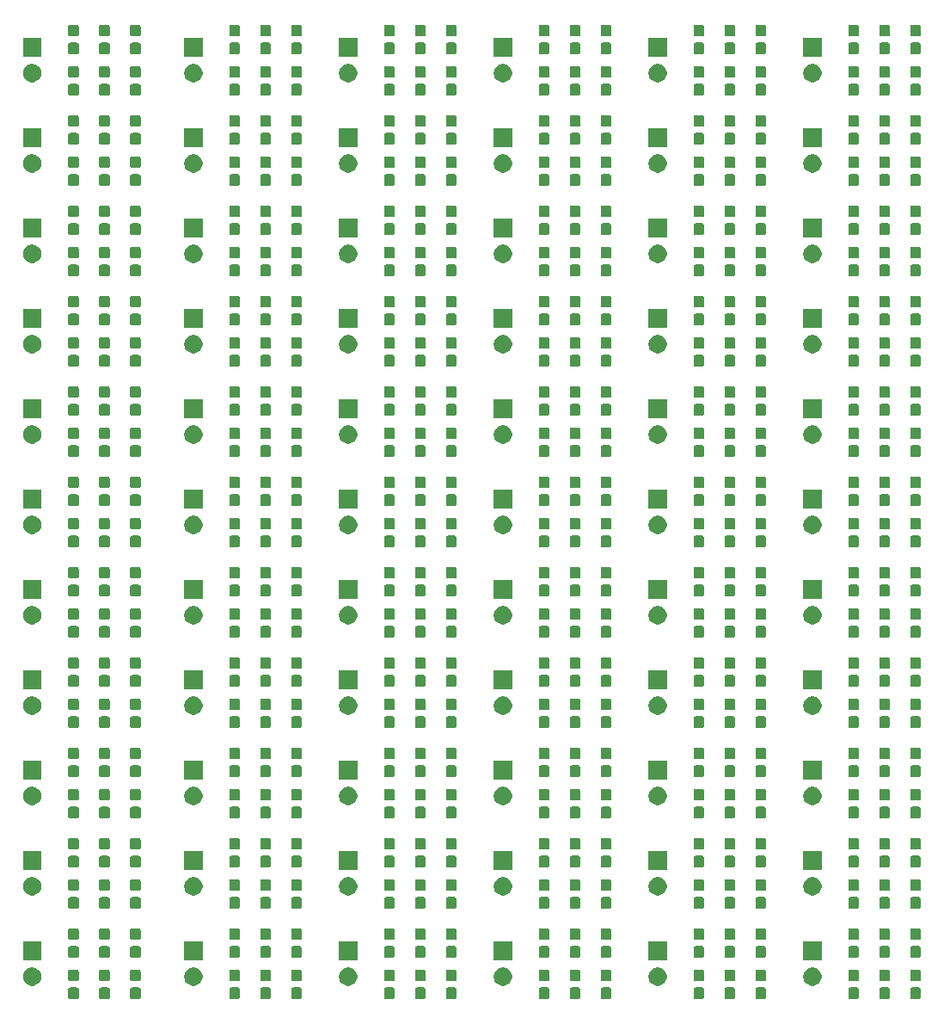
<source format=gbr>
G04 #@! TF.GenerationSoftware,KiCad,Pcbnew,(5.1.5-rc2)*
G04 #@! TF.CreationDate,2020-01-23T18:41:27+08:00*
G04 #@! TF.ProjectId,Untitled,556e7469-746c-4656-942e-6b696361645f,rev?*
G04 #@! TF.SameCoordinates,Original*
G04 #@! TF.FileFunction,Soldermask,Top*
G04 #@! TF.FilePolarity,Negative*
%FSLAX46Y46*%
G04 Gerber Fmt 4.6, Leading zero omitted, Abs format (unit mm)*
G04 Created by KiCad (PCBNEW (5.1.5-rc2)) date 2020-01-23 18:41:27*
%MOMM*%
%LPD*%
G04 APERTURE LIST*
%ADD10C,0.100000*%
G04 APERTURE END LIST*
D10*
G36*
X195563499Y-151179445D02*
G01*
X195600995Y-151190820D01*
X195635554Y-151209292D01*
X195665847Y-151234153D01*
X195690708Y-151264446D01*
X195709180Y-151299005D01*
X195720555Y-151336501D01*
X195725000Y-151381638D01*
X195725000Y-152120362D01*
X195720555Y-152165499D01*
X195709180Y-152202995D01*
X195690708Y-152237554D01*
X195665847Y-152267847D01*
X195635554Y-152292708D01*
X195600995Y-152311180D01*
X195563499Y-152322555D01*
X195518362Y-152327000D01*
X194879638Y-152327000D01*
X194834501Y-152322555D01*
X194797005Y-152311180D01*
X194762446Y-152292708D01*
X194732153Y-152267847D01*
X194707292Y-152237554D01*
X194688820Y-152202995D01*
X194677445Y-152165499D01*
X194673000Y-152120362D01*
X194673000Y-151381638D01*
X194677445Y-151336501D01*
X194688820Y-151299005D01*
X194707292Y-151264446D01*
X194732153Y-151234153D01*
X194762446Y-151209292D01*
X194797005Y-151190820D01*
X194834501Y-151179445D01*
X194879638Y-151175000D01*
X195518362Y-151175000D01*
X195563499Y-151179445D01*
G37*
G36*
X192515499Y-151179445D02*
G01*
X192552995Y-151190820D01*
X192587554Y-151209292D01*
X192617847Y-151234153D01*
X192642708Y-151264446D01*
X192661180Y-151299005D01*
X192672555Y-151336501D01*
X192677000Y-151381638D01*
X192677000Y-152120362D01*
X192672555Y-152165499D01*
X192661180Y-152202995D01*
X192642708Y-152237554D01*
X192617847Y-152267847D01*
X192587554Y-152292708D01*
X192552995Y-152311180D01*
X192515499Y-152322555D01*
X192470362Y-152327000D01*
X191831638Y-152327000D01*
X191786501Y-152322555D01*
X191749005Y-152311180D01*
X191714446Y-152292708D01*
X191684153Y-152267847D01*
X191659292Y-152237554D01*
X191640820Y-152202995D01*
X191629445Y-152165499D01*
X191625000Y-152120362D01*
X191625000Y-151381638D01*
X191629445Y-151336501D01*
X191640820Y-151299005D01*
X191659292Y-151264446D01*
X191684153Y-151234153D01*
X191714446Y-151209292D01*
X191749005Y-151190820D01*
X191786501Y-151179445D01*
X191831638Y-151175000D01*
X192470362Y-151175000D01*
X192515499Y-151179445D01*
G37*
G36*
X189467499Y-151179445D02*
G01*
X189504995Y-151190820D01*
X189539554Y-151209292D01*
X189569847Y-151234153D01*
X189594708Y-151264446D01*
X189613180Y-151299005D01*
X189624555Y-151336501D01*
X189629000Y-151381638D01*
X189629000Y-152120362D01*
X189624555Y-152165499D01*
X189613180Y-152202995D01*
X189594708Y-152237554D01*
X189569847Y-152267847D01*
X189539554Y-152292708D01*
X189504995Y-152311180D01*
X189467499Y-152322555D01*
X189422362Y-152327000D01*
X188783638Y-152327000D01*
X188738501Y-152322555D01*
X188701005Y-152311180D01*
X188666446Y-152292708D01*
X188636153Y-152267847D01*
X188611292Y-152237554D01*
X188592820Y-152202995D01*
X188581445Y-152165499D01*
X188577000Y-152120362D01*
X188577000Y-151381638D01*
X188581445Y-151336501D01*
X188592820Y-151299005D01*
X188611292Y-151264446D01*
X188636153Y-151234153D01*
X188666446Y-151209292D01*
X188701005Y-151190820D01*
X188738501Y-151179445D01*
X188783638Y-151175000D01*
X189422362Y-151175000D01*
X189467499Y-151179445D01*
G37*
G36*
X180323499Y-151179445D02*
G01*
X180360995Y-151190820D01*
X180395554Y-151209292D01*
X180425847Y-151234153D01*
X180450708Y-151264446D01*
X180469180Y-151299005D01*
X180480555Y-151336501D01*
X180485000Y-151381638D01*
X180485000Y-152120362D01*
X180480555Y-152165499D01*
X180469180Y-152202995D01*
X180450708Y-152237554D01*
X180425847Y-152267847D01*
X180395554Y-152292708D01*
X180360995Y-152311180D01*
X180323499Y-152322555D01*
X180278362Y-152327000D01*
X179639638Y-152327000D01*
X179594501Y-152322555D01*
X179557005Y-152311180D01*
X179522446Y-152292708D01*
X179492153Y-152267847D01*
X179467292Y-152237554D01*
X179448820Y-152202995D01*
X179437445Y-152165499D01*
X179433000Y-152120362D01*
X179433000Y-151381638D01*
X179437445Y-151336501D01*
X179448820Y-151299005D01*
X179467292Y-151264446D01*
X179492153Y-151234153D01*
X179522446Y-151209292D01*
X179557005Y-151190820D01*
X179594501Y-151179445D01*
X179639638Y-151175000D01*
X180278362Y-151175000D01*
X180323499Y-151179445D01*
G37*
G36*
X177275499Y-151179445D02*
G01*
X177312995Y-151190820D01*
X177347554Y-151209292D01*
X177377847Y-151234153D01*
X177402708Y-151264446D01*
X177421180Y-151299005D01*
X177432555Y-151336501D01*
X177437000Y-151381638D01*
X177437000Y-152120362D01*
X177432555Y-152165499D01*
X177421180Y-152202995D01*
X177402708Y-152237554D01*
X177377847Y-152267847D01*
X177347554Y-152292708D01*
X177312995Y-152311180D01*
X177275499Y-152322555D01*
X177230362Y-152327000D01*
X176591638Y-152327000D01*
X176546501Y-152322555D01*
X176509005Y-152311180D01*
X176474446Y-152292708D01*
X176444153Y-152267847D01*
X176419292Y-152237554D01*
X176400820Y-152202995D01*
X176389445Y-152165499D01*
X176385000Y-152120362D01*
X176385000Y-151381638D01*
X176389445Y-151336501D01*
X176400820Y-151299005D01*
X176419292Y-151264446D01*
X176444153Y-151234153D01*
X176474446Y-151209292D01*
X176509005Y-151190820D01*
X176546501Y-151179445D01*
X176591638Y-151175000D01*
X177230362Y-151175000D01*
X177275499Y-151179445D01*
G37*
G36*
X174227499Y-151179445D02*
G01*
X174264995Y-151190820D01*
X174299554Y-151209292D01*
X174329847Y-151234153D01*
X174354708Y-151264446D01*
X174373180Y-151299005D01*
X174384555Y-151336501D01*
X174389000Y-151381638D01*
X174389000Y-152120362D01*
X174384555Y-152165499D01*
X174373180Y-152202995D01*
X174354708Y-152237554D01*
X174329847Y-152267847D01*
X174299554Y-152292708D01*
X174264995Y-152311180D01*
X174227499Y-152322555D01*
X174182362Y-152327000D01*
X173543638Y-152327000D01*
X173498501Y-152322555D01*
X173461005Y-152311180D01*
X173426446Y-152292708D01*
X173396153Y-152267847D01*
X173371292Y-152237554D01*
X173352820Y-152202995D01*
X173341445Y-152165499D01*
X173337000Y-152120362D01*
X173337000Y-151381638D01*
X173341445Y-151336501D01*
X173352820Y-151299005D01*
X173371292Y-151264446D01*
X173396153Y-151234153D01*
X173426446Y-151209292D01*
X173461005Y-151190820D01*
X173498501Y-151179445D01*
X173543638Y-151175000D01*
X174182362Y-151175000D01*
X174227499Y-151179445D01*
G37*
G36*
X165083499Y-151179445D02*
G01*
X165120995Y-151190820D01*
X165155554Y-151209292D01*
X165185847Y-151234153D01*
X165210708Y-151264446D01*
X165229180Y-151299005D01*
X165240555Y-151336501D01*
X165245000Y-151381638D01*
X165245000Y-152120362D01*
X165240555Y-152165499D01*
X165229180Y-152202995D01*
X165210708Y-152237554D01*
X165185847Y-152267847D01*
X165155554Y-152292708D01*
X165120995Y-152311180D01*
X165083499Y-152322555D01*
X165038362Y-152327000D01*
X164399638Y-152327000D01*
X164354501Y-152322555D01*
X164317005Y-152311180D01*
X164282446Y-152292708D01*
X164252153Y-152267847D01*
X164227292Y-152237554D01*
X164208820Y-152202995D01*
X164197445Y-152165499D01*
X164193000Y-152120362D01*
X164193000Y-151381638D01*
X164197445Y-151336501D01*
X164208820Y-151299005D01*
X164227292Y-151264446D01*
X164252153Y-151234153D01*
X164282446Y-151209292D01*
X164317005Y-151190820D01*
X164354501Y-151179445D01*
X164399638Y-151175000D01*
X165038362Y-151175000D01*
X165083499Y-151179445D01*
G37*
G36*
X162035499Y-151179445D02*
G01*
X162072995Y-151190820D01*
X162107554Y-151209292D01*
X162137847Y-151234153D01*
X162162708Y-151264446D01*
X162181180Y-151299005D01*
X162192555Y-151336501D01*
X162197000Y-151381638D01*
X162197000Y-152120362D01*
X162192555Y-152165499D01*
X162181180Y-152202995D01*
X162162708Y-152237554D01*
X162137847Y-152267847D01*
X162107554Y-152292708D01*
X162072995Y-152311180D01*
X162035499Y-152322555D01*
X161990362Y-152327000D01*
X161351638Y-152327000D01*
X161306501Y-152322555D01*
X161269005Y-152311180D01*
X161234446Y-152292708D01*
X161204153Y-152267847D01*
X161179292Y-152237554D01*
X161160820Y-152202995D01*
X161149445Y-152165499D01*
X161145000Y-152120362D01*
X161145000Y-151381638D01*
X161149445Y-151336501D01*
X161160820Y-151299005D01*
X161179292Y-151264446D01*
X161204153Y-151234153D01*
X161234446Y-151209292D01*
X161269005Y-151190820D01*
X161306501Y-151179445D01*
X161351638Y-151175000D01*
X161990362Y-151175000D01*
X162035499Y-151179445D01*
G37*
G36*
X158987499Y-151179445D02*
G01*
X159024995Y-151190820D01*
X159059554Y-151209292D01*
X159089847Y-151234153D01*
X159114708Y-151264446D01*
X159133180Y-151299005D01*
X159144555Y-151336501D01*
X159149000Y-151381638D01*
X159149000Y-152120362D01*
X159144555Y-152165499D01*
X159133180Y-152202995D01*
X159114708Y-152237554D01*
X159089847Y-152267847D01*
X159059554Y-152292708D01*
X159024995Y-152311180D01*
X158987499Y-152322555D01*
X158942362Y-152327000D01*
X158303638Y-152327000D01*
X158258501Y-152322555D01*
X158221005Y-152311180D01*
X158186446Y-152292708D01*
X158156153Y-152267847D01*
X158131292Y-152237554D01*
X158112820Y-152202995D01*
X158101445Y-152165499D01*
X158097000Y-152120362D01*
X158097000Y-151381638D01*
X158101445Y-151336501D01*
X158112820Y-151299005D01*
X158131292Y-151264446D01*
X158156153Y-151234153D01*
X158186446Y-151209292D01*
X158221005Y-151190820D01*
X158258501Y-151179445D01*
X158303638Y-151175000D01*
X158942362Y-151175000D01*
X158987499Y-151179445D01*
G37*
G36*
X149843499Y-151179445D02*
G01*
X149880995Y-151190820D01*
X149915554Y-151209292D01*
X149945847Y-151234153D01*
X149970708Y-151264446D01*
X149989180Y-151299005D01*
X150000555Y-151336501D01*
X150005000Y-151381638D01*
X150005000Y-152120362D01*
X150000555Y-152165499D01*
X149989180Y-152202995D01*
X149970708Y-152237554D01*
X149945847Y-152267847D01*
X149915554Y-152292708D01*
X149880995Y-152311180D01*
X149843499Y-152322555D01*
X149798362Y-152327000D01*
X149159638Y-152327000D01*
X149114501Y-152322555D01*
X149077005Y-152311180D01*
X149042446Y-152292708D01*
X149012153Y-152267847D01*
X148987292Y-152237554D01*
X148968820Y-152202995D01*
X148957445Y-152165499D01*
X148953000Y-152120362D01*
X148953000Y-151381638D01*
X148957445Y-151336501D01*
X148968820Y-151299005D01*
X148987292Y-151264446D01*
X149012153Y-151234153D01*
X149042446Y-151209292D01*
X149077005Y-151190820D01*
X149114501Y-151179445D01*
X149159638Y-151175000D01*
X149798362Y-151175000D01*
X149843499Y-151179445D01*
G37*
G36*
X146795499Y-151179445D02*
G01*
X146832995Y-151190820D01*
X146867554Y-151209292D01*
X146897847Y-151234153D01*
X146922708Y-151264446D01*
X146941180Y-151299005D01*
X146952555Y-151336501D01*
X146957000Y-151381638D01*
X146957000Y-152120362D01*
X146952555Y-152165499D01*
X146941180Y-152202995D01*
X146922708Y-152237554D01*
X146897847Y-152267847D01*
X146867554Y-152292708D01*
X146832995Y-152311180D01*
X146795499Y-152322555D01*
X146750362Y-152327000D01*
X146111638Y-152327000D01*
X146066501Y-152322555D01*
X146029005Y-152311180D01*
X145994446Y-152292708D01*
X145964153Y-152267847D01*
X145939292Y-152237554D01*
X145920820Y-152202995D01*
X145909445Y-152165499D01*
X145905000Y-152120362D01*
X145905000Y-151381638D01*
X145909445Y-151336501D01*
X145920820Y-151299005D01*
X145939292Y-151264446D01*
X145964153Y-151234153D01*
X145994446Y-151209292D01*
X146029005Y-151190820D01*
X146066501Y-151179445D01*
X146111638Y-151175000D01*
X146750362Y-151175000D01*
X146795499Y-151179445D01*
G37*
G36*
X143747499Y-151179445D02*
G01*
X143784995Y-151190820D01*
X143819554Y-151209292D01*
X143849847Y-151234153D01*
X143874708Y-151264446D01*
X143893180Y-151299005D01*
X143904555Y-151336501D01*
X143909000Y-151381638D01*
X143909000Y-152120362D01*
X143904555Y-152165499D01*
X143893180Y-152202995D01*
X143874708Y-152237554D01*
X143849847Y-152267847D01*
X143819554Y-152292708D01*
X143784995Y-152311180D01*
X143747499Y-152322555D01*
X143702362Y-152327000D01*
X143063638Y-152327000D01*
X143018501Y-152322555D01*
X142981005Y-152311180D01*
X142946446Y-152292708D01*
X142916153Y-152267847D01*
X142891292Y-152237554D01*
X142872820Y-152202995D01*
X142861445Y-152165499D01*
X142857000Y-152120362D01*
X142857000Y-151381638D01*
X142861445Y-151336501D01*
X142872820Y-151299005D01*
X142891292Y-151264446D01*
X142916153Y-151234153D01*
X142946446Y-151209292D01*
X142981005Y-151190820D01*
X143018501Y-151179445D01*
X143063638Y-151175000D01*
X143702362Y-151175000D01*
X143747499Y-151179445D01*
G37*
G36*
X134603499Y-151179445D02*
G01*
X134640995Y-151190820D01*
X134675554Y-151209292D01*
X134705847Y-151234153D01*
X134730708Y-151264446D01*
X134749180Y-151299005D01*
X134760555Y-151336501D01*
X134765000Y-151381638D01*
X134765000Y-152120362D01*
X134760555Y-152165499D01*
X134749180Y-152202995D01*
X134730708Y-152237554D01*
X134705847Y-152267847D01*
X134675554Y-152292708D01*
X134640995Y-152311180D01*
X134603499Y-152322555D01*
X134558362Y-152327000D01*
X133919638Y-152327000D01*
X133874501Y-152322555D01*
X133837005Y-152311180D01*
X133802446Y-152292708D01*
X133772153Y-152267847D01*
X133747292Y-152237554D01*
X133728820Y-152202995D01*
X133717445Y-152165499D01*
X133713000Y-152120362D01*
X133713000Y-151381638D01*
X133717445Y-151336501D01*
X133728820Y-151299005D01*
X133747292Y-151264446D01*
X133772153Y-151234153D01*
X133802446Y-151209292D01*
X133837005Y-151190820D01*
X133874501Y-151179445D01*
X133919638Y-151175000D01*
X134558362Y-151175000D01*
X134603499Y-151179445D01*
G37*
G36*
X131555499Y-151179445D02*
G01*
X131592995Y-151190820D01*
X131627554Y-151209292D01*
X131657847Y-151234153D01*
X131682708Y-151264446D01*
X131701180Y-151299005D01*
X131712555Y-151336501D01*
X131717000Y-151381638D01*
X131717000Y-152120362D01*
X131712555Y-152165499D01*
X131701180Y-152202995D01*
X131682708Y-152237554D01*
X131657847Y-152267847D01*
X131627554Y-152292708D01*
X131592995Y-152311180D01*
X131555499Y-152322555D01*
X131510362Y-152327000D01*
X130871638Y-152327000D01*
X130826501Y-152322555D01*
X130789005Y-152311180D01*
X130754446Y-152292708D01*
X130724153Y-152267847D01*
X130699292Y-152237554D01*
X130680820Y-152202995D01*
X130669445Y-152165499D01*
X130665000Y-152120362D01*
X130665000Y-151381638D01*
X130669445Y-151336501D01*
X130680820Y-151299005D01*
X130699292Y-151264446D01*
X130724153Y-151234153D01*
X130754446Y-151209292D01*
X130789005Y-151190820D01*
X130826501Y-151179445D01*
X130871638Y-151175000D01*
X131510362Y-151175000D01*
X131555499Y-151179445D01*
G37*
G36*
X128507499Y-151179445D02*
G01*
X128544995Y-151190820D01*
X128579554Y-151209292D01*
X128609847Y-151234153D01*
X128634708Y-151264446D01*
X128653180Y-151299005D01*
X128664555Y-151336501D01*
X128669000Y-151381638D01*
X128669000Y-152120362D01*
X128664555Y-152165499D01*
X128653180Y-152202995D01*
X128634708Y-152237554D01*
X128609847Y-152267847D01*
X128579554Y-152292708D01*
X128544995Y-152311180D01*
X128507499Y-152322555D01*
X128462362Y-152327000D01*
X127823638Y-152327000D01*
X127778501Y-152322555D01*
X127741005Y-152311180D01*
X127706446Y-152292708D01*
X127676153Y-152267847D01*
X127651292Y-152237554D01*
X127632820Y-152202995D01*
X127621445Y-152165499D01*
X127617000Y-152120362D01*
X127617000Y-151381638D01*
X127621445Y-151336501D01*
X127632820Y-151299005D01*
X127651292Y-151264446D01*
X127676153Y-151234153D01*
X127706446Y-151209292D01*
X127741005Y-151190820D01*
X127778501Y-151179445D01*
X127823638Y-151175000D01*
X128462362Y-151175000D01*
X128507499Y-151179445D01*
G37*
G36*
X118728499Y-151179445D02*
G01*
X118765995Y-151190820D01*
X118800554Y-151209292D01*
X118830847Y-151234153D01*
X118855708Y-151264446D01*
X118874180Y-151299005D01*
X118885555Y-151336501D01*
X118890000Y-151381638D01*
X118890000Y-152120362D01*
X118885555Y-152165499D01*
X118874180Y-152202995D01*
X118855708Y-152237554D01*
X118830847Y-152267847D01*
X118800554Y-152292708D01*
X118765995Y-152311180D01*
X118728499Y-152322555D01*
X118683362Y-152327000D01*
X118044638Y-152327000D01*
X117999501Y-152322555D01*
X117962005Y-152311180D01*
X117927446Y-152292708D01*
X117897153Y-152267847D01*
X117872292Y-152237554D01*
X117853820Y-152202995D01*
X117842445Y-152165499D01*
X117838000Y-152120362D01*
X117838000Y-151381638D01*
X117842445Y-151336501D01*
X117853820Y-151299005D01*
X117872292Y-151264446D01*
X117897153Y-151234153D01*
X117927446Y-151209292D01*
X117962005Y-151190820D01*
X117999501Y-151179445D01*
X118044638Y-151175000D01*
X118683362Y-151175000D01*
X118728499Y-151179445D01*
G37*
G36*
X115680499Y-151179445D02*
G01*
X115717995Y-151190820D01*
X115752554Y-151209292D01*
X115782847Y-151234153D01*
X115807708Y-151264446D01*
X115826180Y-151299005D01*
X115837555Y-151336501D01*
X115842000Y-151381638D01*
X115842000Y-152120362D01*
X115837555Y-152165499D01*
X115826180Y-152202995D01*
X115807708Y-152237554D01*
X115782847Y-152267847D01*
X115752554Y-152292708D01*
X115717995Y-152311180D01*
X115680499Y-152322555D01*
X115635362Y-152327000D01*
X114996638Y-152327000D01*
X114951501Y-152322555D01*
X114914005Y-152311180D01*
X114879446Y-152292708D01*
X114849153Y-152267847D01*
X114824292Y-152237554D01*
X114805820Y-152202995D01*
X114794445Y-152165499D01*
X114790000Y-152120362D01*
X114790000Y-151381638D01*
X114794445Y-151336501D01*
X114805820Y-151299005D01*
X114824292Y-151264446D01*
X114849153Y-151234153D01*
X114879446Y-151209292D01*
X114914005Y-151190820D01*
X114951501Y-151179445D01*
X114996638Y-151175000D01*
X115635362Y-151175000D01*
X115680499Y-151179445D01*
G37*
G36*
X112632499Y-151179445D02*
G01*
X112669995Y-151190820D01*
X112704554Y-151209292D01*
X112734847Y-151234153D01*
X112759708Y-151264446D01*
X112778180Y-151299005D01*
X112789555Y-151336501D01*
X112794000Y-151381638D01*
X112794000Y-152120362D01*
X112789555Y-152165499D01*
X112778180Y-152202995D01*
X112759708Y-152237554D01*
X112734847Y-152267847D01*
X112704554Y-152292708D01*
X112669995Y-152311180D01*
X112632499Y-152322555D01*
X112587362Y-152327000D01*
X111948638Y-152327000D01*
X111903501Y-152322555D01*
X111866005Y-152311180D01*
X111831446Y-152292708D01*
X111801153Y-152267847D01*
X111776292Y-152237554D01*
X111757820Y-152202995D01*
X111746445Y-152165499D01*
X111742000Y-152120362D01*
X111742000Y-151381638D01*
X111746445Y-151336501D01*
X111757820Y-151299005D01*
X111776292Y-151264446D01*
X111801153Y-151234153D01*
X111831446Y-151209292D01*
X111866005Y-151190820D01*
X111903501Y-151179445D01*
X111948638Y-151175000D01*
X112587362Y-151175000D01*
X112632499Y-151179445D01*
G37*
G36*
X154672512Y-149217927D02*
G01*
X154821812Y-149247624D01*
X154985784Y-149315544D01*
X155133354Y-149414147D01*
X155258853Y-149539646D01*
X155357456Y-149687216D01*
X155425376Y-149851188D01*
X155460000Y-150025259D01*
X155460000Y-150202741D01*
X155425376Y-150376812D01*
X155357456Y-150540784D01*
X155258853Y-150688354D01*
X155133354Y-150813853D01*
X154985784Y-150912456D01*
X154821812Y-150980376D01*
X154672512Y-151010073D01*
X154647742Y-151015000D01*
X154470258Y-151015000D01*
X154445488Y-151010073D01*
X154296188Y-150980376D01*
X154132216Y-150912456D01*
X153984646Y-150813853D01*
X153859147Y-150688354D01*
X153760544Y-150540784D01*
X153692624Y-150376812D01*
X153658000Y-150202741D01*
X153658000Y-150025259D01*
X153692624Y-149851188D01*
X153760544Y-149687216D01*
X153859147Y-149539646D01*
X153984646Y-149414147D01*
X154132216Y-149315544D01*
X154296188Y-149247624D01*
X154445488Y-149217927D01*
X154470258Y-149213000D01*
X154647742Y-149213000D01*
X154672512Y-149217927D01*
G37*
G36*
X169912512Y-149217927D02*
G01*
X170061812Y-149247624D01*
X170225784Y-149315544D01*
X170373354Y-149414147D01*
X170498853Y-149539646D01*
X170597456Y-149687216D01*
X170665376Y-149851188D01*
X170700000Y-150025259D01*
X170700000Y-150202741D01*
X170665376Y-150376812D01*
X170597456Y-150540784D01*
X170498853Y-150688354D01*
X170373354Y-150813853D01*
X170225784Y-150912456D01*
X170061812Y-150980376D01*
X169912512Y-151010073D01*
X169887742Y-151015000D01*
X169710258Y-151015000D01*
X169685488Y-151010073D01*
X169536188Y-150980376D01*
X169372216Y-150912456D01*
X169224646Y-150813853D01*
X169099147Y-150688354D01*
X169000544Y-150540784D01*
X168932624Y-150376812D01*
X168898000Y-150202741D01*
X168898000Y-150025259D01*
X168932624Y-149851188D01*
X169000544Y-149687216D01*
X169099147Y-149539646D01*
X169224646Y-149414147D01*
X169372216Y-149315544D01*
X169536188Y-149247624D01*
X169685488Y-149217927D01*
X169710258Y-149213000D01*
X169887742Y-149213000D01*
X169912512Y-149217927D01*
G37*
G36*
X139432512Y-149217927D02*
G01*
X139581812Y-149247624D01*
X139745784Y-149315544D01*
X139893354Y-149414147D01*
X140018853Y-149539646D01*
X140117456Y-149687216D01*
X140185376Y-149851188D01*
X140220000Y-150025259D01*
X140220000Y-150202741D01*
X140185376Y-150376812D01*
X140117456Y-150540784D01*
X140018853Y-150688354D01*
X139893354Y-150813853D01*
X139745784Y-150912456D01*
X139581812Y-150980376D01*
X139432512Y-151010073D01*
X139407742Y-151015000D01*
X139230258Y-151015000D01*
X139205488Y-151010073D01*
X139056188Y-150980376D01*
X138892216Y-150912456D01*
X138744646Y-150813853D01*
X138619147Y-150688354D01*
X138520544Y-150540784D01*
X138452624Y-150376812D01*
X138418000Y-150202741D01*
X138418000Y-150025259D01*
X138452624Y-149851188D01*
X138520544Y-149687216D01*
X138619147Y-149539646D01*
X138744646Y-149414147D01*
X138892216Y-149315544D01*
X139056188Y-149247624D01*
X139205488Y-149217927D01*
X139230258Y-149213000D01*
X139407742Y-149213000D01*
X139432512Y-149217927D01*
G37*
G36*
X185152512Y-149217927D02*
G01*
X185301812Y-149247624D01*
X185465784Y-149315544D01*
X185613354Y-149414147D01*
X185738853Y-149539646D01*
X185837456Y-149687216D01*
X185905376Y-149851188D01*
X185940000Y-150025259D01*
X185940000Y-150202741D01*
X185905376Y-150376812D01*
X185837456Y-150540784D01*
X185738853Y-150688354D01*
X185613354Y-150813853D01*
X185465784Y-150912456D01*
X185301812Y-150980376D01*
X185152512Y-151010073D01*
X185127742Y-151015000D01*
X184950258Y-151015000D01*
X184925488Y-151010073D01*
X184776188Y-150980376D01*
X184612216Y-150912456D01*
X184464646Y-150813853D01*
X184339147Y-150688354D01*
X184240544Y-150540784D01*
X184172624Y-150376812D01*
X184138000Y-150202741D01*
X184138000Y-150025259D01*
X184172624Y-149851188D01*
X184240544Y-149687216D01*
X184339147Y-149539646D01*
X184464646Y-149414147D01*
X184612216Y-149315544D01*
X184776188Y-149247624D01*
X184925488Y-149217927D01*
X184950258Y-149213000D01*
X185127742Y-149213000D01*
X185152512Y-149217927D01*
G37*
G36*
X108317512Y-149217927D02*
G01*
X108466812Y-149247624D01*
X108630784Y-149315544D01*
X108778354Y-149414147D01*
X108903853Y-149539646D01*
X109002456Y-149687216D01*
X109070376Y-149851188D01*
X109105000Y-150025259D01*
X109105000Y-150202741D01*
X109070376Y-150376812D01*
X109002456Y-150540784D01*
X108903853Y-150688354D01*
X108778354Y-150813853D01*
X108630784Y-150912456D01*
X108466812Y-150980376D01*
X108317512Y-151010073D01*
X108292742Y-151015000D01*
X108115258Y-151015000D01*
X108090488Y-151010073D01*
X107941188Y-150980376D01*
X107777216Y-150912456D01*
X107629646Y-150813853D01*
X107504147Y-150688354D01*
X107405544Y-150540784D01*
X107337624Y-150376812D01*
X107303000Y-150202741D01*
X107303000Y-150025259D01*
X107337624Y-149851188D01*
X107405544Y-149687216D01*
X107504147Y-149539646D01*
X107629646Y-149414147D01*
X107777216Y-149315544D01*
X107941188Y-149247624D01*
X108090488Y-149217927D01*
X108115258Y-149213000D01*
X108292742Y-149213000D01*
X108317512Y-149217927D01*
G37*
G36*
X124192512Y-149217927D02*
G01*
X124341812Y-149247624D01*
X124505784Y-149315544D01*
X124653354Y-149414147D01*
X124778853Y-149539646D01*
X124877456Y-149687216D01*
X124945376Y-149851188D01*
X124980000Y-150025259D01*
X124980000Y-150202741D01*
X124945376Y-150376812D01*
X124877456Y-150540784D01*
X124778853Y-150688354D01*
X124653354Y-150813853D01*
X124505784Y-150912456D01*
X124341812Y-150980376D01*
X124192512Y-151010073D01*
X124167742Y-151015000D01*
X123990258Y-151015000D01*
X123965488Y-151010073D01*
X123816188Y-150980376D01*
X123652216Y-150912456D01*
X123504646Y-150813853D01*
X123379147Y-150688354D01*
X123280544Y-150540784D01*
X123212624Y-150376812D01*
X123178000Y-150202741D01*
X123178000Y-150025259D01*
X123212624Y-149851188D01*
X123280544Y-149687216D01*
X123379147Y-149539646D01*
X123504646Y-149414147D01*
X123652216Y-149315544D01*
X123816188Y-149247624D01*
X123965488Y-149217927D01*
X123990258Y-149213000D01*
X124167742Y-149213000D01*
X124192512Y-149217927D01*
G37*
G36*
X195563499Y-149429445D02*
G01*
X195600995Y-149440820D01*
X195635554Y-149459292D01*
X195665847Y-149484153D01*
X195690708Y-149514446D01*
X195709180Y-149549005D01*
X195720555Y-149586501D01*
X195725000Y-149631638D01*
X195725000Y-150370362D01*
X195720555Y-150415499D01*
X195709180Y-150452995D01*
X195690708Y-150487554D01*
X195665847Y-150517847D01*
X195635554Y-150542708D01*
X195600995Y-150561180D01*
X195563499Y-150572555D01*
X195518362Y-150577000D01*
X194879638Y-150577000D01*
X194834501Y-150572555D01*
X194797005Y-150561180D01*
X194762446Y-150542708D01*
X194732153Y-150517847D01*
X194707292Y-150487554D01*
X194688820Y-150452995D01*
X194677445Y-150415499D01*
X194673000Y-150370362D01*
X194673000Y-149631638D01*
X194677445Y-149586501D01*
X194688820Y-149549005D01*
X194707292Y-149514446D01*
X194732153Y-149484153D01*
X194762446Y-149459292D01*
X194797005Y-149440820D01*
X194834501Y-149429445D01*
X194879638Y-149425000D01*
X195518362Y-149425000D01*
X195563499Y-149429445D01*
G37*
G36*
X192515499Y-149429445D02*
G01*
X192552995Y-149440820D01*
X192587554Y-149459292D01*
X192617847Y-149484153D01*
X192642708Y-149514446D01*
X192661180Y-149549005D01*
X192672555Y-149586501D01*
X192677000Y-149631638D01*
X192677000Y-150370362D01*
X192672555Y-150415499D01*
X192661180Y-150452995D01*
X192642708Y-150487554D01*
X192617847Y-150517847D01*
X192587554Y-150542708D01*
X192552995Y-150561180D01*
X192515499Y-150572555D01*
X192470362Y-150577000D01*
X191831638Y-150577000D01*
X191786501Y-150572555D01*
X191749005Y-150561180D01*
X191714446Y-150542708D01*
X191684153Y-150517847D01*
X191659292Y-150487554D01*
X191640820Y-150452995D01*
X191629445Y-150415499D01*
X191625000Y-150370362D01*
X191625000Y-149631638D01*
X191629445Y-149586501D01*
X191640820Y-149549005D01*
X191659292Y-149514446D01*
X191684153Y-149484153D01*
X191714446Y-149459292D01*
X191749005Y-149440820D01*
X191786501Y-149429445D01*
X191831638Y-149425000D01*
X192470362Y-149425000D01*
X192515499Y-149429445D01*
G37*
G36*
X118728499Y-149429445D02*
G01*
X118765995Y-149440820D01*
X118800554Y-149459292D01*
X118830847Y-149484153D01*
X118855708Y-149514446D01*
X118874180Y-149549005D01*
X118885555Y-149586501D01*
X118890000Y-149631638D01*
X118890000Y-150370362D01*
X118885555Y-150415499D01*
X118874180Y-150452995D01*
X118855708Y-150487554D01*
X118830847Y-150517847D01*
X118800554Y-150542708D01*
X118765995Y-150561180D01*
X118728499Y-150572555D01*
X118683362Y-150577000D01*
X118044638Y-150577000D01*
X117999501Y-150572555D01*
X117962005Y-150561180D01*
X117927446Y-150542708D01*
X117897153Y-150517847D01*
X117872292Y-150487554D01*
X117853820Y-150452995D01*
X117842445Y-150415499D01*
X117838000Y-150370362D01*
X117838000Y-149631638D01*
X117842445Y-149586501D01*
X117853820Y-149549005D01*
X117872292Y-149514446D01*
X117897153Y-149484153D01*
X117927446Y-149459292D01*
X117962005Y-149440820D01*
X117999501Y-149429445D01*
X118044638Y-149425000D01*
X118683362Y-149425000D01*
X118728499Y-149429445D01*
G37*
G36*
X189467499Y-149429445D02*
G01*
X189504995Y-149440820D01*
X189539554Y-149459292D01*
X189569847Y-149484153D01*
X189594708Y-149514446D01*
X189613180Y-149549005D01*
X189624555Y-149586501D01*
X189629000Y-149631638D01*
X189629000Y-150370362D01*
X189624555Y-150415499D01*
X189613180Y-150452995D01*
X189594708Y-150487554D01*
X189569847Y-150517847D01*
X189539554Y-150542708D01*
X189504995Y-150561180D01*
X189467499Y-150572555D01*
X189422362Y-150577000D01*
X188783638Y-150577000D01*
X188738501Y-150572555D01*
X188701005Y-150561180D01*
X188666446Y-150542708D01*
X188636153Y-150517847D01*
X188611292Y-150487554D01*
X188592820Y-150452995D01*
X188581445Y-150415499D01*
X188577000Y-150370362D01*
X188577000Y-149631638D01*
X188581445Y-149586501D01*
X188592820Y-149549005D01*
X188611292Y-149514446D01*
X188636153Y-149484153D01*
X188666446Y-149459292D01*
X188701005Y-149440820D01*
X188738501Y-149429445D01*
X188783638Y-149425000D01*
X189422362Y-149425000D01*
X189467499Y-149429445D01*
G37*
G36*
X180323499Y-149429445D02*
G01*
X180360995Y-149440820D01*
X180395554Y-149459292D01*
X180425847Y-149484153D01*
X180450708Y-149514446D01*
X180469180Y-149549005D01*
X180480555Y-149586501D01*
X180485000Y-149631638D01*
X180485000Y-150370362D01*
X180480555Y-150415499D01*
X180469180Y-150452995D01*
X180450708Y-150487554D01*
X180425847Y-150517847D01*
X180395554Y-150542708D01*
X180360995Y-150561180D01*
X180323499Y-150572555D01*
X180278362Y-150577000D01*
X179639638Y-150577000D01*
X179594501Y-150572555D01*
X179557005Y-150561180D01*
X179522446Y-150542708D01*
X179492153Y-150517847D01*
X179467292Y-150487554D01*
X179448820Y-150452995D01*
X179437445Y-150415499D01*
X179433000Y-150370362D01*
X179433000Y-149631638D01*
X179437445Y-149586501D01*
X179448820Y-149549005D01*
X179467292Y-149514446D01*
X179492153Y-149484153D01*
X179522446Y-149459292D01*
X179557005Y-149440820D01*
X179594501Y-149429445D01*
X179639638Y-149425000D01*
X180278362Y-149425000D01*
X180323499Y-149429445D01*
G37*
G36*
X177275499Y-149429445D02*
G01*
X177312995Y-149440820D01*
X177347554Y-149459292D01*
X177377847Y-149484153D01*
X177402708Y-149514446D01*
X177421180Y-149549005D01*
X177432555Y-149586501D01*
X177437000Y-149631638D01*
X177437000Y-150370362D01*
X177432555Y-150415499D01*
X177421180Y-150452995D01*
X177402708Y-150487554D01*
X177377847Y-150517847D01*
X177347554Y-150542708D01*
X177312995Y-150561180D01*
X177275499Y-150572555D01*
X177230362Y-150577000D01*
X176591638Y-150577000D01*
X176546501Y-150572555D01*
X176509005Y-150561180D01*
X176474446Y-150542708D01*
X176444153Y-150517847D01*
X176419292Y-150487554D01*
X176400820Y-150452995D01*
X176389445Y-150415499D01*
X176385000Y-150370362D01*
X176385000Y-149631638D01*
X176389445Y-149586501D01*
X176400820Y-149549005D01*
X176419292Y-149514446D01*
X176444153Y-149484153D01*
X176474446Y-149459292D01*
X176509005Y-149440820D01*
X176546501Y-149429445D01*
X176591638Y-149425000D01*
X177230362Y-149425000D01*
X177275499Y-149429445D01*
G37*
G36*
X174227499Y-149429445D02*
G01*
X174264995Y-149440820D01*
X174299554Y-149459292D01*
X174329847Y-149484153D01*
X174354708Y-149514446D01*
X174373180Y-149549005D01*
X174384555Y-149586501D01*
X174389000Y-149631638D01*
X174389000Y-150370362D01*
X174384555Y-150415499D01*
X174373180Y-150452995D01*
X174354708Y-150487554D01*
X174329847Y-150517847D01*
X174299554Y-150542708D01*
X174264995Y-150561180D01*
X174227499Y-150572555D01*
X174182362Y-150577000D01*
X173543638Y-150577000D01*
X173498501Y-150572555D01*
X173461005Y-150561180D01*
X173426446Y-150542708D01*
X173396153Y-150517847D01*
X173371292Y-150487554D01*
X173352820Y-150452995D01*
X173341445Y-150415499D01*
X173337000Y-150370362D01*
X173337000Y-149631638D01*
X173341445Y-149586501D01*
X173352820Y-149549005D01*
X173371292Y-149514446D01*
X173396153Y-149484153D01*
X173426446Y-149459292D01*
X173461005Y-149440820D01*
X173498501Y-149429445D01*
X173543638Y-149425000D01*
X174182362Y-149425000D01*
X174227499Y-149429445D01*
G37*
G36*
X112632499Y-149429445D02*
G01*
X112669995Y-149440820D01*
X112704554Y-149459292D01*
X112734847Y-149484153D01*
X112759708Y-149514446D01*
X112778180Y-149549005D01*
X112789555Y-149586501D01*
X112794000Y-149631638D01*
X112794000Y-150370362D01*
X112789555Y-150415499D01*
X112778180Y-150452995D01*
X112759708Y-150487554D01*
X112734847Y-150517847D01*
X112704554Y-150542708D01*
X112669995Y-150561180D01*
X112632499Y-150572555D01*
X112587362Y-150577000D01*
X111948638Y-150577000D01*
X111903501Y-150572555D01*
X111866005Y-150561180D01*
X111831446Y-150542708D01*
X111801153Y-150517847D01*
X111776292Y-150487554D01*
X111757820Y-150452995D01*
X111746445Y-150415499D01*
X111742000Y-150370362D01*
X111742000Y-149631638D01*
X111746445Y-149586501D01*
X111757820Y-149549005D01*
X111776292Y-149514446D01*
X111801153Y-149484153D01*
X111831446Y-149459292D01*
X111866005Y-149440820D01*
X111903501Y-149429445D01*
X111948638Y-149425000D01*
X112587362Y-149425000D01*
X112632499Y-149429445D01*
G37*
G36*
X165083499Y-149429445D02*
G01*
X165120995Y-149440820D01*
X165155554Y-149459292D01*
X165185847Y-149484153D01*
X165210708Y-149514446D01*
X165229180Y-149549005D01*
X165240555Y-149586501D01*
X165245000Y-149631638D01*
X165245000Y-150370362D01*
X165240555Y-150415499D01*
X165229180Y-150452995D01*
X165210708Y-150487554D01*
X165185847Y-150517847D01*
X165155554Y-150542708D01*
X165120995Y-150561180D01*
X165083499Y-150572555D01*
X165038362Y-150577000D01*
X164399638Y-150577000D01*
X164354501Y-150572555D01*
X164317005Y-150561180D01*
X164282446Y-150542708D01*
X164252153Y-150517847D01*
X164227292Y-150487554D01*
X164208820Y-150452995D01*
X164197445Y-150415499D01*
X164193000Y-150370362D01*
X164193000Y-149631638D01*
X164197445Y-149586501D01*
X164208820Y-149549005D01*
X164227292Y-149514446D01*
X164252153Y-149484153D01*
X164282446Y-149459292D01*
X164317005Y-149440820D01*
X164354501Y-149429445D01*
X164399638Y-149425000D01*
X165038362Y-149425000D01*
X165083499Y-149429445D01*
G37*
G36*
X162035499Y-149429445D02*
G01*
X162072995Y-149440820D01*
X162107554Y-149459292D01*
X162137847Y-149484153D01*
X162162708Y-149514446D01*
X162181180Y-149549005D01*
X162192555Y-149586501D01*
X162197000Y-149631638D01*
X162197000Y-150370362D01*
X162192555Y-150415499D01*
X162181180Y-150452995D01*
X162162708Y-150487554D01*
X162137847Y-150517847D01*
X162107554Y-150542708D01*
X162072995Y-150561180D01*
X162035499Y-150572555D01*
X161990362Y-150577000D01*
X161351638Y-150577000D01*
X161306501Y-150572555D01*
X161269005Y-150561180D01*
X161234446Y-150542708D01*
X161204153Y-150517847D01*
X161179292Y-150487554D01*
X161160820Y-150452995D01*
X161149445Y-150415499D01*
X161145000Y-150370362D01*
X161145000Y-149631638D01*
X161149445Y-149586501D01*
X161160820Y-149549005D01*
X161179292Y-149514446D01*
X161204153Y-149484153D01*
X161234446Y-149459292D01*
X161269005Y-149440820D01*
X161306501Y-149429445D01*
X161351638Y-149425000D01*
X161990362Y-149425000D01*
X162035499Y-149429445D01*
G37*
G36*
X158987499Y-149429445D02*
G01*
X159024995Y-149440820D01*
X159059554Y-149459292D01*
X159089847Y-149484153D01*
X159114708Y-149514446D01*
X159133180Y-149549005D01*
X159144555Y-149586501D01*
X159149000Y-149631638D01*
X159149000Y-150370362D01*
X159144555Y-150415499D01*
X159133180Y-150452995D01*
X159114708Y-150487554D01*
X159089847Y-150517847D01*
X159059554Y-150542708D01*
X159024995Y-150561180D01*
X158987499Y-150572555D01*
X158942362Y-150577000D01*
X158303638Y-150577000D01*
X158258501Y-150572555D01*
X158221005Y-150561180D01*
X158186446Y-150542708D01*
X158156153Y-150517847D01*
X158131292Y-150487554D01*
X158112820Y-150452995D01*
X158101445Y-150415499D01*
X158097000Y-150370362D01*
X158097000Y-149631638D01*
X158101445Y-149586501D01*
X158112820Y-149549005D01*
X158131292Y-149514446D01*
X158156153Y-149484153D01*
X158186446Y-149459292D01*
X158221005Y-149440820D01*
X158258501Y-149429445D01*
X158303638Y-149425000D01*
X158942362Y-149425000D01*
X158987499Y-149429445D01*
G37*
G36*
X149843499Y-149429445D02*
G01*
X149880995Y-149440820D01*
X149915554Y-149459292D01*
X149945847Y-149484153D01*
X149970708Y-149514446D01*
X149989180Y-149549005D01*
X150000555Y-149586501D01*
X150005000Y-149631638D01*
X150005000Y-150370362D01*
X150000555Y-150415499D01*
X149989180Y-150452995D01*
X149970708Y-150487554D01*
X149945847Y-150517847D01*
X149915554Y-150542708D01*
X149880995Y-150561180D01*
X149843499Y-150572555D01*
X149798362Y-150577000D01*
X149159638Y-150577000D01*
X149114501Y-150572555D01*
X149077005Y-150561180D01*
X149042446Y-150542708D01*
X149012153Y-150517847D01*
X148987292Y-150487554D01*
X148968820Y-150452995D01*
X148957445Y-150415499D01*
X148953000Y-150370362D01*
X148953000Y-149631638D01*
X148957445Y-149586501D01*
X148968820Y-149549005D01*
X148987292Y-149514446D01*
X149012153Y-149484153D01*
X149042446Y-149459292D01*
X149077005Y-149440820D01*
X149114501Y-149429445D01*
X149159638Y-149425000D01*
X149798362Y-149425000D01*
X149843499Y-149429445D01*
G37*
G36*
X115680499Y-149429445D02*
G01*
X115717995Y-149440820D01*
X115752554Y-149459292D01*
X115782847Y-149484153D01*
X115807708Y-149514446D01*
X115826180Y-149549005D01*
X115837555Y-149586501D01*
X115842000Y-149631638D01*
X115842000Y-150370362D01*
X115837555Y-150415499D01*
X115826180Y-150452995D01*
X115807708Y-150487554D01*
X115782847Y-150517847D01*
X115752554Y-150542708D01*
X115717995Y-150561180D01*
X115680499Y-150572555D01*
X115635362Y-150577000D01*
X114996638Y-150577000D01*
X114951501Y-150572555D01*
X114914005Y-150561180D01*
X114879446Y-150542708D01*
X114849153Y-150517847D01*
X114824292Y-150487554D01*
X114805820Y-150452995D01*
X114794445Y-150415499D01*
X114790000Y-150370362D01*
X114790000Y-149631638D01*
X114794445Y-149586501D01*
X114805820Y-149549005D01*
X114824292Y-149514446D01*
X114849153Y-149484153D01*
X114879446Y-149459292D01*
X114914005Y-149440820D01*
X114951501Y-149429445D01*
X114996638Y-149425000D01*
X115635362Y-149425000D01*
X115680499Y-149429445D01*
G37*
G36*
X146795499Y-149429445D02*
G01*
X146832995Y-149440820D01*
X146867554Y-149459292D01*
X146897847Y-149484153D01*
X146922708Y-149514446D01*
X146941180Y-149549005D01*
X146952555Y-149586501D01*
X146957000Y-149631638D01*
X146957000Y-150370362D01*
X146952555Y-150415499D01*
X146941180Y-150452995D01*
X146922708Y-150487554D01*
X146897847Y-150517847D01*
X146867554Y-150542708D01*
X146832995Y-150561180D01*
X146795499Y-150572555D01*
X146750362Y-150577000D01*
X146111638Y-150577000D01*
X146066501Y-150572555D01*
X146029005Y-150561180D01*
X145994446Y-150542708D01*
X145964153Y-150517847D01*
X145939292Y-150487554D01*
X145920820Y-150452995D01*
X145909445Y-150415499D01*
X145905000Y-150370362D01*
X145905000Y-149631638D01*
X145909445Y-149586501D01*
X145920820Y-149549005D01*
X145939292Y-149514446D01*
X145964153Y-149484153D01*
X145994446Y-149459292D01*
X146029005Y-149440820D01*
X146066501Y-149429445D01*
X146111638Y-149425000D01*
X146750362Y-149425000D01*
X146795499Y-149429445D01*
G37*
G36*
X143747499Y-149429445D02*
G01*
X143784995Y-149440820D01*
X143819554Y-149459292D01*
X143849847Y-149484153D01*
X143874708Y-149514446D01*
X143893180Y-149549005D01*
X143904555Y-149586501D01*
X143909000Y-149631638D01*
X143909000Y-150370362D01*
X143904555Y-150415499D01*
X143893180Y-150452995D01*
X143874708Y-150487554D01*
X143849847Y-150517847D01*
X143819554Y-150542708D01*
X143784995Y-150561180D01*
X143747499Y-150572555D01*
X143702362Y-150577000D01*
X143063638Y-150577000D01*
X143018501Y-150572555D01*
X142981005Y-150561180D01*
X142946446Y-150542708D01*
X142916153Y-150517847D01*
X142891292Y-150487554D01*
X142872820Y-150452995D01*
X142861445Y-150415499D01*
X142857000Y-150370362D01*
X142857000Y-149631638D01*
X142861445Y-149586501D01*
X142872820Y-149549005D01*
X142891292Y-149514446D01*
X142916153Y-149484153D01*
X142946446Y-149459292D01*
X142981005Y-149440820D01*
X143018501Y-149429445D01*
X143063638Y-149425000D01*
X143702362Y-149425000D01*
X143747499Y-149429445D01*
G37*
G36*
X134603499Y-149429445D02*
G01*
X134640995Y-149440820D01*
X134675554Y-149459292D01*
X134705847Y-149484153D01*
X134730708Y-149514446D01*
X134749180Y-149549005D01*
X134760555Y-149586501D01*
X134765000Y-149631638D01*
X134765000Y-150370362D01*
X134760555Y-150415499D01*
X134749180Y-150452995D01*
X134730708Y-150487554D01*
X134705847Y-150517847D01*
X134675554Y-150542708D01*
X134640995Y-150561180D01*
X134603499Y-150572555D01*
X134558362Y-150577000D01*
X133919638Y-150577000D01*
X133874501Y-150572555D01*
X133837005Y-150561180D01*
X133802446Y-150542708D01*
X133772153Y-150517847D01*
X133747292Y-150487554D01*
X133728820Y-150452995D01*
X133717445Y-150415499D01*
X133713000Y-150370362D01*
X133713000Y-149631638D01*
X133717445Y-149586501D01*
X133728820Y-149549005D01*
X133747292Y-149514446D01*
X133772153Y-149484153D01*
X133802446Y-149459292D01*
X133837005Y-149440820D01*
X133874501Y-149429445D01*
X133919638Y-149425000D01*
X134558362Y-149425000D01*
X134603499Y-149429445D01*
G37*
G36*
X131555499Y-149429445D02*
G01*
X131592995Y-149440820D01*
X131627554Y-149459292D01*
X131657847Y-149484153D01*
X131682708Y-149514446D01*
X131701180Y-149549005D01*
X131712555Y-149586501D01*
X131717000Y-149631638D01*
X131717000Y-150370362D01*
X131712555Y-150415499D01*
X131701180Y-150452995D01*
X131682708Y-150487554D01*
X131657847Y-150517847D01*
X131627554Y-150542708D01*
X131592995Y-150561180D01*
X131555499Y-150572555D01*
X131510362Y-150577000D01*
X130871638Y-150577000D01*
X130826501Y-150572555D01*
X130789005Y-150561180D01*
X130754446Y-150542708D01*
X130724153Y-150517847D01*
X130699292Y-150487554D01*
X130680820Y-150452995D01*
X130669445Y-150415499D01*
X130665000Y-150370362D01*
X130665000Y-149631638D01*
X130669445Y-149586501D01*
X130680820Y-149549005D01*
X130699292Y-149514446D01*
X130724153Y-149484153D01*
X130754446Y-149459292D01*
X130789005Y-149440820D01*
X130826501Y-149429445D01*
X130871638Y-149425000D01*
X131510362Y-149425000D01*
X131555499Y-149429445D01*
G37*
G36*
X128507499Y-149429445D02*
G01*
X128544995Y-149440820D01*
X128579554Y-149459292D01*
X128609847Y-149484153D01*
X128634708Y-149514446D01*
X128653180Y-149549005D01*
X128664555Y-149586501D01*
X128669000Y-149631638D01*
X128669000Y-150370362D01*
X128664555Y-150415499D01*
X128653180Y-150452995D01*
X128634708Y-150487554D01*
X128609847Y-150517847D01*
X128579554Y-150542708D01*
X128544995Y-150561180D01*
X128507499Y-150572555D01*
X128462362Y-150577000D01*
X127823638Y-150577000D01*
X127778501Y-150572555D01*
X127741005Y-150561180D01*
X127706446Y-150542708D01*
X127676153Y-150517847D01*
X127651292Y-150487554D01*
X127632820Y-150452995D01*
X127621445Y-150415499D01*
X127617000Y-150370362D01*
X127617000Y-149631638D01*
X127621445Y-149586501D01*
X127632820Y-149549005D01*
X127651292Y-149514446D01*
X127676153Y-149484153D01*
X127706446Y-149459292D01*
X127741005Y-149440820D01*
X127778501Y-149429445D01*
X127823638Y-149425000D01*
X128462362Y-149425000D01*
X128507499Y-149429445D01*
G37*
G36*
X124980000Y-148475000D02*
G01*
X123178000Y-148475000D01*
X123178000Y-146673000D01*
X124980000Y-146673000D01*
X124980000Y-148475000D01*
G37*
G36*
X185940000Y-148475000D02*
G01*
X184138000Y-148475000D01*
X184138000Y-146673000D01*
X185940000Y-146673000D01*
X185940000Y-148475000D01*
G37*
G36*
X170700000Y-148475000D02*
G01*
X168898000Y-148475000D01*
X168898000Y-146673000D01*
X170700000Y-146673000D01*
X170700000Y-148475000D01*
G37*
G36*
X140220000Y-148475000D02*
G01*
X138418000Y-148475000D01*
X138418000Y-146673000D01*
X140220000Y-146673000D01*
X140220000Y-148475000D01*
G37*
G36*
X155460000Y-148475000D02*
G01*
X153658000Y-148475000D01*
X153658000Y-146673000D01*
X155460000Y-146673000D01*
X155460000Y-148475000D01*
G37*
G36*
X109105000Y-148475000D02*
G01*
X107303000Y-148475000D01*
X107303000Y-146673000D01*
X109105000Y-146673000D01*
X109105000Y-148475000D01*
G37*
G36*
X115680499Y-147115445D02*
G01*
X115717995Y-147126820D01*
X115752554Y-147145292D01*
X115782847Y-147170153D01*
X115807708Y-147200446D01*
X115826180Y-147235005D01*
X115837555Y-147272501D01*
X115842000Y-147317638D01*
X115842000Y-148056362D01*
X115837555Y-148101499D01*
X115826180Y-148138995D01*
X115807708Y-148173554D01*
X115782847Y-148203847D01*
X115752554Y-148228708D01*
X115717995Y-148247180D01*
X115680499Y-148258555D01*
X115635362Y-148263000D01*
X114996638Y-148263000D01*
X114951501Y-148258555D01*
X114914005Y-148247180D01*
X114879446Y-148228708D01*
X114849153Y-148203847D01*
X114824292Y-148173554D01*
X114805820Y-148138995D01*
X114794445Y-148101499D01*
X114790000Y-148056362D01*
X114790000Y-147317638D01*
X114794445Y-147272501D01*
X114805820Y-147235005D01*
X114824292Y-147200446D01*
X114849153Y-147170153D01*
X114879446Y-147145292D01*
X114914005Y-147126820D01*
X114951501Y-147115445D01*
X114996638Y-147111000D01*
X115635362Y-147111000D01*
X115680499Y-147115445D01*
G37*
G36*
X195563499Y-147115445D02*
G01*
X195600995Y-147126820D01*
X195635554Y-147145292D01*
X195665847Y-147170153D01*
X195690708Y-147200446D01*
X195709180Y-147235005D01*
X195720555Y-147272501D01*
X195725000Y-147317638D01*
X195725000Y-148056362D01*
X195720555Y-148101499D01*
X195709180Y-148138995D01*
X195690708Y-148173554D01*
X195665847Y-148203847D01*
X195635554Y-148228708D01*
X195600995Y-148247180D01*
X195563499Y-148258555D01*
X195518362Y-148263000D01*
X194879638Y-148263000D01*
X194834501Y-148258555D01*
X194797005Y-148247180D01*
X194762446Y-148228708D01*
X194732153Y-148203847D01*
X194707292Y-148173554D01*
X194688820Y-148138995D01*
X194677445Y-148101499D01*
X194673000Y-148056362D01*
X194673000Y-147317638D01*
X194677445Y-147272501D01*
X194688820Y-147235005D01*
X194707292Y-147200446D01*
X194732153Y-147170153D01*
X194762446Y-147145292D01*
X194797005Y-147126820D01*
X194834501Y-147115445D01*
X194879638Y-147111000D01*
X195518362Y-147111000D01*
X195563499Y-147115445D01*
G37*
G36*
X118728499Y-147115445D02*
G01*
X118765995Y-147126820D01*
X118800554Y-147145292D01*
X118830847Y-147170153D01*
X118855708Y-147200446D01*
X118874180Y-147235005D01*
X118885555Y-147272501D01*
X118890000Y-147317638D01*
X118890000Y-148056362D01*
X118885555Y-148101499D01*
X118874180Y-148138995D01*
X118855708Y-148173554D01*
X118830847Y-148203847D01*
X118800554Y-148228708D01*
X118765995Y-148247180D01*
X118728499Y-148258555D01*
X118683362Y-148263000D01*
X118044638Y-148263000D01*
X117999501Y-148258555D01*
X117962005Y-148247180D01*
X117927446Y-148228708D01*
X117897153Y-148203847D01*
X117872292Y-148173554D01*
X117853820Y-148138995D01*
X117842445Y-148101499D01*
X117838000Y-148056362D01*
X117838000Y-147317638D01*
X117842445Y-147272501D01*
X117853820Y-147235005D01*
X117872292Y-147200446D01*
X117897153Y-147170153D01*
X117927446Y-147145292D01*
X117962005Y-147126820D01*
X117999501Y-147115445D01*
X118044638Y-147111000D01*
X118683362Y-147111000D01*
X118728499Y-147115445D01*
G37*
G36*
X189467499Y-147115445D02*
G01*
X189504995Y-147126820D01*
X189539554Y-147145292D01*
X189569847Y-147170153D01*
X189594708Y-147200446D01*
X189613180Y-147235005D01*
X189624555Y-147272501D01*
X189629000Y-147317638D01*
X189629000Y-148056362D01*
X189624555Y-148101499D01*
X189613180Y-148138995D01*
X189594708Y-148173554D01*
X189569847Y-148203847D01*
X189539554Y-148228708D01*
X189504995Y-148247180D01*
X189467499Y-148258555D01*
X189422362Y-148263000D01*
X188783638Y-148263000D01*
X188738501Y-148258555D01*
X188701005Y-148247180D01*
X188666446Y-148228708D01*
X188636153Y-148203847D01*
X188611292Y-148173554D01*
X188592820Y-148138995D01*
X188581445Y-148101499D01*
X188577000Y-148056362D01*
X188577000Y-147317638D01*
X188581445Y-147272501D01*
X188592820Y-147235005D01*
X188611292Y-147200446D01*
X188636153Y-147170153D01*
X188666446Y-147145292D01*
X188701005Y-147126820D01*
X188738501Y-147115445D01*
X188783638Y-147111000D01*
X189422362Y-147111000D01*
X189467499Y-147115445D01*
G37*
G36*
X112632499Y-147115445D02*
G01*
X112669995Y-147126820D01*
X112704554Y-147145292D01*
X112734847Y-147170153D01*
X112759708Y-147200446D01*
X112778180Y-147235005D01*
X112789555Y-147272501D01*
X112794000Y-147317638D01*
X112794000Y-148056362D01*
X112789555Y-148101499D01*
X112778180Y-148138995D01*
X112759708Y-148173554D01*
X112734847Y-148203847D01*
X112704554Y-148228708D01*
X112669995Y-148247180D01*
X112632499Y-148258555D01*
X112587362Y-148263000D01*
X111948638Y-148263000D01*
X111903501Y-148258555D01*
X111866005Y-148247180D01*
X111831446Y-148228708D01*
X111801153Y-148203847D01*
X111776292Y-148173554D01*
X111757820Y-148138995D01*
X111746445Y-148101499D01*
X111742000Y-148056362D01*
X111742000Y-147317638D01*
X111746445Y-147272501D01*
X111757820Y-147235005D01*
X111776292Y-147200446D01*
X111801153Y-147170153D01*
X111831446Y-147145292D01*
X111866005Y-147126820D01*
X111903501Y-147115445D01*
X111948638Y-147111000D01*
X112587362Y-147111000D01*
X112632499Y-147115445D01*
G37*
G36*
X180323499Y-147115445D02*
G01*
X180360995Y-147126820D01*
X180395554Y-147145292D01*
X180425847Y-147170153D01*
X180450708Y-147200446D01*
X180469180Y-147235005D01*
X180480555Y-147272501D01*
X180485000Y-147317638D01*
X180485000Y-148056362D01*
X180480555Y-148101499D01*
X180469180Y-148138995D01*
X180450708Y-148173554D01*
X180425847Y-148203847D01*
X180395554Y-148228708D01*
X180360995Y-148247180D01*
X180323499Y-148258555D01*
X180278362Y-148263000D01*
X179639638Y-148263000D01*
X179594501Y-148258555D01*
X179557005Y-148247180D01*
X179522446Y-148228708D01*
X179492153Y-148203847D01*
X179467292Y-148173554D01*
X179448820Y-148138995D01*
X179437445Y-148101499D01*
X179433000Y-148056362D01*
X179433000Y-147317638D01*
X179437445Y-147272501D01*
X179448820Y-147235005D01*
X179467292Y-147200446D01*
X179492153Y-147170153D01*
X179522446Y-147145292D01*
X179557005Y-147126820D01*
X179594501Y-147115445D01*
X179639638Y-147111000D01*
X180278362Y-147111000D01*
X180323499Y-147115445D01*
G37*
G36*
X192515499Y-147115445D02*
G01*
X192552995Y-147126820D01*
X192587554Y-147145292D01*
X192617847Y-147170153D01*
X192642708Y-147200446D01*
X192661180Y-147235005D01*
X192672555Y-147272501D01*
X192677000Y-147317638D01*
X192677000Y-148056362D01*
X192672555Y-148101499D01*
X192661180Y-148138995D01*
X192642708Y-148173554D01*
X192617847Y-148203847D01*
X192587554Y-148228708D01*
X192552995Y-148247180D01*
X192515499Y-148258555D01*
X192470362Y-148263000D01*
X191831638Y-148263000D01*
X191786501Y-148258555D01*
X191749005Y-148247180D01*
X191714446Y-148228708D01*
X191684153Y-148203847D01*
X191659292Y-148173554D01*
X191640820Y-148138995D01*
X191629445Y-148101499D01*
X191625000Y-148056362D01*
X191625000Y-147317638D01*
X191629445Y-147272501D01*
X191640820Y-147235005D01*
X191659292Y-147200446D01*
X191684153Y-147170153D01*
X191714446Y-147145292D01*
X191749005Y-147126820D01*
X191786501Y-147115445D01*
X191831638Y-147111000D01*
X192470362Y-147111000D01*
X192515499Y-147115445D01*
G37*
G36*
X134603499Y-147115445D02*
G01*
X134640995Y-147126820D01*
X134675554Y-147145292D01*
X134705847Y-147170153D01*
X134730708Y-147200446D01*
X134749180Y-147235005D01*
X134760555Y-147272501D01*
X134765000Y-147317638D01*
X134765000Y-148056362D01*
X134760555Y-148101499D01*
X134749180Y-148138995D01*
X134730708Y-148173554D01*
X134705847Y-148203847D01*
X134675554Y-148228708D01*
X134640995Y-148247180D01*
X134603499Y-148258555D01*
X134558362Y-148263000D01*
X133919638Y-148263000D01*
X133874501Y-148258555D01*
X133837005Y-148247180D01*
X133802446Y-148228708D01*
X133772153Y-148203847D01*
X133747292Y-148173554D01*
X133728820Y-148138995D01*
X133717445Y-148101499D01*
X133713000Y-148056362D01*
X133713000Y-147317638D01*
X133717445Y-147272501D01*
X133728820Y-147235005D01*
X133747292Y-147200446D01*
X133772153Y-147170153D01*
X133802446Y-147145292D01*
X133837005Y-147126820D01*
X133874501Y-147115445D01*
X133919638Y-147111000D01*
X134558362Y-147111000D01*
X134603499Y-147115445D01*
G37*
G36*
X131555499Y-147115445D02*
G01*
X131592995Y-147126820D01*
X131627554Y-147145292D01*
X131657847Y-147170153D01*
X131682708Y-147200446D01*
X131701180Y-147235005D01*
X131712555Y-147272501D01*
X131717000Y-147317638D01*
X131717000Y-148056362D01*
X131712555Y-148101499D01*
X131701180Y-148138995D01*
X131682708Y-148173554D01*
X131657847Y-148203847D01*
X131627554Y-148228708D01*
X131592995Y-148247180D01*
X131555499Y-148258555D01*
X131510362Y-148263000D01*
X130871638Y-148263000D01*
X130826501Y-148258555D01*
X130789005Y-148247180D01*
X130754446Y-148228708D01*
X130724153Y-148203847D01*
X130699292Y-148173554D01*
X130680820Y-148138995D01*
X130669445Y-148101499D01*
X130665000Y-148056362D01*
X130665000Y-147317638D01*
X130669445Y-147272501D01*
X130680820Y-147235005D01*
X130699292Y-147200446D01*
X130724153Y-147170153D01*
X130754446Y-147145292D01*
X130789005Y-147126820D01*
X130826501Y-147115445D01*
X130871638Y-147111000D01*
X131510362Y-147111000D01*
X131555499Y-147115445D01*
G37*
G36*
X177275499Y-147115445D02*
G01*
X177312995Y-147126820D01*
X177347554Y-147145292D01*
X177377847Y-147170153D01*
X177402708Y-147200446D01*
X177421180Y-147235005D01*
X177432555Y-147272501D01*
X177437000Y-147317638D01*
X177437000Y-148056362D01*
X177432555Y-148101499D01*
X177421180Y-148138995D01*
X177402708Y-148173554D01*
X177377847Y-148203847D01*
X177347554Y-148228708D01*
X177312995Y-148247180D01*
X177275499Y-148258555D01*
X177230362Y-148263000D01*
X176591638Y-148263000D01*
X176546501Y-148258555D01*
X176509005Y-148247180D01*
X176474446Y-148228708D01*
X176444153Y-148203847D01*
X176419292Y-148173554D01*
X176400820Y-148138995D01*
X176389445Y-148101499D01*
X176385000Y-148056362D01*
X176385000Y-147317638D01*
X176389445Y-147272501D01*
X176400820Y-147235005D01*
X176419292Y-147200446D01*
X176444153Y-147170153D01*
X176474446Y-147145292D01*
X176509005Y-147126820D01*
X176546501Y-147115445D01*
X176591638Y-147111000D01*
X177230362Y-147111000D01*
X177275499Y-147115445D01*
G37*
G36*
X174227499Y-147115445D02*
G01*
X174264995Y-147126820D01*
X174299554Y-147145292D01*
X174329847Y-147170153D01*
X174354708Y-147200446D01*
X174373180Y-147235005D01*
X174384555Y-147272501D01*
X174389000Y-147317638D01*
X174389000Y-148056362D01*
X174384555Y-148101499D01*
X174373180Y-148138995D01*
X174354708Y-148173554D01*
X174329847Y-148203847D01*
X174299554Y-148228708D01*
X174264995Y-148247180D01*
X174227499Y-148258555D01*
X174182362Y-148263000D01*
X173543638Y-148263000D01*
X173498501Y-148258555D01*
X173461005Y-148247180D01*
X173426446Y-148228708D01*
X173396153Y-148203847D01*
X173371292Y-148173554D01*
X173352820Y-148138995D01*
X173341445Y-148101499D01*
X173337000Y-148056362D01*
X173337000Y-147317638D01*
X173341445Y-147272501D01*
X173352820Y-147235005D01*
X173371292Y-147200446D01*
X173396153Y-147170153D01*
X173426446Y-147145292D01*
X173461005Y-147126820D01*
X173498501Y-147115445D01*
X173543638Y-147111000D01*
X174182362Y-147111000D01*
X174227499Y-147115445D01*
G37*
G36*
X128507499Y-147115445D02*
G01*
X128544995Y-147126820D01*
X128579554Y-147145292D01*
X128609847Y-147170153D01*
X128634708Y-147200446D01*
X128653180Y-147235005D01*
X128664555Y-147272501D01*
X128669000Y-147317638D01*
X128669000Y-148056362D01*
X128664555Y-148101499D01*
X128653180Y-148138995D01*
X128634708Y-148173554D01*
X128609847Y-148203847D01*
X128579554Y-148228708D01*
X128544995Y-148247180D01*
X128507499Y-148258555D01*
X128462362Y-148263000D01*
X127823638Y-148263000D01*
X127778501Y-148258555D01*
X127741005Y-148247180D01*
X127706446Y-148228708D01*
X127676153Y-148203847D01*
X127651292Y-148173554D01*
X127632820Y-148138995D01*
X127621445Y-148101499D01*
X127617000Y-148056362D01*
X127617000Y-147317638D01*
X127621445Y-147272501D01*
X127632820Y-147235005D01*
X127651292Y-147200446D01*
X127676153Y-147170153D01*
X127706446Y-147145292D01*
X127741005Y-147126820D01*
X127778501Y-147115445D01*
X127823638Y-147111000D01*
X128462362Y-147111000D01*
X128507499Y-147115445D01*
G37*
G36*
X165083499Y-147115445D02*
G01*
X165120995Y-147126820D01*
X165155554Y-147145292D01*
X165185847Y-147170153D01*
X165210708Y-147200446D01*
X165229180Y-147235005D01*
X165240555Y-147272501D01*
X165245000Y-147317638D01*
X165245000Y-148056362D01*
X165240555Y-148101499D01*
X165229180Y-148138995D01*
X165210708Y-148173554D01*
X165185847Y-148203847D01*
X165155554Y-148228708D01*
X165120995Y-148247180D01*
X165083499Y-148258555D01*
X165038362Y-148263000D01*
X164399638Y-148263000D01*
X164354501Y-148258555D01*
X164317005Y-148247180D01*
X164282446Y-148228708D01*
X164252153Y-148203847D01*
X164227292Y-148173554D01*
X164208820Y-148138995D01*
X164197445Y-148101499D01*
X164193000Y-148056362D01*
X164193000Y-147317638D01*
X164197445Y-147272501D01*
X164208820Y-147235005D01*
X164227292Y-147200446D01*
X164252153Y-147170153D01*
X164282446Y-147145292D01*
X164317005Y-147126820D01*
X164354501Y-147115445D01*
X164399638Y-147111000D01*
X165038362Y-147111000D01*
X165083499Y-147115445D01*
G37*
G36*
X162035499Y-147115445D02*
G01*
X162072995Y-147126820D01*
X162107554Y-147145292D01*
X162137847Y-147170153D01*
X162162708Y-147200446D01*
X162181180Y-147235005D01*
X162192555Y-147272501D01*
X162197000Y-147317638D01*
X162197000Y-148056362D01*
X162192555Y-148101499D01*
X162181180Y-148138995D01*
X162162708Y-148173554D01*
X162137847Y-148203847D01*
X162107554Y-148228708D01*
X162072995Y-148247180D01*
X162035499Y-148258555D01*
X161990362Y-148263000D01*
X161351638Y-148263000D01*
X161306501Y-148258555D01*
X161269005Y-148247180D01*
X161234446Y-148228708D01*
X161204153Y-148203847D01*
X161179292Y-148173554D01*
X161160820Y-148138995D01*
X161149445Y-148101499D01*
X161145000Y-148056362D01*
X161145000Y-147317638D01*
X161149445Y-147272501D01*
X161160820Y-147235005D01*
X161179292Y-147200446D01*
X161204153Y-147170153D01*
X161234446Y-147145292D01*
X161269005Y-147126820D01*
X161306501Y-147115445D01*
X161351638Y-147111000D01*
X161990362Y-147111000D01*
X162035499Y-147115445D01*
G37*
G36*
X158987499Y-147115445D02*
G01*
X159024995Y-147126820D01*
X159059554Y-147145292D01*
X159089847Y-147170153D01*
X159114708Y-147200446D01*
X159133180Y-147235005D01*
X159144555Y-147272501D01*
X159149000Y-147317638D01*
X159149000Y-148056362D01*
X159144555Y-148101499D01*
X159133180Y-148138995D01*
X159114708Y-148173554D01*
X159089847Y-148203847D01*
X159059554Y-148228708D01*
X159024995Y-148247180D01*
X158987499Y-148258555D01*
X158942362Y-148263000D01*
X158303638Y-148263000D01*
X158258501Y-148258555D01*
X158221005Y-148247180D01*
X158186446Y-148228708D01*
X158156153Y-148203847D01*
X158131292Y-148173554D01*
X158112820Y-148138995D01*
X158101445Y-148101499D01*
X158097000Y-148056362D01*
X158097000Y-147317638D01*
X158101445Y-147272501D01*
X158112820Y-147235005D01*
X158131292Y-147200446D01*
X158156153Y-147170153D01*
X158186446Y-147145292D01*
X158221005Y-147126820D01*
X158258501Y-147115445D01*
X158303638Y-147111000D01*
X158942362Y-147111000D01*
X158987499Y-147115445D01*
G37*
G36*
X149843499Y-147115445D02*
G01*
X149880995Y-147126820D01*
X149915554Y-147145292D01*
X149945847Y-147170153D01*
X149970708Y-147200446D01*
X149989180Y-147235005D01*
X150000555Y-147272501D01*
X150005000Y-147317638D01*
X150005000Y-148056362D01*
X150000555Y-148101499D01*
X149989180Y-148138995D01*
X149970708Y-148173554D01*
X149945847Y-148203847D01*
X149915554Y-148228708D01*
X149880995Y-148247180D01*
X149843499Y-148258555D01*
X149798362Y-148263000D01*
X149159638Y-148263000D01*
X149114501Y-148258555D01*
X149077005Y-148247180D01*
X149042446Y-148228708D01*
X149012153Y-148203847D01*
X148987292Y-148173554D01*
X148968820Y-148138995D01*
X148957445Y-148101499D01*
X148953000Y-148056362D01*
X148953000Y-147317638D01*
X148957445Y-147272501D01*
X148968820Y-147235005D01*
X148987292Y-147200446D01*
X149012153Y-147170153D01*
X149042446Y-147145292D01*
X149077005Y-147126820D01*
X149114501Y-147115445D01*
X149159638Y-147111000D01*
X149798362Y-147111000D01*
X149843499Y-147115445D01*
G37*
G36*
X146795499Y-147115445D02*
G01*
X146832995Y-147126820D01*
X146867554Y-147145292D01*
X146897847Y-147170153D01*
X146922708Y-147200446D01*
X146941180Y-147235005D01*
X146952555Y-147272501D01*
X146957000Y-147317638D01*
X146957000Y-148056362D01*
X146952555Y-148101499D01*
X146941180Y-148138995D01*
X146922708Y-148173554D01*
X146897847Y-148203847D01*
X146867554Y-148228708D01*
X146832995Y-148247180D01*
X146795499Y-148258555D01*
X146750362Y-148263000D01*
X146111638Y-148263000D01*
X146066501Y-148258555D01*
X146029005Y-148247180D01*
X145994446Y-148228708D01*
X145964153Y-148203847D01*
X145939292Y-148173554D01*
X145920820Y-148138995D01*
X145909445Y-148101499D01*
X145905000Y-148056362D01*
X145905000Y-147317638D01*
X145909445Y-147272501D01*
X145920820Y-147235005D01*
X145939292Y-147200446D01*
X145964153Y-147170153D01*
X145994446Y-147145292D01*
X146029005Y-147126820D01*
X146066501Y-147115445D01*
X146111638Y-147111000D01*
X146750362Y-147111000D01*
X146795499Y-147115445D01*
G37*
G36*
X143747499Y-147115445D02*
G01*
X143784995Y-147126820D01*
X143819554Y-147145292D01*
X143849847Y-147170153D01*
X143874708Y-147200446D01*
X143893180Y-147235005D01*
X143904555Y-147272501D01*
X143909000Y-147317638D01*
X143909000Y-148056362D01*
X143904555Y-148101499D01*
X143893180Y-148138995D01*
X143874708Y-148173554D01*
X143849847Y-148203847D01*
X143819554Y-148228708D01*
X143784995Y-148247180D01*
X143747499Y-148258555D01*
X143702362Y-148263000D01*
X143063638Y-148263000D01*
X143018501Y-148258555D01*
X142981005Y-148247180D01*
X142946446Y-148228708D01*
X142916153Y-148203847D01*
X142891292Y-148173554D01*
X142872820Y-148138995D01*
X142861445Y-148101499D01*
X142857000Y-148056362D01*
X142857000Y-147317638D01*
X142861445Y-147272501D01*
X142872820Y-147235005D01*
X142891292Y-147200446D01*
X142916153Y-147170153D01*
X142946446Y-147145292D01*
X142981005Y-147126820D01*
X143018501Y-147115445D01*
X143063638Y-147111000D01*
X143702362Y-147111000D01*
X143747499Y-147115445D01*
G37*
G36*
X180323499Y-145365445D02*
G01*
X180360995Y-145376820D01*
X180395554Y-145395292D01*
X180425847Y-145420153D01*
X180450708Y-145450446D01*
X180469180Y-145485005D01*
X180480555Y-145522501D01*
X180485000Y-145567638D01*
X180485000Y-146306362D01*
X180480555Y-146351499D01*
X180469180Y-146388995D01*
X180450708Y-146423554D01*
X180425847Y-146453847D01*
X180395554Y-146478708D01*
X180360995Y-146497180D01*
X180323499Y-146508555D01*
X180278362Y-146513000D01*
X179639638Y-146513000D01*
X179594501Y-146508555D01*
X179557005Y-146497180D01*
X179522446Y-146478708D01*
X179492153Y-146453847D01*
X179467292Y-146423554D01*
X179448820Y-146388995D01*
X179437445Y-146351499D01*
X179433000Y-146306362D01*
X179433000Y-145567638D01*
X179437445Y-145522501D01*
X179448820Y-145485005D01*
X179467292Y-145450446D01*
X179492153Y-145420153D01*
X179522446Y-145395292D01*
X179557005Y-145376820D01*
X179594501Y-145365445D01*
X179639638Y-145361000D01*
X180278362Y-145361000D01*
X180323499Y-145365445D01*
G37*
G36*
X165083499Y-145365445D02*
G01*
X165120995Y-145376820D01*
X165155554Y-145395292D01*
X165185847Y-145420153D01*
X165210708Y-145450446D01*
X165229180Y-145485005D01*
X165240555Y-145522501D01*
X165245000Y-145567638D01*
X165245000Y-146306362D01*
X165240555Y-146351499D01*
X165229180Y-146388995D01*
X165210708Y-146423554D01*
X165185847Y-146453847D01*
X165155554Y-146478708D01*
X165120995Y-146497180D01*
X165083499Y-146508555D01*
X165038362Y-146513000D01*
X164399638Y-146513000D01*
X164354501Y-146508555D01*
X164317005Y-146497180D01*
X164282446Y-146478708D01*
X164252153Y-146453847D01*
X164227292Y-146423554D01*
X164208820Y-146388995D01*
X164197445Y-146351499D01*
X164193000Y-146306362D01*
X164193000Y-145567638D01*
X164197445Y-145522501D01*
X164208820Y-145485005D01*
X164227292Y-145450446D01*
X164252153Y-145420153D01*
X164282446Y-145395292D01*
X164317005Y-145376820D01*
X164354501Y-145365445D01*
X164399638Y-145361000D01*
X165038362Y-145361000D01*
X165083499Y-145365445D01*
G37*
G36*
X162035499Y-145365445D02*
G01*
X162072995Y-145376820D01*
X162107554Y-145395292D01*
X162137847Y-145420153D01*
X162162708Y-145450446D01*
X162181180Y-145485005D01*
X162192555Y-145522501D01*
X162197000Y-145567638D01*
X162197000Y-146306362D01*
X162192555Y-146351499D01*
X162181180Y-146388995D01*
X162162708Y-146423554D01*
X162137847Y-146453847D01*
X162107554Y-146478708D01*
X162072995Y-146497180D01*
X162035499Y-146508555D01*
X161990362Y-146513000D01*
X161351638Y-146513000D01*
X161306501Y-146508555D01*
X161269005Y-146497180D01*
X161234446Y-146478708D01*
X161204153Y-146453847D01*
X161179292Y-146423554D01*
X161160820Y-146388995D01*
X161149445Y-146351499D01*
X161145000Y-146306362D01*
X161145000Y-145567638D01*
X161149445Y-145522501D01*
X161160820Y-145485005D01*
X161179292Y-145450446D01*
X161204153Y-145420153D01*
X161234446Y-145395292D01*
X161269005Y-145376820D01*
X161306501Y-145365445D01*
X161351638Y-145361000D01*
X161990362Y-145361000D01*
X162035499Y-145365445D01*
G37*
G36*
X158987499Y-145365445D02*
G01*
X159024995Y-145376820D01*
X159059554Y-145395292D01*
X159089847Y-145420153D01*
X159114708Y-145450446D01*
X159133180Y-145485005D01*
X159144555Y-145522501D01*
X159149000Y-145567638D01*
X159149000Y-146306362D01*
X159144555Y-146351499D01*
X159133180Y-146388995D01*
X159114708Y-146423554D01*
X159089847Y-146453847D01*
X159059554Y-146478708D01*
X159024995Y-146497180D01*
X158987499Y-146508555D01*
X158942362Y-146513000D01*
X158303638Y-146513000D01*
X158258501Y-146508555D01*
X158221005Y-146497180D01*
X158186446Y-146478708D01*
X158156153Y-146453847D01*
X158131292Y-146423554D01*
X158112820Y-146388995D01*
X158101445Y-146351499D01*
X158097000Y-146306362D01*
X158097000Y-145567638D01*
X158101445Y-145522501D01*
X158112820Y-145485005D01*
X158131292Y-145450446D01*
X158156153Y-145420153D01*
X158186446Y-145395292D01*
X158221005Y-145376820D01*
X158258501Y-145365445D01*
X158303638Y-145361000D01*
X158942362Y-145361000D01*
X158987499Y-145365445D01*
G37*
G36*
X177275499Y-145365445D02*
G01*
X177312995Y-145376820D01*
X177347554Y-145395292D01*
X177377847Y-145420153D01*
X177402708Y-145450446D01*
X177421180Y-145485005D01*
X177432555Y-145522501D01*
X177437000Y-145567638D01*
X177437000Y-146306362D01*
X177432555Y-146351499D01*
X177421180Y-146388995D01*
X177402708Y-146423554D01*
X177377847Y-146453847D01*
X177347554Y-146478708D01*
X177312995Y-146497180D01*
X177275499Y-146508555D01*
X177230362Y-146513000D01*
X176591638Y-146513000D01*
X176546501Y-146508555D01*
X176509005Y-146497180D01*
X176474446Y-146478708D01*
X176444153Y-146453847D01*
X176419292Y-146423554D01*
X176400820Y-146388995D01*
X176389445Y-146351499D01*
X176385000Y-146306362D01*
X176385000Y-145567638D01*
X176389445Y-145522501D01*
X176400820Y-145485005D01*
X176419292Y-145450446D01*
X176444153Y-145420153D01*
X176474446Y-145395292D01*
X176509005Y-145376820D01*
X176546501Y-145365445D01*
X176591638Y-145361000D01*
X177230362Y-145361000D01*
X177275499Y-145365445D01*
G37*
G36*
X192515499Y-145365445D02*
G01*
X192552995Y-145376820D01*
X192587554Y-145395292D01*
X192617847Y-145420153D01*
X192642708Y-145450446D01*
X192661180Y-145485005D01*
X192672555Y-145522501D01*
X192677000Y-145567638D01*
X192677000Y-146306362D01*
X192672555Y-146351499D01*
X192661180Y-146388995D01*
X192642708Y-146423554D01*
X192617847Y-146453847D01*
X192587554Y-146478708D01*
X192552995Y-146497180D01*
X192515499Y-146508555D01*
X192470362Y-146513000D01*
X191831638Y-146513000D01*
X191786501Y-146508555D01*
X191749005Y-146497180D01*
X191714446Y-146478708D01*
X191684153Y-146453847D01*
X191659292Y-146423554D01*
X191640820Y-146388995D01*
X191629445Y-146351499D01*
X191625000Y-146306362D01*
X191625000Y-145567638D01*
X191629445Y-145522501D01*
X191640820Y-145485005D01*
X191659292Y-145450446D01*
X191684153Y-145420153D01*
X191714446Y-145395292D01*
X191749005Y-145376820D01*
X191786501Y-145365445D01*
X191831638Y-145361000D01*
X192470362Y-145361000D01*
X192515499Y-145365445D01*
G37*
G36*
X195563499Y-145365445D02*
G01*
X195600995Y-145376820D01*
X195635554Y-145395292D01*
X195665847Y-145420153D01*
X195690708Y-145450446D01*
X195709180Y-145485005D01*
X195720555Y-145522501D01*
X195725000Y-145567638D01*
X195725000Y-146306362D01*
X195720555Y-146351499D01*
X195709180Y-146388995D01*
X195690708Y-146423554D01*
X195665847Y-146453847D01*
X195635554Y-146478708D01*
X195600995Y-146497180D01*
X195563499Y-146508555D01*
X195518362Y-146513000D01*
X194879638Y-146513000D01*
X194834501Y-146508555D01*
X194797005Y-146497180D01*
X194762446Y-146478708D01*
X194732153Y-146453847D01*
X194707292Y-146423554D01*
X194688820Y-146388995D01*
X194677445Y-146351499D01*
X194673000Y-146306362D01*
X194673000Y-145567638D01*
X194677445Y-145522501D01*
X194688820Y-145485005D01*
X194707292Y-145450446D01*
X194732153Y-145420153D01*
X194762446Y-145395292D01*
X194797005Y-145376820D01*
X194834501Y-145365445D01*
X194879638Y-145361000D01*
X195518362Y-145361000D01*
X195563499Y-145365445D01*
G37*
G36*
X174227499Y-145365445D02*
G01*
X174264995Y-145376820D01*
X174299554Y-145395292D01*
X174329847Y-145420153D01*
X174354708Y-145450446D01*
X174373180Y-145485005D01*
X174384555Y-145522501D01*
X174389000Y-145567638D01*
X174389000Y-146306362D01*
X174384555Y-146351499D01*
X174373180Y-146388995D01*
X174354708Y-146423554D01*
X174329847Y-146453847D01*
X174299554Y-146478708D01*
X174264995Y-146497180D01*
X174227499Y-146508555D01*
X174182362Y-146513000D01*
X173543638Y-146513000D01*
X173498501Y-146508555D01*
X173461005Y-146497180D01*
X173426446Y-146478708D01*
X173396153Y-146453847D01*
X173371292Y-146423554D01*
X173352820Y-146388995D01*
X173341445Y-146351499D01*
X173337000Y-146306362D01*
X173337000Y-145567638D01*
X173341445Y-145522501D01*
X173352820Y-145485005D01*
X173371292Y-145450446D01*
X173396153Y-145420153D01*
X173426446Y-145395292D01*
X173461005Y-145376820D01*
X173498501Y-145365445D01*
X173543638Y-145361000D01*
X174182362Y-145361000D01*
X174227499Y-145365445D01*
G37*
G36*
X149843499Y-145365445D02*
G01*
X149880995Y-145376820D01*
X149915554Y-145395292D01*
X149945847Y-145420153D01*
X149970708Y-145450446D01*
X149989180Y-145485005D01*
X150000555Y-145522501D01*
X150005000Y-145567638D01*
X150005000Y-146306362D01*
X150000555Y-146351499D01*
X149989180Y-146388995D01*
X149970708Y-146423554D01*
X149945847Y-146453847D01*
X149915554Y-146478708D01*
X149880995Y-146497180D01*
X149843499Y-146508555D01*
X149798362Y-146513000D01*
X149159638Y-146513000D01*
X149114501Y-146508555D01*
X149077005Y-146497180D01*
X149042446Y-146478708D01*
X149012153Y-146453847D01*
X148987292Y-146423554D01*
X148968820Y-146388995D01*
X148957445Y-146351499D01*
X148953000Y-146306362D01*
X148953000Y-145567638D01*
X148957445Y-145522501D01*
X148968820Y-145485005D01*
X148987292Y-145450446D01*
X149012153Y-145420153D01*
X149042446Y-145395292D01*
X149077005Y-145376820D01*
X149114501Y-145365445D01*
X149159638Y-145361000D01*
X149798362Y-145361000D01*
X149843499Y-145365445D01*
G37*
G36*
X143747499Y-145365445D02*
G01*
X143784995Y-145376820D01*
X143819554Y-145395292D01*
X143849847Y-145420153D01*
X143874708Y-145450446D01*
X143893180Y-145485005D01*
X143904555Y-145522501D01*
X143909000Y-145567638D01*
X143909000Y-146306362D01*
X143904555Y-146351499D01*
X143893180Y-146388995D01*
X143874708Y-146423554D01*
X143849847Y-146453847D01*
X143819554Y-146478708D01*
X143784995Y-146497180D01*
X143747499Y-146508555D01*
X143702362Y-146513000D01*
X143063638Y-146513000D01*
X143018501Y-146508555D01*
X142981005Y-146497180D01*
X142946446Y-146478708D01*
X142916153Y-146453847D01*
X142891292Y-146423554D01*
X142872820Y-146388995D01*
X142861445Y-146351499D01*
X142857000Y-146306362D01*
X142857000Y-145567638D01*
X142861445Y-145522501D01*
X142872820Y-145485005D01*
X142891292Y-145450446D01*
X142916153Y-145420153D01*
X142946446Y-145395292D01*
X142981005Y-145376820D01*
X143018501Y-145365445D01*
X143063638Y-145361000D01*
X143702362Y-145361000D01*
X143747499Y-145365445D01*
G37*
G36*
X146795499Y-145365445D02*
G01*
X146832995Y-145376820D01*
X146867554Y-145395292D01*
X146897847Y-145420153D01*
X146922708Y-145450446D01*
X146941180Y-145485005D01*
X146952555Y-145522501D01*
X146957000Y-145567638D01*
X146957000Y-146306362D01*
X146952555Y-146351499D01*
X146941180Y-146388995D01*
X146922708Y-146423554D01*
X146897847Y-146453847D01*
X146867554Y-146478708D01*
X146832995Y-146497180D01*
X146795499Y-146508555D01*
X146750362Y-146513000D01*
X146111638Y-146513000D01*
X146066501Y-146508555D01*
X146029005Y-146497180D01*
X145994446Y-146478708D01*
X145964153Y-146453847D01*
X145939292Y-146423554D01*
X145920820Y-146388995D01*
X145909445Y-146351499D01*
X145905000Y-146306362D01*
X145905000Y-145567638D01*
X145909445Y-145522501D01*
X145920820Y-145485005D01*
X145939292Y-145450446D01*
X145964153Y-145420153D01*
X145994446Y-145395292D01*
X146029005Y-145376820D01*
X146066501Y-145365445D01*
X146111638Y-145361000D01*
X146750362Y-145361000D01*
X146795499Y-145365445D01*
G37*
G36*
X134603499Y-145365445D02*
G01*
X134640995Y-145376820D01*
X134675554Y-145395292D01*
X134705847Y-145420153D01*
X134730708Y-145450446D01*
X134749180Y-145485005D01*
X134760555Y-145522501D01*
X134765000Y-145567638D01*
X134765000Y-146306362D01*
X134760555Y-146351499D01*
X134749180Y-146388995D01*
X134730708Y-146423554D01*
X134705847Y-146453847D01*
X134675554Y-146478708D01*
X134640995Y-146497180D01*
X134603499Y-146508555D01*
X134558362Y-146513000D01*
X133919638Y-146513000D01*
X133874501Y-146508555D01*
X133837005Y-146497180D01*
X133802446Y-146478708D01*
X133772153Y-146453847D01*
X133747292Y-146423554D01*
X133728820Y-146388995D01*
X133717445Y-146351499D01*
X133713000Y-146306362D01*
X133713000Y-145567638D01*
X133717445Y-145522501D01*
X133728820Y-145485005D01*
X133747292Y-145450446D01*
X133772153Y-145420153D01*
X133802446Y-145395292D01*
X133837005Y-145376820D01*
X133874501Y-145365445D01*
X133919638Y-145361000D01*
X134558362Y-145361000D01*
X134603499Y-145365445D01*
G37*
G36*
X131555499Y-145365445D02*
G01*
X131592995Y-145376820D01*
X131627554Y-145395292D01*
X131657847Y-145420153D01*
X131682708Y-145450446D01*
X131701180Y-145485005D01*
X131712555Y-145522501D01*
X131717000Y-145567638D01*
X131717000Y-146306362D01*
X131712555Y-146351499D01*
X131701180Y-146388995D01*
X131682708Y-146423554D01*
X131657847Y-146453847D01*
X131627554Y-146478708D01*
X131592995Y-146497180D01*
X131555499Y-146508555D01*
X131510362Y-146513000D01*
X130871638Y-146513000D01*
X130826501Y-146508555D01*
X130789005Y-146497180D01*
X130754446Y-146478708D01*
X130724153Y-146453847D01*
X130699292Y-146423554D01*
X130680820Y-146388995D01*
X130669445Y-146351499D01*
X130665000Y-146306362D01*
X130665000Y-145567638D01*
X130669445Y-145522501D01*
X130680820Y-145485005D01*
X130699292Y-145450446D01*
X130724153Y-145420153D01*
X130754446Y-145395292D01*
X130789005Y-145376820D01*
X130826501Y-145365445D01*
X130871638Y-145361000D01*
X131510362Y-145361000D01*
X131555499Y-145365445D01*
G37*
G36*
X128507499Y-145365445D02*
G01*
X128544995Y-145376820D01*
X128579554Y-145395292D01*
X128609847Y-145420153D01*
X128634708Y-145450446D01*
X128653180Y-145485005D01*
X128664555Y-145522501D01*
X128669000Y-145567638D01*
X128669000Y-146306362D01*
X128664555Y-146351499D01*
X128653180Y-146388995D01*
X128634708Y-146423554D01*
X128609847Y-146453847D01*
X128579554Y-146478708D01*
X128544995Y-146497180D01*
X128507499Y-146508555D01*
X128462362Y-146513000D01*
X127823638Y-146513000D01*
X127778501Y-146508555D01*
X127741005Y-146497180D01*
X127706446Y-146478708D01*
X127676153Y-146453847D01*
X127651292Y-146423554D01*
X127632820Y-146388995D01*
X127621445Y-146351499D01*
X127617000Y-146306362D01*
X127617000Y-145567638D01*
X127621445Y-145522501D01*
X127632820Y-145485005D01*
X127651292Y-145450446D01*
X127676153Y-145420153D01*
X127706446Y-145395292D01*
X127741005Y-145376820D01*
X127778501Y-145365445D01*
X127823638Y-145361000D01*
X128462362Y-145361000D01*
X128507499Y-145365445D01*
G37*
G36*
X118728499Y-145365445D02*
G01*
X118765995Y-145376820D01*
X118800554Y-145395292D01*
X118830847Y-145420153D01*
X118855708Y-145450446D01*
X118874180Y-145485005D01*
X118885555Y-145522501D01*
X118890000Y-145567638D01*
X118890000Y-146306362D01*
X118885555Y-146351499D01*
X118874180Y-146388995D01*
X118855708Y-146423554D01*
X118830847Y-146453847D01*
X118800554Y-146478708D01*
X118765995Y-146497180D01*
X118728499Y-146508555D01*
X118683362Y-146513000D01*
X118044638Y-146513000D01*
X117999501Y-146508555D01*
X117962005Y-146497180D01*
X117927446Y-146478708D01*
X117897153Y-146453847D01*
X117872292Y-146423554D01*
X117853820Y-146388995D01*
X117842445Y-146351499D01*
X117838000Y-146306362D01*
X117838000Y-145567638D01*
X117842445Y-145522501D01*
X117853820Y-145485005D01*
X117872292Y-145450446D01*
X117897153Y-145420153D01*
X117927446Y-145395292D01*
X117962005Y-145376820D01*
X117999501Y-145365445D01*
X118044638Y-145361000D01*
X118683362Y-145361000D01*
X118728499Y-145365445D01*
G37*
G36*
X115680499Y-145365445D02*
G01*
X115717995Y-145376820D01*
X115752554Y-145395292D01*
X115782847Y-145420153D01*
X115807708Y-145450446D01*
X115826180Y-145485005D01*
X115837555Y-145522501D01*
X115842000Y-145567638D01*
X115842000Y-146306362D01*
X115837555Y-146351499D01*
X115826180Y-146388995D01*
X115807708Y-146423554D01*
X115782847Y-146453847D01*
X115752554Y-146478708D01*
X115717995Y-146497180D01*
X115680499Y-146508555D01*
X115635362Y-146513000D01*
X114996638Y-146513000D01*
X114951501Y-146508555D01*
X114914005Y-146497180D01*
X114879446Y-146478708D01*
X114849153Y-146453847D01*
X114824292Y-146423554D01*
X114805820Y-146388995D01*
X114794445Y-146351499D01*
X114790000Y-146306362D01*
X114790000Y-145567638D01*
X114794445Y-145522501D01*
X114805820Y-145485005D01*
X114824292Y-145450446D01*
X114849153Y-145420153D01*
X114879446Y-145395292D01*
X114914005Y-145376820D01*
X114951501Y-145365445D01*
X114996638Y-145361000D01*
X115635362Y-145361000D01*
X115680499Y-145365445D01*
G37*
G36*
X112632499Y-145365445D02*
G01*
X112669995Y-145376820D01*
X112704554Y-145395292D01*
X112734847Y-145420153D01*
X112759708Y-145450446D01*
X112778180Y-145485005D01*
X112789555Y-145522501D01*
X112794000Y-145567638D01*
X112794000Y-146306362D01*
X112789555Y-146351499D01*
X112778180Y-146388995D01*
X112759708Y-146423554D01*
X112734847Y-146453847D01*
X112704554Y-146478708D01*
X112669995Y-146497180D01*
X112632499Y-146508555D01*
X112587362Y-146513000D01*
X111948638Y-146513000D01*
X111903501Y-146508555D01*
X111866005Y-146497180D01*
X111831446Y-146478708D01*
X111801153Y-146453847D01*
X111776292Y-146423554D01*
X111757820Y-146388995D01*
X111746445Y-146351499D01*
X111742000Y-146306362D01*
X111742000Y-145567638D01*
X111746445Y-145522501D01*
X111757820Y-145485005D01*
X111776292Y-145450446D01*
X111801153Y-145420153D01*
X111831446Y-145395292D01*
X111866005Y-145376820D01*
X111903501Y-145365445D01*
X111948638Y-145361000D01*
X112587362Y-145361000D01*
X112632499Y-145365445D01*
G37*
G36*
X189467499Y-145365445D02*
G01*
X189504995Y-145376820D01*
X189539554Y-145395292D01*
X189569847Y-145420153D01*
X189594708Y-145450446D01*
X189613180Y-145485005D01*
X189624555Y-145522501D01*
X189629000Y-145567638D01*
X189629000Y-146306362D01*
X189624555Y-146351499D01*
X189613180Y-146388995D01*
X189594708Y-146423554D01*
X189569847Y-146453847D01*
X189539554Y-146478708D01*
X189504995Y-146497180D01*
X189467499Y-146508555D01*
X189422362Y-146513000D01*
X188783638Y-146513000D01*
X188738501Y-146508555D01*
X188701005Y-146497180D01*
X188666446Y-146478708D01*
X188636153Y-146453847D01*
X188611292Y-146423554D01*
X188592820Y-146388995D01*
X188581445Y-146351499D01*
X188577000Y-146306362D01*
X188577000Y-145567638D01*
X188581445Y-145522501D01*
X188592820Y-145485005D01*
X188611292Y-145450446D01*
X188636153Y-145420153D01*
X188666446Y-145395292D01*
X188701005Y-145376820D01*
X188738501Y-145365445D01*
X188783638Y-145361000D01*
X189422362Y-145361000D01*
X189467499Y-145365445D01*
G37*
G36*
X131555499Y-142289445D02*
G01*
X131592995Y-142300820D01*
X131627554Y-142319292D01*
X131657847Y-142344153D01*
X131682708Y-142374446D01*
X131701180Y-142409005D01*
X131712555Y-142446501D01*
X131717000Y-142491638D01*
X131717000Y-143230362D01*
X131712555Y-143275499D01*
X131701180Y-143312995D01*
X131682708Y-143347554D01*
X131657847Y-143377847D01*
X131627554Y-143402708D01*
X131592995Y-143421180D01*
X131555499Y-143432555D01*
X131510362Y-143437000D01*
X130871638Y-143437000D01*
X130826501Y-143432555D01*
X130789005Y-143421180D01*
X130754446Y-143402708D01*
X130724153Y-143377847D01*
X130699292Y-143347554D01*
X130680820Y-143312995D01*
X130669445Y-143275499D01*
X130665000Y-143230362D01*
X130665000Y-142491638D01*
X130669445Y-142446501D01*
X130680820Y-142409005D01*
X130699292Y-142374446D01*
X130724153Y-142344153D01*
X130754446Y-142319292D01*
X130789005Y-142300820D01*
X130826501Y-142289445D01*
X130871638Y-142285000D01*
X131510362Y-142285000D01*
X131555499Y-142289445D01*
G37*
G36*
X128507499Y-142289445D02*
G01*
X128544995Y-142300820D01*
X128579554Y-142319292D01*
X128609847Y-142344153D01*
X128634708Y-142374446D01*
X128653180Y-142409005D01*
X128664555Y-142446501D01*
X128669000Y-142491638D01*
X128669000Y-143230362D01*
X128664555Y-143275499D01*
X128653180Y-143312995D01*
X128634708Y-143347554D01*
X128609847Y-143377847D01*
X128579554Y-143402708D01*
X128544995Y-143421180D01*
X128507499Y-143432555D01*
X128462362Y-143437000D01*
X127823638Y-143437000D01*
X127778501Y-143432555D01*
X127741005Y-143421180D01*
X127706446Y-143402708D01*
X127676153Y-143377847D01*
X127651292Y-143347554D01*
X127632820Y-143312995D01*
X127621445Y-143275499D01*
X127617000Y-143230362D01*
X127617000Y-142491638D01*
X127621445Y-142446501D01*
X127632820Y-142409005D01*
X127651292Y-142374446D01*
X127676153Y-142344153D01*
X127706446Y-142319292D01*
X127741005Y-142300820D01*
X127778501Y-142289445D01*
X127823638Y-142285000D01*
X128462362Y-142285000D01*
X128507499Y-142289445D01*
G37*
G36*
X118728499Y-142289445D02*
G01*
X118765995Y-142300820D01*
X118800554Y-142319292D01*
X118830847Y-142344153D01*
X118855708Y-142374446D01*
X118874180Y-142409005D01*
X118885555Y-142446501D01*
X118890000Y-142491638D01*
X118890000Y-143230362D01*
X118885555Y-143275499D01*
X118874180Y-143312995D01*
X118855708Y-143347554D01*
X118830847Y-143377847D01*
X118800554Y-143402708D01*
X118765995Y-143421180D01*
X118728499Y-143432555D01*
X118683362Y-143437000D01*
X118044638Y-143437000D01*
X117999501Y-143432555D01*
X117962005Y-143421180D01*
X117927446Y-143402708D01*
X117897153Y-143377847D01*
X117872292Y-143347554D01*
X117853820Y-143312995D01*
X117842445Y-143275499D01*
X117838000Y-143230362D01*
X117838000Y-142491638D01*
X117842445Y-142446501D01*
X117853820Y-142409005D01*
X117872292Y-142374446D01*
X117897153Y-142344153D01*
X117927446Y-142319292D01*
X117962005Y-142300820D01*
X117999501Y-142289445D01*
X118044638Y-142285000D01*
X118683362Y-142285000D01*
X118728499Y-142289445D01*
G37*
G36*
X143747499Y-142289445D02*
G01*
X143784995Y-142300820D01*
X143819554Y-142319292D01*
X143849847Y-142344153D01*
X143874708Y-142374446D01*
X143893180Y-142409005D01*
X143904555Y-142446501D01*
X143909000Y-142491638D01*
X143909000Y-143230362D01*
X143904555Y-143275499D01*
X143893180Y-143312995D01*
X143874708Y-143347554D01*
X143849847Y-143377847D01*
X143819554Y-143402708D01*
X143784995Y-143421180D01*
X143747499Y-143432555D01*
X143702362Y-143437000D01*
X143063638Y-143437000D01*
X143018501Y-143432555D01*
X142981005Y-143421180D01*
X142946446Y-143402708D01*
X142916153Y-143377847D01*
X142891292Y-143347554D01*
X142872820Y-143312995D01*
X142861445Y-143275499D01*
X142857000Y-143230362D01*
X142857000Y-142491638D01*
X142861445Y-142446501D01*
X142872820Y-142409005D01*
X142891292Y-142374446D01*
X142916153Y-142344153D01*
X142946446Y-142319292D01*
X142981005Y-142300820D01*
X143018501Y-142289445D01*
X143063638Y-142285000D01*
X143702362Y-142285000D01*
X143747499Y-142289445D01*
G37*
G36*
X195563499Y-142289445D02*
G01*
X195600995Y-142300820D01*
X195635554Y-142319292D01*
X195665847Y-142344153D01*
X195690708Y-142374446D01*
X195709180Y-142409005D01*
X195720555Y-142446501D01*
X195725000Y-142491638D01*
X195725000Y-143230362D01*
X195720555Y-143275499D01*
X195709180Y-143312995D01*
X195690708Y-143347554D01*
X195665847Y-143377847D01*
X195635554Y-143402708D01*
X195600995Y-143421180D01*
X195563499Y-143432555D01*
X195518362Y-143437000D01*
X194879638Y-143437000D01*
X194834501Y-143432555D01*
X194797005Y-143421180D01*
X194762446Y-143402708D01*
X194732153Y-143377847D01*
X194707292Y-143347554D01*
X194688820Y-143312995D01*
X194677445Y-143275499D01*
X194673000Y-143230362D01*
X194673000Y-142491638D01*
X194677445Y-142446501D01*
X194688820Y-142409005D01*
X194707292Y-142374446D01*
X194732153Y-142344153D01*
X194762446Y-142319292D01*
X194797005Y-142300820D01*
X194834501Y-142289445D01*
X194879638Y-142285000D01*
X195518362Y-142285000D01*
X195563499Y-142289445D01*
G37*
G36*
X146795499Y-142289445D02*
G01*
X146832995Y-142300820D01*
X146867554Y-142319292D01*
X146897847Y-142344153D01*
X146922708Y-142374446D01*
X146941180Y-142409005D01*
X146952555Y-142446501D01*
X146957000Y-142491638D01*
X146957000Y-143230362D01*
X146952555Y-143275499D01*
X146941180Y-143312995D01*
X146922708Y-143347554D01*
X146897847Y-143377847D01*
X146867554Y-143402708D01*
X146832995Y-143421180D01*
X146795499Y-143432555D01*
X146750362Y-143437000D01*
X146111638Y-143437000D01*
X146066501Y-143432555D01*
X146029005Y-143421180D01*
X145994446Y-143402708D01*
X145964153Y-143377847D01*
X145939292Y-143347554D01*
X145920820Y-143312995D01*
X145909445Y-143275499D01*
X145905000Y-143230362D01*
X145905000Y-142491638D01*
X145909445Y-142446501D01*
X145920820Y-142409005D01*
X145939292Y-142374446D01*
X145964153Y-142344153D01*
X145994446Y-142319292D01*
X146029005Y-142300820D01*
X146066501Y-142289445D01*
X146111638Y-142285000D01*
X146750362Y-142285000D01*
X146795499Y-142289445D01*
G37*
G36*
X115680499Y-142289445D02*
G01*
X115717995Y-142300820D01*
X115752554Y-142319292D01*
X115782847Y-142344153D01*
X115807708Y-142374446D01*
X115826180Y-142409005D01*
X115837555Y-142446501D01*
X115842000Y-142491638D01*
X115842000Y-143230362D01*
X115837555Y-143275499D01*
X115826180Y-143312995D01*
X115807708Y-143347554D01*
X115782847Y-143377847D01*
X115752554Y-143402708D01*
X115717995Y-143421180D01*
X115680499Y-143432555D01*
X115635362Y-143437000D01*
X114996638Y-143437000D01*
X114951501Y-143432555D01*
X114914005Y-143421180D01*
X114879446Y-143402708D01*
X114849153Y-143377847D01*
X114824292Y-143347554D01*
X114805820Y-143312995D01*
X114794445Y-143275499D01*
X114790000Y-143230362D01*
X114790000Y-142491638D01*
X114794445Y-142446501D01*
X114805820Y-142409005D01*
X114824292Y-142374446D01*
X114849153Y-142344153D01*
X114879446Y-142319292D01*
X114914005Y-142300820D01*
X114951501Y-142289445D01*
X114996638Y-142285000D01*
X115635362Y-142285000D01*
X115680499Y-142289445D01*
G37*
G36*
X112632499Y-142289445D02*
G01*
X112669995Y-142300820D01*
X112704554Y-142319292D01*
X112734847Y-142344153D01*
X112759708Y-142374446D01*
X112778180Y-142409005D01*
X112789555Y-142446501D01*
X112794000Y-142491638D01*
X112794000Y-143230362D01*
X112789555Y-143275499D01*
X112778180Y-143312995D01*
X112759708Y-143347554D01*
X112734847Y-143377847D01*
X112704554Y-143402708D01*
X112669995Y-143421180D01*
X112632499Y-143432555D01*
X112587362Y-143437000D01*
X111948638Y-143437000D01*
X111903501Y-143432555D01*
X111866005Y-143421180D01*
X111831446Y-143402708D01*
X111801153Y-143377847D01*
X111776292Y-143347554D01*
X111757820Y-143312995D01*
X111746445Y-143275499D01*
X111742000Y-143230362D01*
X111742000Y-142491638D01*
X111746445Y-142446501D01*
X111757820Y-142409005D01*
X111776292Y-142374446D01*
X111801153Y-142344153D01*
X111831446Y-142319292D01*
X111866005Y-142300820D01*
X111903501Y-142289445D01*
X111948638Y-142285000D01*
X112587362Y-142285000D01*
X112632499Y-142289445D01*
G37*
G36*
X192515499Y-142289445D02*
G01*
X192552995Y-142300820D01*
X192587554Y-142319292D01*
X192617847Y-142344153D01*
X192642708Y-142374446D01*
X192661180Y-142409005D01*
X192672555Y-142446501D01*
X192677000Y-142491638D01*
X192677000Y-143230362D01*
X192672555Y-143275499D01*
X192661180Y-143312995D01*
X192642708Y-143347554D01*
X192617847Y-143377847D01*
X192587554Y-143402708D01*
X192552995Y-143421180D01*
X192515499Y-143432555D01*
X192470362Y-143437000D01*
X191831638Y-143437000D01*
X191786501Y-143432555D01*
X191749005Y-143421180D01*
X191714446Y-143402708D01*
X191684153Y-143377847D01*
X191659292Y-143347554D01*
X191640820Y-143312995D01*
X191629445Y-143275499D01*
X191625000Y-143230362D01*
X191625000Y-142491638D01*
X191629445Y-142446501D01*
X191640820Y-142409005D01*
X191659292Y-142374446D01*
X191684153Y-142344153D01*
X191714446Y-142319292D01*
X191749005Y-142300820D01*
X191786501Y-142289445D01*
X191831638Y-142285000D01*
X192470362Y-142285000D01*
X192515499Y-142289445D01*
G37*
G36*
X174227499Y-142289445D02*
G01*
X174264995Y-142300820D01*
X174299554Y-142319292D01*
X174329847Y-142344153D01*
X174354708Y-142374446D01*
X174373180Y-142409005D01*
X174384555Y-142446501D01*
X174389000Y-142491638D01*
X174389000Y-143230362D01*
X174384555Y-143275499D01*
X174373180Y-143312995D01*
X174354708Y-143347554D01*
X174329847Y-143377847D01*
X174299554Y-143402708D01*
X174264995Y-143421180D01*
X174227499Y-143432555D01*
X174182362Y-143437000D01*
X173543638Y-143437000D01*
X173498501Y-143432555D01*
X173461005Y-143421180D01*
X173426446Y-143402708D01*
X173396153Y-143377847D01*
X173371292Y-143347554D01*
X173352820Y-143312995D01*
X173341445Y-143275499D01*
X173337000Y-143230362D01*
X173337000Y-142491638D01*
X173341445Y-142446501D01*
X173352820Y-142409005D01*
X173371292Y-142374446D01*
X173396153Y-142344153D01*
X173426446Y-142319292D01*
X173461005Y-142300820D01*
X173498501Y-142289445D01*
X173543638Y-142285000D01*
X174182362Y-142285000D01*
X174227499Y-142289445D01*
G37*
G36*
X165083499Y-142289445D02*
G01*
X165120995Y-142300820D01*
X165155554Y-142319292D01*
X165185847Y-142344153D01*
X165210708Y-142374446D01*
X165229180Y-142409005D01*
X165240555Y-142446501D01*
X165245000Y-142491638D01*
X165245000Y-143230362D01*
X165240555Y-143275499D01*
X165229180Y-143312995D01*
X165210708Y-143347554D01*
X165185847Y-143377847D01*
X165155554Y-143402708D01*
X165120995Y-143421180D01*
X165083499Y-143432555D01*
X165038362Y-143437000D01*
X164399638Y-143437000D01*
X164354501Y-143432555D01*
X164317005Y-143421180D01*
X164282446Y-143402708D01*
X164252153Y-143377847D01*
X164227292Y-143347554D01*
X164208820Y-143312995D01*
X164197445Y-143275499D01*
X164193000Y-143230362D01*
X164193000Y-142491638D01*
X164197445Y-142446501D01*
X164208820Y-142409005D01*
X164227292Y-142374446D01*
X164252153Y-142344153D01*
X164282446Y-142319292D01*
X164317005Y-142300820D01*
X164354501Y-142289445D01*
X164399638Y-142285000D01*
X165038362Y-142285000D01*
X165083499Y-142289445D01*
G37*
G36*
X162035499Y-142289445D02*
G01*
X162072995Y-142300820D01*
X162107554Y-142319292D01*
X162137847Y-142344153D01*
X162162708Y-142374446D01*
X162181180Y-142409005D01*
X162192555Y-142446501D01*
X162197000Y-142491638D01*
X162197000Y-143230362D01*
X162192555Y-143275499D01*
X162181180Y-143312995D01*
X162162708Y-143347554D01*
X162137847Y-143377847D01*
X162107554Y-143402708D01*
X162072995Y-143421180D01*
X162035499Y-143432555D01*
X161990362Y-143437000D01*
X161351638Y-143437000D01*
X161306501Y-143432555D01*
X161269005Y-143421180D01*
X161234446Y-143402708D01*
X161204153Y-143377847D01*
X161179292Y-143347554D01*
X161160820Y-143312995D01*
X161149445Y-143275499D01*
X161145000Y-143230362D01*
X161145000Y-142491638D01*
X161149445Y-142446501D01*
X161160820Y-142409005D01*
X161179292Y-142374446D01*
X161204153Y-142344153D01*
X161234446Y-142319292D01*
X161269005Y-142300820D01*
X161306501Y-142289445D01*
X161351638Y-142285000D01*
X161990362Y-142285000D01*
X162035499Y-142289445D01*
G37*
G36*
X134603499Y-142289445D02*
G01*
X134640995Y-142300820D01*
X134675554Y-142319292D01*
X134705847Y-142344153D01*
X134730708Y-142374446D01*
X134749180Y-142409005D01*
X134760555Y-142446501D01*
X134765000Y-142491638D01*
X134765000Y-143230362D01*
X134760555Y-143275499D01*
X134749180Y-143312995D01*
X134730708Y-143347554D01*
X134705847Y-143377847D01*
X134675554Y-143402708D01*
X134640995Y-143421180D01*
X134603499Y-143432555D01*
X134558362Y-143437000D01*
X133919638Y-143437000D01*
X133874501Y-143432555D01*
X133837005Y-143421180D01*
X133802446Y-143402708D01*
X133772153Y-143377847D01*
X133747292Y-143347554D01*
X133728820Y-143312995D01*
X133717445Y-143275499D01*
X133713000Y-143230362D01*
X133713000Y-142491638D01*
X133717445Y-142446501D01*
X133728820Y-142409005D01*
X133747292Y-142374446D01*
X133772153Y-142344153D01*
X133802446Y-142319292D01*
X133837005Y-142300820D01*
X133874501Y-142289445D01*
X133919638Y-142285000D01*
X134558362Y-142285000D01*
X134603499Y-142289445D01*
G37*
G36*
X149843499Y-142289445D02*
G01*
X149880995Y-142300820D01*
X149915554Y-142319292D01*
X149945847Y-142344153D01*
X149970708Y-142374446D01*
X149989180Y-142409005D01*
X150000555Y-142446501D01*
X150005000Y-142491638D01*
X150005000Y-143230362D01*
X150000555Y-143275499D01*
X149989180Y-143312995D01*
X149970708Y-143347554D01*
X149945847Y-143377847D01*
X149915554Y-143402708D01*
X149880995Y-143421180D01*
X149843499Y-143432555D01*
X149798362Y-143437000D01*
X149159638Y-143437000D01*
X149114501Y-143432555D01*
X149077005Y-143421180D01*
X149042446Y-143402708D01*
X149012153Y-143377847D01*
X148987292Y-143347554D01*
X148968820Y-143312995D01*
X148957445Y-143275499D01*
X148953000Y-143230362D01*
X148953000Y-142491638D01*
X148957445Y-142446501D01*
X148968820Y-142409005D01*
X148987292Y-142374446D01*
X149012153Y-142344153D01*
X149042446Y-142319292D01*
X149077005Y-142300820D01*
X149114501Y-142289445D01*
X149159638Y-142285000D01*
X149798362Y-142285000D01*
X149843499Y-142289445D01*
G37*
G36*
X158987499Y-142289445D02*
G01*
X159024995Y-142300820D01*
X159059554Y-142319292D01*
X159089847Y-142344153D01*
X159114708Y-142374446D01*
X159133180Y-142409005D01*
X159144555Y-142446501D01*
X159149000Y-142491638D01*
X159149000Y-143230362D01*
X159144555Y-143275499D01*
X159133180Y-143312995D01*
X159114708Y-143347554D01*
X159089847Y-143377847D01*
X159059554Y-143402708D01*
X159024995Y-143421180D01*
X158987499Y-143432555D01*
X158942362Y-143437000D01*
X158303638Y-143437000D01*
X158258501Y-143432555D01*
X158221005Y-143421180D01*
X158186446Y-143402708D01*
X158156153Y-143377847D01*
X158131292Y-143347554D01*
X158112820Y-143312995D01*
X158101445Y-143275499D01*
X158097000Y-143230362D01*
X158097000Y-142491638D01*
X158101445Y-142446501D01*
X158112820Y-142409005D01*
X158131292Y-142374446D01*
X158156153Y-142344153D01*
X158186446Y-142319292D01*
X158221005Y-142300820D01*
X158258501Y-142289445D01*
X158303638Y-142285000D01*
X158942362Y-142285000D01*
X158987499Y-142289445D01*
G37*
G36*
X189467499Y-142289445D02*
G01*
X189504995Y-142300820D01*
X189539554Y-142319292D01*
X189569847Y-142344153D01*
X189594708Y-142374446D01*
X189613180Y-142409005D01*
X189624555Y-142446501D01*
X189629000Y-142491638D01*
X189629000Y-143230362D01*
X189624555Y-143275499D01*
X189613180Y-143312995D01*
X189594708Y-143347554D01*
X189569847Y-143377847D01*
X189539554Y-143402708D01*
X189504995Y-143421180D01*
X189467499Y-143432555D01*
X189422362Y-143437000D01*
X188783638Y-143437000D01*
X188738501Y-143432555D01*
X188701005Y-143421180D01*
X188666446Y-143402708D01*
X188636153Y-143377847D01*
X188611292Y-143347554D01*
X188592820Y-143312995D01*
X188581445Y-143275499D01*
X188577000Y-143230362D01*
X188577000Y-142491638D01*
X188581445Y-142446501D01*
X188592820Y-142409005D01*
X188611292Y-142374446D01*
X188636153Y-142344153D01*
X188666446Y-142319292D01*
X188701005Y-142300820D01*
X188738501Y-142289445D01*
X188783638Y-142285000D01*
X189422362Y-142285000D01*
X189467499Y-142289445D01*
G37*
G36*
X177275499Y-142289445D02*
G01*
X177312995Y-142300820D01*
X177347554Y-142319292D01*
X177377847Y-142344153D01*
X177402708Y-142374446D01*
X177421180Y-142409005D01*
X177432555Y-142446501D01*
X177437000Y-142491638D01*
X177437000Y-143230362D01*
X177432555Y-143275499D01*
X177421180Y-143312995D01*
X177402708Y-143347554D01*
X177377847Y-143377847D01*
X177347554Y-143402708D01*
X177312995Y-143421180D01*
X177275499Y-143432555D01*
X177230362Y-143437000D01*
X176591638Y-143437000D01*
X176546501Y-143432555D01*
X176509005Y-143421180D01*
X176474446Y-143402708D01*
X176444153Y-143377847D01*
X176419292Y-143347554D01*
X176400820Y-143312995D01*
X176389445Y-143275499D01*
X176385000Y-143230362D01*
X176385000Y-142491638D01*
X176389445Y-142446501D01*
X176400820Y-142409005D01*
X176419292Y-142374446D01*
X176444153Y-142344153D01*
X176474446Y-142319292D01*
X176509005Y-142300820D01*
X176546501Y-142289445D01*
X176591638Y-142285000D01*
X177230362Y-142285000D01*
X177275499Y-142289445D01*
G37*
G36*
X180323499Y-142289445D02*
G01*
X180360995Y-142300820D01*
X180395554Y-142319292D01*
X180425847Y-142344153D01*
X180450708Y-142374446D01*
X180469180Y-142409005D01*
X180480555Y-142446501D01*
X180485000Y-142491638D01*
X180485000Y-143230362D01*
X180480555Y-143275499D01*
X180469180Y-143312995D01*
X180450708Y-143347554D01*
X180425847Y-143377847D01*
X180395554Y-143402708D01*
X180360995Y-143421180D01*
X180323499Y-143432555D01*
X180278362Y-143437000D01*
X179639638Y-143437000D01*
X179594501Y-143432555D01*
X179557005Y-143421180D01*
X179522446Y-143402708D01*
X179492153Y-143377847D01*
X179467292Y-143347554D01*
X179448820Y-143312995D01*
X179437445Y-143275499D01*
X179433000Y-143230362D01*
X179433000Y-142491638D01*
X179437445Y-142446501D01*
X179448820Y-142409005D01*
X179467292Y-142374446D01*
X179492153Y-142344153D01*
X179522446Y-142319292D01*
X179557005Y-142300820D01*
X179594501Y-142289445D01*
X179639638Y-142285000D01*
X180278362Y-142285000D01*
X180323499Y-142289445D01*
G37*
G36*
X124192512Y-140327927D02*
G01*
X124341812Y-140357624D01*
X124505784Y-140425544D01*
X124653354Y-140524147D01*
X124778853Y-140649646D01*
X124877456Y-140797216D01*
X124945376Y-140961188D01*
X124980000Y-141135259D01*
X124980000Y-141312741D01*
X124945376Y-141486812D01*
X124877456Y-141650784D01*
X124778853Y-141798354D01*
X124653354Y-141923853D01*
X124505784Y-142022456D01*
X124341812Y-142090376D01*
X124192512Y-142120073D01*
X124167742Y-142125000D01*
X123990258Y-142125000D01*
X123965488Y-142120073D01*
X123816188Y-142090376D01*
X123652216Y-142022456D01*
X123504646Y-141923853D01*
X123379147Y-141798354D01*
X123280544Y-141650784D01*
X123212624Y-141486812D01*
X123178000Y-141312741D01*
X123178000Y-141135259D01*
X123212624Y-140961188D01*
X123280544Y-140797216D01*
X123379147Y-140649646D01*
X123504646Y-140524147D01*
X123652216Y-140425544D01*
X123816188Y-140357624D01*
X123965488Y-140327927D01*
X123990258Y-140323000D01*
X124167742Y-140323000D01*
X124192512Y-140327927D01*
G37*
G36*
X108317512Y-140327927D02*
G01*
X108466812Y-140357624D01*
X108630784Y-140425544D01*
X108778354Y-140524147D01*
X108903853Y-140649646D01*
X109002456Y-140797216D01*
X109070376Y-140961188D01*
X109105000Y-141135259D01*
X109105000Y-141312741D01*
X109070376Y-141486812D01*
X109002456Y-141650784D01*
X108903853Y-141798354D01*
X108778354Y-141923853D01*
X108630784Y-142022456D01*
X108466812Y-142090376D01*
X108317512Y-142120073D01*
X108292742Y-142125000D01*
X108115258Y-142125000D01*
X108090488Y-142120073D01*
X107941188Y-142090376D01*
X107777216Y-142022456D01*
X107629646Y-141923853D01*
X107504147Y-141798354D01*
X107405544Y-141650784D01*
X107337624Y-141486812D01*
X107303000Y-141312741D01*
X107303000Y-141135259D01*
X107337624Y-140961188D01*
X107405544Y-140797216D01*
X107504147Y-140649646D01*
X107629646Y-140524147D01*
X107777216Y-140425544D01*
X107941188Y-140357624D01*
X108090488Y-140327927D01*
X108115258Y-140323000D01*
X108292742Y-140323000D01*
X108317512Y-140327927D01*
G37*
G36*
X139432512Y-140327927D02*
G01*
X139581812Y-140357624D01*
X139745784Y-140425544D01*
X139893354Y-140524147D01*
X140018853Y-140649646D01*
X140117456Y-140797216D01*
X140185376Y-140961188D01*
X140220000Y-141135259D01*
X140220000Y-141312741D01*
X140185376Y-141486812D01*
X140117456Y-141650784D01*
X140018853Y-141798354D01*
X139893354Y-141923853D01*
X139745784Y-142022456D01*
X139581812Y-142090376D01*
X139432512Y-142120073D01*
X139407742Y-142125000D01*
X139230258Y-142125000D01*
X139205488Y-142120073D01*
X139056188Y-142090376D01*
X138892216Y-142022456D01*
X138744646Y-141923853D01*
X138619147Y-141798354D01*
X138520544Y-141650784D01*
X138452624Y-141486812D01*
X138418000Y-141312741D01*
X138418000Y-141135259D01*
X138452624Y-140961188D01*
X138520544Y-140797216D01*
X138619147Y-140649646D01*
X138744646Y-140524147D01*
X138892216Y-140425544D01*
X139056188Y-140357624D01*
X139205488Y-140327927D01*
X139230258Y-140323000D01*
X139407742Y-140323000D01*
X139432512Y-140327927D01*
G37*
G36*
X169912512Y-140327927D02*
G01*
X170061812Y-140357624D01*
X170225784Y-140425544D01*
X170373354Y-140524147D01*
X170498853Y-140649646D01*
X170597456Y-140797216D01*
X170665376Y-140961188D01*
X170700000Y-141135259D01*
X170700000Y-141312741D01*
X170665376Y-141486812D01*
X170597456Y-141650784D01*
X170498853Y-141798354D01*
X170373354Y-141923853D01*
X170225784Y-142022456D01*
X170061812Y-142090376D01*
X169912512Y-142120073D01*
X169887742Y-142125000D01*
X169710258Y-142125000D01*
X169685488Y-142120073D01*
X169536188Y-142090376D01*
X169372216Y-142022456D01*
X169224646Y-141923853D01*
X169099147Y-141798354D01*
X169000544Y-141650784D01*
X168932624Y-141486812D01*
X168898000Y-141312741D01*
X168898000Y-141135259D01*
X168932624Y-140961188D01*
X169000544Y-140797216D01*
X169099147Y-140649646D01*
X169224646Y-140524147D01*
X169372216Y-140425544D01*
X169536188Y-140357624D01*
X169685488Y-140327927D01*
X169710258Y-140323000D01*
X169887742Y-140323000D01*
X169912512Y-140327927D01*
G37*
G36*
X154672512Y-140327927D02*
G01*
X154821812Y-140357624D01*
X154985784Y-140425544D01*
X155133354Y-140524147D01*
X155258853Y-140649646D01*
X155357456Y-140797216D01*
X155425376Y-140961188D01*
X155460000Y-141135259D01*
X155460000Y-141312741D01*
X155425376Y-141486812D01*
X155357456Y-141650784D01*
X155258853Y-141798354D01*
X155133354Y-141923853D01*
X154985784Y-142022456D01*
X154821812Y-142090376D01*
X154672512Y-142120073D01*
X154647742Y-142125000D01*
X154470258Y-142125000D01*
X154445488Y-142120073D01*
X154296188Y-142090376D01*
X154132216Y-142022456D01*
X153984646Y-141923853D01*
X153859147Y-141798354D01*
X153760544Y-141650784D01*
X153692624Y-141486812D01*
X153658000Y-141312741D01*
X153658000Y-141135259D01*
X153692624Y-140961188D01*
X153760544Y-140797216D01*
X153859147Y-140649646D01*
X153984646Y-140524147D01*
X154132216Y-140425544D01*
X154296188Y-140357624D01*
X154445488Y-140327927D01*
X154470258Y-140323000D01*
X154647742Y-140323000D01*
X154672512Y-140327927D01*
G37*
G36*
X185152512Y-140327927D02*
G01*
X185301812Y-140357624D01*
X185465784Y-140425544D01*
X185613354Y-140524147D01*
X185738853Y-140649646D01*
X185837456Y-140797216D01*
X185905376Y-140961188D01*
X185940000Y-141135259D01*
X185940000Y-141312741D01*
X185905376Y-141486812D01*
X185837456Y-141650784D01*
X185738853Y-141798354D01*
X185613354Y-141923853D01*
X185465784Y-142022456D01*
X185301812Y-142090376D01*
X185152512Y-142120073D01*
X185127742Y-142125000D01*
X184950258Y-142125000D01*
X184925488Y-142120073D01*
X184776188Y-142090376D01*
X184612216Y-142022456D01*
X184464646Y-141923853D01*
X184339147Y-141798354D01*
X184240544Y-141650784D01*
X184172624Y-141486812D01*
X184138000Y-141312741D01*
X184138000Y-141135259D01*
X184172624Y-140961188D01*
X184240544Y-140797216D01*
X184339147Y-140649646D01*
X184464646Y-140524147D01*
X184612216Y-140425544D01*
X184776188Y-140357624D01*
X184925488Y-140327927D01*
X184950258Y-140323000D01*
X185127742Y-140323000D01*
X185152512Y-140327927D01*
G37*
G36*
X174227499Y-140539445D02*
G01*
X174264995Y-140550820D01*
X174299554Y-140569292D01*
X174329847Y-140594153D01*
X174354708Y-140624446D01*
X174373180Y-140659005D01*
X174384555Y-140696501D01*
X174389000Y-140741638D01*
X174389000Y-141480362D01*
X174384555Y-141525499D01*
X174373180Y-141562995D01*
X174354708Y-141597554D01*
X174329847Y-141627847D01*
X174299554Y-141652708D01*
X174264995Y-141671180D01*
X174227499Y-141682555D01*
X174182362Y-141687000D01*
X173543638Y-141687000D01*
X173498501Y-141682555D01*
X173461005Y-141671180D01*
X173426446Y-141652708D01*
X173396153Y-141627847D01*
X173371292Y-141597554D01*
X173352820Y-141562995D01*
X173341445Y-141525499D01*
X173337000Y-141480362D01*
X173337000Y-140741638D01*
X173341445Y-140696501D01*
X173352820Y-140659005D01*
X173371292Y-140624446D01*
X173396153Y-140594153D01*
X173426446Y-140569292D01*
X173461005Y-140550820D01*
X173498501Y-140539445D01*
X173543638Y-140535000D01*
X174182362Y-140535000D01*
X174227499Y-140539445D01*
G37*
G36*
X162035499Y-140539445D02*
G01*
X162072995Y-140550820D01*
X162107554Y-140569292D01*
X162137847Y-140594153D01*
X162162708Y-140624446D01*
X162181180Y-140659005D01*
X162192555Y-140696501D01*
X162197000Y-140741638D01*
X162197000Y-141480362D01*
X162192555Y-141525499D01*
X162181180Y-141562995D01*
X162162708Y-141597554D01*
X162137847Y-141627847D01*
X162107554Y-141652708D01*
X162072995Y-141671180D01*
X162035499Y-141682555D01*
X161990362Y-141687000D01*
X161351638Y-141687000D01*
X161306501Y-141682555D01*
X161269005Y-141671180D01*
X161234446Y-141652708D01*
X161204153Y-141627847D01*
X161179292Y-141597554D01*
X161160820Y-141562995D01*
X161149445Y-141525499D01*
X161145000Y-141480362D01*
X161145000Y-140741638D01*
X161149445Y-140696501D01*
X161160820Y-140659005D01*
X161179292Y-140624446D01*
X161204153Y-140594153D01*
X161234446Y-140569292D01*
X161269005Y-140550820D01*
X161306501Y-140539445D01*
X161351638Y-140535000D01*
X161990362Y-140535000D01*
X162035499Y-140539445D01*
G37*
G36*
X112632499Y-140539445D02*
G01*
X112669995Y-140550820D01*
X112704554Y-140569292D01*
X112734847Y-140594153D01*
X112759708Y-140624446D01*
X112778180Y-140659005D01*
X112789555Y-140696501D01*
X112794000Y-140741638D01*
X112794000Y-141480362D01*
X112789555Y-141525499D01*
X112778180Y-141562995D01*
X112759708Y-141597554D01*
X112734847Y-141627847D01*
X112704554Y-141652708D01*
X112669995Y-141671180D01*
X112632499Y-141682555D01*
X112587362Y-141687000D01*
X111948638Y-141687000D01*
X111903501Y-141682555D01*
X111866005Y-141671180D01*
X111831446Y-141652708D01*
X111801153Y-141627847D01*
X111776292Y-141597554D01*
X111757820Y-141562995D01*
X111746445Y-141525499D01*
X111742000Y-141480362D01*
X111742000Y-140741638D01*
X111746445Y-140696501D01*
X111757820Y-140659005D01*
X111776292Y-140624446D01*
X111801153Y-140594153D01*
X111831446Y-140569292D01*
X111866005Y-140550820D01*
X111903501Y-140539445D01*
X111948638Y-140535000D01*
X112587362Y-140535000D01*
X112632499Y-140539445D01*
G37*
G36*
X195563499Y-140539445D02*
G01*
X195600995Y-140550820D01*
X195635554Y-140569292D01*
X195665847Y-140594153D01*
X195690708Y-140624446D01*
X195709180Y-140659005D01*
X195720555Y-140696501D01*
X195725000Y-140741638D01*
X195725000Y-141480362D01*
X195720555Y-141525499D01*
X195709180Y-141562995D01*
X195690708Y-141597554D01*
X195665847Y-141627847D01*
X195635554Y-141652708D01*
X195600995Y-141671180D01*
X195563499Y-141682555D01*
X195518362Y-141687000D01*
X194879638Y-141687000D01*
X194834501Y-141682555D01*
X194797005Y-141671180D01*
X194762446Y-141652708D01*
X194732153Y-141627847D01*
X194707292Y-141597554D01*
X194688820Y-141562995D01*
X194677445Y-141525499D01*
X194673000Y-141480362D01*
X194673000Y-140741638D01*
X194677445Y-140696501D01*
X194688820Y-140659005D01*
X194707292Y-140624446D01*
X194732153Y-140594153D01*
X194762446Y-140569292D01*
X194797005Y-140550820D01*
X194834501Y-140539445D01*
X194879638Y-140535000D01*
X195518362Y-140535000D01*
X195563499Y-140539445D01*
G37*
G36*
X115680499Y-140539445D02*
G01*
X115717995Y-140550820D01*
X115752554Y-140569292D01*
X115782847Y-140594153D01*
X115807708Y-140624446D01*
X115826180Y-140659005D01*
X115837555Y-140696501D01*
X115842000Y-140741638D01*
X115842000Y-141480362D01*
X115837555Y-141525499D01*
X115826180Y-141562995D01*
X115807708Y-141597554D01*
X115782847Y-141627847D01*
X115752554Y-141652708D01*
X115717995Y-141671180D01*
X115680499Y-141682555D01*
X115635362Y-141687000D01*
X114996638Y-141687000D01*
X114951501Y-141682555D01*
X114914005Y-141671180D01*
X114879446Y-141652708D01*
X114849153Y-141627847D01*
X114824292Y-141597554D01*
X114805820Y-141562995D01*
X114794445Y-141525499D01*
X114790000Y-141480362D01*
X114790000Y-140741638D01*
X114794445Y-140696501D01*
X114805820Y-140659005D01*
X114824292Y-140624446D01*
X114849153Y-140594153D01*
X114879446Y-140569292D01*
X114914005Y-140550820D01*
X114951501Y-140539445D01*
X114996638Y-140535000D01*
X115635362Y-140535000D01*
X115680499Y-140539445D01*
G37*
G36*
X192515499Y-140539445D02*
G01*
X192552995Y-140550820D01*
X192587554Y-140569292D01*
X192617847Y-140594153D01*
X192642708Y-140624446D01*
X192661180Y-140659005D01*
X192672555Y-140696501D01*
X192677000Y-140741638D01*
X192677000Y-141480362D01*
X192672555Y-141525499D01*
X192661180Y-141562995D01*
X192642708Y-141597554D01*
X192617847Y-141627847D01*
X192587554Y-141652708D01*
X192552995Y-141671180D01*
X192515499Y-141682555D01*
X192470362Y-141687000D01*
X191831638Y-141687000D01*
X191786501Y-141682555D01*
X191749005Y-141671180D01*
X191714446Y-141652708D01*
X191684153Y-141627847D01*
X191659292Y-141597554D01*
X191640820Y-141562995D01*
X191629445Y-141525499D01*
X191625000Y-141480362D01*
X191625000Y-140741638D01*
X191629445Y-140696501D01*
X191640820Y-140659005D01*
X191659292Y-140624446D01*
X191684153Y-140594153D01*
X191714446Y-140569292D01*
X191749005Y-140550820D01*
X191786501Y-140539445D01*
X191831638Y-140535000D01*
X192470362Y-140535000D01*
X192515499Y-140539445D01*
G37*
G36*
X118728499Y-140539445D02*
G01*
X118765995Y-140550820D01*
X118800554Y-140569292D01*
X118830847Y-140594153D01*
X118855708Y-140624446D01*
X118874180Y-140659005D01*
X118885555Y-140696501D01*
X118890000Y-140741638D01*
X118890000Y-141480362D01*
X118885555Y-141525499D01*
X118874180Y-141562995D01*
X118855708Y-141597554D01*
X118830847Y-141627847D01*
X118800554Y-141652708D01*
X118765995Y-141671180D01*
X118728499Y-141682555D01*
X118683362Y-141687000D01*
X118044638Y-141687000D01*
X117999501Y-141682555D01*
X117962005Y-141671180D01*
X117927446Y-141652708D01*
X117897153Y-141627847D01*
X117872292Y-141597554D01*
X117853820Y-141562995D01*
X117842445Y-141525499D01*
X117838000Y-141480362D01*
X117838000Y-140741638D01*
X117842445Y-140696501D01*
X117853820Y-140659005D01*
X117872292Y-140624446D01*
X117897153Y-140594153D01*
X117927446Y-140569292D01*
X117962005Y-140550820D01*
X117999501Y-140539445D01*
X118044638Y-140535000D01*
X118683362Y-140535000D01*
X118728499Y-140539445D01*
G37*
G36*
X146795499Y-140539445D02*
G01*
X146832995Y-140550820D01*
X146867554Y-140569292D01*
X146897847Y-140594153D01*
X146922708Y-140624446D01*
X146941180Y-140659005D01*
X146952555Y-140696501D01*
X146957000Y-140741638D01*
X146957000Y-141480362D01*
X146952555Y-141525499D01*
X146941180Y-141562995D01*
X146922708Y-141597554D01*
X146897847Y-141627847D01*
X146867554Y-141652708D01*
X146832995Y-141671180D01*
X146795499Y-141682555D01*
X146750362Y-141687000D01*
X146111638Y-141687000D01*
X146066501Y-141682555D01*
X146029005Y-141671180D01*
X145994446Y-141652708D01*
X145964153Y-141627847D01*
X145939292Y-141597554D01*
X145920820Y-141562995D01*
X145909445Y-141525499D01*
X145905000Y-141480362D01*
X145905000Y-140741638D01*
X145909445Y-140696501D01*
X145920820Y-140659005D01*
X145939292Y-140624446D01*
X145964153Y-140594153D01*
X145994446Y-140569292D01*
X146029005Y-140550820D01*
X146066501Y-140539445D01*
X146111638Y-140535000D01*
X146750362Y-140535000D01*
X146795499Y-140539445D01*
G37*
G36*
X189467499Y-140539445D02*
G01*
X189504995Y-140550820D01*
X189539554Y-140569292D01*
X189569847Y-140594153D01*
X189594708Y-140624446D01*
X189613180Y-140659005D01*
X189624555Y-140696501D01*
X189629000Y-140741638D01*
X189629000Y-141480362D01*
X189624555Y-141525499D01*
X189613180Y-141562995D01*
X189594708Y-141597554D01*
X189569847Y-141627847D01*
X189539554Y-141652708D01*
X189504995Y-141671180D01*
X189467499Y-141682555D01*
X189422362Y-141687000D01*
X188783638Y-141687000D01*
X188738501Y-141682555D01*
X188701005Y-141671180D01*
X188666446Y-141652708D01*
X188636153Y-141627847D01*
X188611292Y-141597554D01*
X188592820Y-141562995D01*
X188581445Y-141525499D01*
X188577000Y-141480362D01*
X188577000Y-140741638D01*
X188581445Y-140696501D01*
X188592820Y-140659005D01*
X188611292Y-140624446D01*
X188636153Y-140594153D01*
X188666446Y-140569292D01*
X188701005Y-140550820D01*
X188738501Y-140539445D01*
X188783638Y-140535000D01*
X189422362Y-140535000D01*
X189467499Y-140539445D01*
G37*
G36*
X165083499Y-140539445D02*
G01*
X165120995Y-140550820D01*
X165155554Y-140569292D01*
X165185847Y-140594153D01*
X165210708Y-140624446D01*
X165229180Y-140659005D01*
X165240555Y-140696501D01*
X165245000Y-140741638D01*
X165245000Y-141480362D01*
X165240555Y-141525499D01*
X165229180Y-141562995D01*
X165210708Y-141597554D01*
X165185847Y-141627847D01*
X165155554Y-141652708D01*
X165120995Y-141671180D01*
X165083499Y-141682555D01*
X165038362Y-141687000D01*
X164399638Y-141687000D01*
X164354501Y-141682555D01*
X164317005Y-141671180D01*
X164282446Y-141652708D01*
X164252153Y-141627847D01*
X164227292Y-141597554D01*
X164208820Y-141562995D01*
X164197445Y-141525499D01*
X164193000Y-141480362D01*
X164193000Y-140741638D01*
X164197445Y-140696501D01*
X164208820Y-140659005D01*
X164227292Y-140624446D01*
X164252153Y-140594153D01*
X164282446Y-140569292D01*
X164317005Y-140550820D01*
X164354501Y-140539445D01*
X164399638Y-140535000D01*
X165038362Y-140535000D01*
X165083499Y-140539445D01*
G37*
G36*
X128507499Y-140539445D02*
G01*
X128544995Y-140550820D01*
X128579554Y-140569292D01*
X128609847Y-140594153D01*
X128634708Y-140624446D01*
X128653180Y-140659005D01*
X128664555Y-140696501D01*
X128669000Y-140741638D01*
X128669000Y-141480362D01*
X128664555Y-141525499D01*
X128653180Y-141562995D01*
X128634708Y-141597554D01*
X128609847Y-141627847D01*
X128579554Y-141652708D01*
X128544995Y-141671180D01*
X128507499Y-141682555D01*
X128462362Y-141687000D01*
X127823638Y-141687000D01*
X127778501Y-141682555D01*
X127741005Y-141671180D01*
X127706446Y-141652708D01*
X127676153Y-141627847D01*
X127651292Y-141597554D01*
X127632820Y-141562995D01*
X127621445Y-141525499D01*
X127617000Y-141480362D01*
X127617000Y-140741638D01*
X127621445Y-140696501D01*
X127632820Y-140659005D01*
X127651292Y-140624446D01*
X127676153Y-140594153D01*
X127706446Y-140569292D01*
X127741005Y-140550820D01*
X127778501Y-140539445D01*
X127823638Y-140535000D01*
X128462362Y-140535000D01*
X128507499Y-140539445D01*
G37*
G36*
X180323499Y-140539445D02*
G01*
X180360995Y-140550820D01*
X180395554Y-140569292D01*
X180425847Y-140594153D01*
X180450708Y-140624446D01*
X180469180Y-140659005D01*
X180480555Y-140696501D01*
X180485000Y-140741638D01*
X180485000Y-141480362D01*
X180480555Y-141525499D01*
X180469180Y-141562995D01*
X180450708Y-141597554D01*
X180425847Y-141627847D01*
X180395554Y-141652708D01*
X180360995Y-141671180D01*
X180323499Y-141682555D01*
X180278362Y-141687000D01*
X179639638Y-141687000D01*
X179594501Y-141682555D01*
X179557005Y-141671180D01*
X179522446Y-141652708D01*
X179492153Y-141627847D01*
X179467292Y-141597554D01*
X179448820Y-141562995D01*
X179437445Y-141525499D01*
X179433000Y-141480362D01*
X179433000Y-140741638D01*
X179437445Y-140696501D01*
X179448820Y-140659005D01*
X179467292Y-140624446D01*
X179492153Y-140594153D01*
X179522446Y-140569292D01*
X179557005Y-140550820D01*
X179594501Y-140539445D01*
X179639638Y-140535000D01*
X180278362Y-140535000D01*
X180323499Y-140539445D01*
G37*
G36*
X131555499Y-140539445D02*
G01*
X131592995Y-140550820D01*
X131627554Y-140569292D01*
X131657847Y-140594153D01*
X131682708Y-140624446D01*
X131701180Y-140659005D01*
X131712555Y-140696501D01*
X131717000Y-140741638D01*
X131717000Y-141480362D01*
X131712555Y-141525499D01*
X131701180Y-141562995D01*
X131682708Y-141597554D01*
X131657847Y-141627847D01*
X131627554Y-141652708D01*
X131592995Y-141671180D01*
X131555499Y-141682555D01*
X131510362Y-141687000D01*
X130871638Y-141687000D01*
X130826501Y-141682555D01*
X130789005Y-141671180D01*
X130754446Y-141652708D01*
X130724153Y-141627847D01*
X130699292Y-141597554D01*
X130680820Y-141562995D01*
X130669445Y-141525499D01*
X130665000Y-141480362D01*
X130665000Y-140741638D01*
X130669445Y-140696501D01*
X130680820Y-140659005D01*
X130699292Y-140624446D01*
X130724153Y-140594153D01*
X130754446Y-140569292D01*
X130789005Y-140550820D01*
X130826501Y-140539445D01*
X130871638Y-140535000D01*
X131510362Y-140535000D01*
X131555499Y-140539445D01*
G37*
G36*
X134603499Y-140539445D02*
G01*
X134640995Y-140550820D01*
X134675554Y-140569292D01*
X134705847Y-140594153D01*
X134730708Y-140624446D01*
X134749180Y-140659005D01*
X134760555Y-140696501D01*
X134765000Y-140741638D01*
X134765000Y-141480362D01*
X134760555Y-141525499D01*
X134749180Y-141562995D01*
X134730708Y-141597554D01*
X134705847Y-141627847D01*
X134675554Y-141652708D01*
X134640995Y-141671180D01*
X134603499Y-141682555D01*
X134558362Y-141687000D01*
X133919638Y-141687000D01*
X133874501Y-141682555D01*
X133837005Y-141671180D01*
X133802446Y-141652708D01*
X133772153Y-141627847D01*
X133747292Y-141597554D01*
X133728820Y-141562995D01*
X133717445Y-141525499D01*
X133713000Y-141480362D01*
X133713000Y-140741638D01*
X133717445Y-140696501D01*
X133728820Y-140659005D01*
X133747292Y-140624446D01*
X133772153Y-140594153D01*
X133802446Y-140569292D01*
X133837005Y-140550820D01*
X133874501Y-140539445D01*
X133919638Y-140535000D01*
X134558362Y-140535000D01*
X134603499Y-140539445D01*
G37*
G36*
X177275499Y-140539445D02*
G01*
X177312995Y-140550820D01*
X177347554Y-140569292D01*
X177377847Y-140594153D01*
X177402708Y-140624446D01*
X177421180Y-140659005D01*
X177432555Y-140696501D01*
X177437000Y-140741638D01*
X177437000Y-141480362D01*
X177432555Y-141525499D01*
X177421180Y-141562995D01*
X177402708Y-141597554D01*
X177377847Y-141627847D01*
X177347554Y-141652708D01*
X177312995Y-141671180D01*
X177275499Y-141682555D01*
X177230362Y-141687000D01*
X176591638Y-141687000D01*
X176546501Y-141682555D01*
X176509005Y-141671180D01*
X176474446Y-141652708D01*
X176444153Y-141627847D01*
X176419292Y-141597554D01*
X176400820Y-141562995D01*
X176389445Y-141525499D01*
X176385000Y-141480362D01*
X176385000Y-140741638D01*
X176389445Y-140696501D01*
X176400820Y-140659005D01*
X176419292Y-140624446D01*
X176444153Y-140594153D01*
X176474446Y-140569292D01*
X176509005Y-140550820D01*
X176546501Y-140539445D01*
X176591638Y-140535000D01*
X177230362Y-140535000D01*
X177275499Y-140539445D01*
G37*
G36*
X158987499Y-140539445D02*
G01*
X159024995Y-140550820D01*
X159059554Y-140569292D01*
X159089847Y-140594153D01*
X159114708Y-140624446D01*
X159133180Y-140659005D01*
X159144555Y-140696501D01*
X159149000Y-140741638D01*
X159149000Y-141480362D01*
X159144555Y-141525499D01*
X159133180Y-141562995D01*
X159114708Y-141597554D01*
X159089847Y-141627847D01*
X159059554Y-141652708D01*
X159024995Y-141671180D01*
X158987499Y-141682555D01*
X158942362Y-141687000D01*
X158303638Y-141687000D01*
X158258501Y-141682555D01*
X158221005Y-141671180D01*
X158186446Y-141652708D01*
X158156153Y-141627847D01*
X158131292Y-141597554D01*
X158112820Y-141562995D01*
X158101445Y-141525499D01*
X158097000Y-141480362D01*
X158097000Y-140741638D01*
X158101445Y-140696501D01*
X158112820Y-140659005D01*
X158131292Y-140624446D01*
X158156153Y-140594153D01*
X158186446Y-140569292D01*
X158221005Y-140550820D01*
X158258501Y-140539445D01*
X158303638Y-140535000D01*
X158942362Y-140535000D01*
X158987499Y-140539445D01*
G37*
G36*
X143747499Y-140539445D02*
G01*
X143784995Y-140550820D01*
X143819554Y-140569292D01*
X143849847Y-140594153D01*
X143874708Y-140624446D01*
X143893180Y-140659005D01*
X143904555Y-140696501D01*
X143909000Y-140741638D01*
X143909000Y-141480362D01*
X143904555Y-141525499D01*
X143893180Y-141562995D01*
X143874708Y-141597554D01*
X143849847Y-141627847D01*
X143819554Y-141652708D01*
X143784995Y-141671180D01*
X143747499Y-141682555D01*
X143702362Y-141687000D01*
X143063638Y-141687000D01*
X143018501Y-141682555D01*
X142981005Y-141671180D01*
X142946446Y-141652708D01*
X142916153Y-141627847D01*
X142891292Y-141597554D01*
X142872820Y-141562995D01*
X142861445Y-141525499D01*
X142857000Y-141480362D01*
X142857000Y-140741638D01*
X142861445Y-140696501D01*
X142872820Y-140659005D01*
X142891292Y-140624446D01*
X142916153Y-140594153D01*
X142946446Y-140569292D01*
X142981005Y-140550820D01*
X143018501Y-140539445D01*
X143063638Y-140535000D01*
X143702362Y-140535000D01*
X143747499Y-140539445D01*
G37*
G36*
X149843499Y-140539445D02*
G01*
X149880995Y-140550820D01*
X149915554Y-140569292D01*
X149945847Y-140594153D01*
X149970708Y-140624446D01*
X149989180Y-140659005D01*
X150000555Y-140696501D01*
X150005000Y-140741638D01*
X150005000Y-141480362D01*
X150000555Y-141525499D01*
X149989180Y-141562995D01*
X149970708Y-141597554D01*
X149945847Y-141627847D01*
X149915554Y-141652708D01*
X149880995Y-141671180D01*
X149843499Y-141682555D01*
X149798362Y-141687000D01*
X149159638Y-141687000D01*
X149114501Y-141682555D01*
X149077005Y-141671180D01*
X149042446Y-141652708D01*
X149012153Y-141627847D01*
X148987292Y-141597554D01*
X148968820Y-141562995D01*
X148957445Y-141525499D01*
X148953000Y-141480362D01*
X148953000Y-140741638D01*
X148957445Y-140696501D01*
X148968820Y-140659005D01*
X148987292Y-140624446D01*
X149012153Y-140594153D01*
X149042446Y-140569292D01*
X149077005Y-140550820D01*
X149114501Y-140539445D01*
X149159638Y-140535000D01*
X149798362Y-140535000D01*
X149843499Y-140539445D01*
G37*
G36*
X185940000Y-139585000D02*
G01*
X184138000Y-139585000D01*
X184138000Y-137783000D01*
X185940000Y-137783000D01*
X185940000Y-139585000D01*
G37*
G36*
X170700000Y-139585000D02*
G01*
X168898000Y-139585000D01*
X168898000Y-137783000D01*
X170700000Y-137783000D01*
X170700000Y-139585000D01*
G37*
G36*
X155460000Y-139585000D02*
G01*
X153658000Y-139585000D01*
X153658000Y-137783000D01*
X155460000Y-137783000D01*
X155460000Y-139585000D01*
G37*
G36*
X140220000Y-139585000D02*
G01*
X138418000Y-139585000D01*
X138418000Y-137783000D01*
X140220000Y-137783000D01*
X140220000Y-139585000D01*
G37*
G36*
X124980000Y-139585000D02*
G01*
X123178000Y-139585000D01*
X123178000Y-137783000D01*
X124980000Y-137783000D01*
X124980000Y-139585000D01*
G37*
G36*
X109105000Y-139585000D02*
G01*
X107303000Y-139585000D01*
X107303000Y-137783000D01*
X109105000Y-137783000D01*
X109105000Y-139585000D01*
G37*
G36*
X189467499Y-138225445D02*
G01*
X189504995Y-138236820D01*
X189539554Y-138255292D01*
X189569847Y-138280153D01*
X189594708Y-138310446D01*
X189613180Y-138345005D01*
X189624555Y-138382501D01*
X189629000Y-138427638D01*
X189629000Y-139166362D01*
X189624555Y-139211499D01*
X189613180Y-139248995D01*
X189594708Y-139283554D01*
X189569847Y-139313847D01*
X189539554Y-139338708D01*
X189504995Y-139357180D01*
X189467499Y-139368555D01*
X189422362Y-139373000D01*
X188783638Y-139373000D01*
X188738501Y-139368555D01*
X188701005Y-139357180D01*
X188666446Y-139338708D01*
X188636153Y-139313847D01*
X188611292Y-139283554D01*
X188592820Y-139248995D01*
X188581445Y-139211499D01*
X188577000Y-139166362D01*
X188577000Y-138427638D01*
X188581445Y-138382501D01*
X188592820Y-138345005D01*
X188611292Y-138310446D01*
X188636153Y-138280153D01*
X188666446Y-138255292D01*
X188701005Y-138236820D01*
X188738501Y-138225445D01*
X188783638Y-138221000D01*
X189422362Y-138221000D01*
X189467499Y-138225445D01*
G37*
G36*
X131555499Y-138225445D02*
G01*
X131592995Y-138236820D01*
X131627554Y-138255292D01*
X131657847Y-138280153D01*
X131682708Y-138310446D01*
X131701180Y-138345005D01*
X131712555Y-138382501D01*
X131717000Y-138427638D01*
X131717000Y-139166362D01*
X131712555Y-139211499D01*
X131701180Y-139248995D01*
X131682708Y-139283554D01*
X131657847Y-139313847D01*
X131627554Y-139338708D01*
X131592995Y-139357180D01*
X131555499Y-139368555D01*
X131510362Y-139373000D01*
X130871638Y-139373000D01*
X130826501Y-139368555D01*
X130789005Y-139357180D01*
X130754446Y-139338708D01*
X130724153Y-139313847D01*
X130699292Y-139283554D01*
X130680820Y-139248995D01*
X130669445Y-139211499D01*
X130665000Y-139166362D01*
X130665000Y-138427638D01*
X130669445Y-138382501D01*
X130680820Y-138345005D01*
X130699292Y-138310446D01*
X130724153Y-138280153D01*
X130754446Y-138255292D01*
X130789005Y-138236820D01*
X130826501Y-138225445D01*
X130871638Y-138221000D01*
X131510362Y-138221000D01*
X131555499Y-138225445D01*
G37*
G36*
X149843499Y-138225445D02*
G01*
X149880995Y-138236820D01*
X149915554Y-138255292D01*
X149945847Y-138280153D01*
X149970708Y-138310446D01*
X149989180Y-138345005D01*
X150000555Y-138382501D01*
X150005000Y-138427638D01*
X150005000Y-139166362D01*
X150000555Y-139211499D01*
X149989180Y-139248995D01*
X149970708Y-139283554D01*
X149945847Y-139313847D01*
X149915554Y-139338708D01*
X149880995Y-139357180D01*
X149843499Y-139368555D01*
X149798362Y-139373000D01*
X149159638Y-139373000D01*
X149114501Y-139368555D01*
X149077005Y-139357180D01*
X149042446Y-139338708D01*
X149012153Y-139313847D01*
X148987292Y-139283554D01*
X148968820Y-139248995D01*
X148957445Y-139211499D01*
X148953000Y-139166362D01*
X148953000Y-138427638D01*
X148957445Y-138382501D01*
X148968820Y-138345005D01*
X148987292Y-138310446D01*
X149012153Y-138280153D01*
X149042446Y-138255292D01*
X149077005Y-138236820D01*
X149114501Y-138225445D01*
X149159638Y-138221000D01*
X149798362Y-138221000D01*
X149843499Y-138225445D01*
G37*
G36*
X112632499Y-138225445D02*
G01*
X112669995Y-138236820D01*
X112704554Y-138255292D01*
X112734847Y-138280153D01*
X112759708Y-138310446D01*
X112778180Y-138345005D01*
X112789555Y-138382501D01*
X112794000Y-138427638D01*
X112794000Y-139166362D01*
X112789555Y-139211499D01*
X112778180Y-139248995D01*
X112759708Y-139283554D01*
X112734847Y-139313847D01*
X112704554Y-139338708D01*
X112669995Y-139357180D01*
X112632499Y-139368555D01*
X112587362Y-139373000D01*
X111948638Y-139373000D01*
X111903501Y-139368555D01*
X111866005Y-139357180D01*
X111831446Y-139338708D01*
X111801153Y-139313847D01*
X111776292Y-139283554D01*
X111757820Y-139248995D01*
X111746445Y-139211499D01*
X111742000Y-139166362D01*
X111742000Y-138427638D01*
X111746445Y-138382501D01*
X111757820Y-138345005D01*
X111776292Y-138310446D01*
X111801153Y-138280153D01*
X111831446Y-138255292D01*
X111866005Y-138236820D01*
X111903501Y-138225445D01*
X111948638Y-138221000D01*
X112587362Y-138221000D01*
X112632499Y-138225445D01*
G37*
G36*
X177275499Y-138225445D02*
G01*
X177312995Y-138236820D01*
X177347554Y-138255292D01*
X177377847Y-138280153D01*
X177402708Y-138310446D01*
X177421180Y-138345005D01*
X177432555Y-138382501D01*
X177437000Y-138427638D01*
X177437000Y-139166362D01*
X177432555Y-139211499D01*
X177421180Y-139248995D01*
X177402708Y-139283554D01*
X177377847Y-139313847D01*
X177347554Y-139338708D01*
X177312995Y-139357180D01*
X177275499Y-139368555D01*
X177230362Y-139373000D01*
X176591638Y-139373000D01*
X176546501Y-139368555D01*
X176509005Y-139357180D01*
X176474446Y-139338708D01*
X176444153Y-139313847D01*
X176419292Y-139283554D01*
X176400820Y-139248995D01*
X176389445Y-139211499D01*
X176385000Y-139166362D01*
X176385000Y-138427638D01*
X176389445Y-138382501D01*
X176400820Y-138345005D01*
X176419292Y-138310446D01*
X176444153Y-138280153D01*
X176474446Y-138255292D01*
X176509005Y-138236820D01*
X176546501Y-138225445D01*
X176591638Y-138221000D01*
X177230362Y-138221000D01*
X177275499Y-138225445D01*
G37*
G36*
X143747499Y-138225445D02*
G01*
X143784995Y-138236820D01*
X143819554Y-138255292D01*
X143849847Y-138280153D01*
X143874708Y-138310446D01*
X143893180Y-138345005D01*
X143904555Y-138382501D01*
X143909000Y-138427638D01*
X143909000Y-139166362D01*
X143904555Y-139211499D01*
X143893180Y-139248995D01*
X143874708Y-139283554D01*
X143849847Y-139313847D01*
X143819554Y-139338708D01*
X143784995Y-139357180D01*
X143747499Y-139368555D01*
X143702362Y-139373000D01*
X143063638Y-139373000D01*
X143018501Y-139368555D01*
X142981005Y-139357180D01*
X142946446Y-139338708D01*
X142916153Y-139313847D01*
X142891292Y-139283554D01*
X142872820Y-139248995D01*
X142861445Y-139211499D01*
X142857000Y-139166362D01*
X142857000Y-138427638D01*
X142861445Y-138382501D01*
X142872820Y-138345005D01*
X142891292Y-138310446D01*
X142916153Y-138280153D01*
X142946446Y-138255292D01*
X142981005Y-138236820D01*
X143018501Y-138225445D01*
X143063638Y-138221000D01*
X143702362Y-138221000D01*
X143747499Y-138225445D01*
G37*
G36*
X134603499Y-138225445D02*
G01*
X134640995Y-138236820D01*
X134675554Y-138255292D01*
X134705847Y-138280153D01*
X134730708Y-138310446D01*
X134749180Y-138345005D01*
X134760555Y-138382501D01*
X134765000Y-138427638D01*
X134765000Y-139166362D01*
X134760555Y-139211499D01*
X134749180Y-139248995D01*
X134730708Y-139283554D01*
X134705847Y-139313847D01*
X134675554Y-139338708D01*
X134640995Y-139357180D01*
X134603499Y-139368555D01*
X134558362Y-139373000D01*
X133919638Y-139373000D01*
X133874501Y-139368555D01*
X133837005Y-139357180D01*
X133802446Y-139338708D01*
X133772153Y-139313847D01*
X133747292Y-139283554D01*
X133728820Y-139248995D01*
X133717445Y-139211499D01*
X133713000Y-139166362D01*
X133713000Y-138427638D01*
X133717445Y-138382501D01*
X133728820Y-138345005D01*
X133747292Y-138310446D01*
X133772153Y-138280153D01*
X133802446Y-138255292D01*
X133837005Y-138236820D01*
X133874501Y-138225445D01*
X133919638Y-138221000D01*
X134558362Y-138221000D01*
X134603499Y-138225445D01*
G37*
G36*
X162035499Y-138225445D02*
G01*
X162072995Y-138236820D01*
X162107554Y-138255292D01*
X162137847Y-138280153D01*
X162162708Y-138310446D01*
X162181180Y-138345005D01*
X162192555Y-138382501D01*
X162197000Y-138427638D01*
X162197000Y-139166362D01*
X162192555Y-139211499D01*
X162181180Y-139248995D01*
X162162708Y-139283554D01*
X162137847Y-139313847D01*
X162107554Y-139338708D01*
X162072995Y-139357180D01*
X162035499Y-139368555D01*
X161990362Y-139373000D01*
X161351638Y-139373000D01*
X161306501Y-139368555D01*
X161269005Y-139357180D01*
X161234446Y-139338708D01*
X161204153Y-139313847D01*
X161179292Y-139283554D01*
X161160820Y-139248995D01*
X161149445Y-139211499D01*
X161145000Y-139166362D01*
X161145000Y-138427638D01*
X161149445Y-138382501D01*
X161160820Y-138345005D01*
X161179292Y-138310446D01*
X161204153Y-138280153D01*
X161234446Y-138255292D01*
X161269005Y-138236820D01*
X161306501Y-138225445D01*
X161351638Y-138221000D01*
X161990362Y-138221000D01*
X162035499Y-138225445D01*
G37*
G36*
X195563499Y-138225445D02*
G01*
X195600995Y-138236820D01*
X195635554Y-138255292D01*
X195665847Y-138280153D01*
X195690708Y-138310446D01*
X195709180Y-138345005D01*
X195720555Y-138382501D01*
X195725000Y-138427638D01*
X195725000Y-139166362D01*
X195720555Y-139211499D01*
X195709180Y-139248995D01*
X195690708Y-139283554D01*
X195665847Y-139313847D01*
X195635554Y-139338708D01*
X195600995Y-139357180D01*
X195563499Y-139368555D01*
X195518362Y-139373000D01*
X194879638Y-139373000D01*
X194834501Y-139368555D01*
X194797005Y-139357180D01*
X194762446Y-139338708D01*
X194732153Y-139313847D01*
X194707292Y-139283554D01*
X194688820Y-139248995D01*
X194677445Y-139211499D01*
X194673000Y-139166362D01*
X194673000Y-138427638D01*
X194677445Y-138382501D01*
X194688820Y-138345005D01*
X194707292Y-138310446D01*
X194732153Y-138280153D01*
X194762446Y-138255292D01*
X194797005Y-138236820D01*
X194834501Y-138225445D01*
X194879638Y-138221000D01*
X195518362Y-138221000D01*
X195563499Y-138225445D01*
G37*
G36*
X146795499Y-138225445D02*
G01*
X146832995Y-138236820D01*
X146867554Y-138255292D01*
X146897847Y-138280153D01*
X146922708Y-138310446D01*
X146941180Y-138345005D01*
X146952555Y-138382501D01*
X146957000Y-138427638D01*
X146957000Y-139166362D01*
X146952555Y-139211499D01*
X146941180Y-139248995D01*
X146922708Y-139283554D01*
X146897847Y-139313847D01*
X146867554Y-139338708D01*
X146832995Y-139357180D01*
X146795499Y-139368555D01*
X146750362Y-139373000D01*
X146111638Y-139373000D01*
X146066501Y-139368555D01*
X146029005Y-139357180D01*
X145994446Y-139338708D01*
X145964153Y-139313847D01*
X145939292Y-139283554D01*
X145920820Y-139248995D01*
X145909445Y-139211499D01*
X145905000Y-139166362D01*
X145905000Y-138427638D01*
X145909445Y-138382501D01*
X145920820Y-138345005D01*
X145939292Y-138310446D01*
X145964153Y-138280153D01*
X145994446Y-138255292D01*
X146029005Y-138236820D01*
X146066501Y-138225445D01*
X146111638Y-138221000D01*
X146750362Y-138221000D01*
X146795499Y-138225445D01*
G37*
G36*
X115680499Y-138225445D02*
G01*
X115717995Y-138236820D01*
X115752554Y-138255292D01*
X115782847Y-138280153D01*
X115807708Y-138310446D01*
X115826180Y-138345005D01*
X115837555Y-138382501D01*
X115842000Y-138427638D01*
X115842000Y-139166362D01*
X115837555Y-139211499D01*
X115826180Y-139248995D01*
X115807708Y-139283554D01*
X115782847Y-139313847D01*
X115752554Y-139338708D01*
X115717995Y-139357180D01*
X115680499Y-139368555D01*
X115635362Y-139373000D01*
X114996638Y-139373000D01*
X114951501Y-139368555D01*
X114914005Y-139357180D01*
X114879446Y-139338708D01*
X114849153Y-139313847D01*
X114824292Y-139283554D01*
X114805820Y-139248995D01*
X114794445Y-139211499D01*
X114790000Y-139166362D01*
X114790000Y-138427638D01*
X114794445Y-138382501D01*
X114805820Y-138345005D01*
X114824292Y-138310446D01*
X114849153Y-138280153D01*
X114879446Y-138255292D01*
X114914005Y-138236820D01*
X114951501Y-138225445D01*
X114996638Y-138221000D01*
X115635362Y-138221000D01*
X115680499Y-138225445D01*
G37*
G36*
X192515499Y-138225445D02*
G01*
X192552995Y-138236820D01*
X192587554Y-138255292D01*
X192617847Y-138280153D01*
X192642708Y-138310446D01*
X192661180Y-138345005D01*
X192672555Y-138382501D01*
X192677000Y-138427638D01*
X192677000Y-139166362D01*
X192672555Y-139211499D01*
X192661180Y-139248995D01*
X192642708Y-139283554D01*
X192617847Y-139313847D01*
X192587554Y-139338708D01*
X192552995Y-139357180D01*
X192515499Y-139368555D01*
X192470362Y-139373000D01*
X191831638Y-139373000D01*
X191786501Y-139368555D01*
X191749005Y-139357180D01*
X191714446Y-139338708D01*
X191684153Y-139313847D01*
X191659292Y-139283554D01*
X191640820Y-139248995D01*
X191629445Y-139211499D01*
X191625000Y-139166362D01*
X191625000Y-138427638D01*
X191629445Y-138382501D01*
X191640820Y-138345005D01*
X191659292Y-138310446D01*
X191684153Y-138280153D01*
X191714446Y-138255292D01*
X191749005Y-138236820D01*
X191786501Y-138225445D01*
X191831638Y-138221000D01*
X192470362Y-138221000D01*
X192515499Y-138225445D01*
G37*
G36*
X180323499Y-138225445D02*
G01*
X180360995Y-138236820D01*
X180395554Y-138255292D01*
X180425847Y-138280153D01*
X180450708Y-138310446D01*
X180469180Y-138345005D01*
X180480555Y-138382501D01*
X180485000Y-138427638D01*
X180485000Y-139166362D01*
X180480555Y-139211499D01*
X180469180Y-139248995D01*
X180450708Y-139283554D01*
X180425847Y-139313847D01*
X180395554Y-139338708D01*
X180360995Y-139357180D01*
X180323499Y-139368555D01*
X180278362Y-139373000D01*
X179639638Y-139373000D01*
X179594501Y-139368555D01*
X179557005Y-139357180D01*
X179522446Y-139338708D01*
X179492153Y-139313847D01*
X179467292Y-139283554D01*
X179448820Y-139248995D01*
X179437445Y-139211499D01*
X179433000Y-139166362D01*
X179433000Y-138427638D01*
X179437445Y-138382501D01*
X179448820Y-138345005D01*
X179467292Y-138310446D01*
X179492153Y-138280153D01*
X179522446Y-138255292D01*
X179557005Y-138236820D01*
X179594501Y-138225445D01*
X179639638Y-138221000D01*
X180278362Y-138221000D01*
X180323499Y-138225445D01*
G37*
G36*
X128507499Y-138225445D02*
G01*
X128544995Y-138236820D01*
X128579554Y-138255292D01*
X128609847Y-138280153D01*
X128634708Y-138310446D01*
X128653180Y-138345005D01*
X128664555Y-138382501D01*
X128669000Y-138427638D01*
X128669000Y-139166362D01*
X128664555Y-139211499D01*
X128653180Y-139248995D01*
X128634708Y-139283554D01*
X128609847Y-139313847D01*
X128579554Y-139338708D01*
X128544995Y-139357180D01*
X128507499Y-139368555D01*
X128462362Y-139373000D01*
X127823638Y-139373000D01*
X127778501Y-139368555D01*
X127741005Y-139357180D01*
X127706446Y-139338708D01*
X127676153Y-139313847D01*
X127651292Y-139283554D01*
X127632820Y-139248995D01*
X127621445Y-139211499D01*
X127617000Y-139166362D01*
X127617000Y-138427638D01*
X127621445Y-138382501D01*
X127632820Y-138345005D01*
X127651292Y-138310446D01*
X127676153Y-138280153D01*
X127706446Y-138255292D01*
X127741005Y-138236820D01*
X127778501Y-138225445D01*
X127823638Y-138221000D01*
X128462362Y-138221000D01*
X128507499Y-138225445D01*
G37*
G36*
X158987499Y-138225445D02*
G01*
X159024995Y-138236820D01*
X159059554Y-138255292D01*
X159089847Y-138280153D01*
X159114708Y-138310446D01*
X159133180Y-138345005D01*
X159144555Y-138382501D01*
X159149000Y-138427638D01*
X159149000Y-139166362D01*
X159144555Y-139211499D01*
X159133180Y-139248995D01*
X159114708Y-139283554D01*
X159089847Y-139313847D01*
X159059554Y-139338708D01*
X159024995Y-139357180D01*
X158987499Y-139368555D01*
X158942362Y-139373000D01*
X158303638Y-139373000D01*
X158258501Y-139368555D01*
X158221005Y-139357180D01*
X158186446Y-139338708D01*
X158156153Y-139313847D01*
X158131292Y-139283554D01*
X158112820Y-139248995D01*
X158101445Y-139211499D01*
X158097000Y-139166362D01*
X158097000Y-138427638D01*
X158101445Y-138382501D01*
X158112820Y-138345005D01*
X158131292Y-138310446D01*
X158156153Y-138280153D01*
X158186446Y-138255292D01*
X158221005Y-138236820D01*
X158258501Y-138225445D01*
X158303638Y-138221000D01*
X158942362Y-138221000D01*
X158987499Y-138225445D01*
G37*
G36*
X118728499Y-138225445D02*
G01*
X118765995Y-138236820D01*
X118800554Y-138255292D01*
X118830847Y-138280153D01*
X118855708Y-138310446D01*
X118874180Y-138345005D01*
X118885555Y-138382501D01*
X118890000Y-138427638D01*
X118890000Y-139166362D01*
X118885555Y-139211499D01*
X118874180Y-139248995D01*
X118855708Y-139283554D01*
X118830847Y-139313847D01*
X118800554Y-139338708D01*
X118765995Y-139357180D01*
X118728499Y-139368555D01*
X118683362Y-139373000D01*
X118044638Y-139373000D01*
X117999501Y-139368555D01*
X117962005Y-139357180D01*
X117927446Y-139338708D01*
X117897153Y-139313847D01*
X117872292Y-139283554D01*
X117853820Y-139248995D01*
X117842445Y-139211499D01*
X117838000Y-139166362D01*
X117838000Y-138427638D01*
X117842445Y-138382501D01*
X117853820Y-138345005D01*
X117872292Y-138310446D01*
X117897153Y-138280153D01*
X117927446Y-138255292D01*
X117962005Y-138236820D01*
X117999501Y-138225445D01*
X118044638Y-138221000D01*
X118683362Y-138221000D01*
X118728499Y-138225445D01*
G37*
G36*
X174227499Y-138225445D02*
G01*
X174264995Y-138236820D01*
X174299554Y-138255292D01*
X174329847Y-138280153D01*
X174354708Y-138310446D01*
X174373180Y-138345005D01*
X174384555Y-138382501D01*
X174389000Y-138427638D01*
X174389000Y-139166362D01*
X174384555Y-139211499D01*
X174373180Y-139248995D01*
X174354708Y-139283554D01*
X174329847Y-139313847D01*
X174299554Y-139338708D01*
X174264995Y-139357180D01*
X174227499Y-139368555D01*
X174182362Y-139373000D01*
X173543638Y-139373000D01*
X173498501Y-139368555D01*
X173461005Y-139357180D01*
X173426446Y-139338708D01*
X173396153Y-139313847D01*
X173371292Y-139283554D01*
X173352820Y-139248995D01*
X173341445Y-139211499D01*
X173337000Y-139166362D01*
X173337000Y-138427638D01*
X173341445Y-138382501D01*
X173352820Y-138345005D01*
X173371292Y-138310446D01*
X173396153Y-138280153D01*
X173426446Y-138255292D01*
X173461005Y-138236820D01*
X173498501Y-138225445D01*
X173543638Y-138221000D01*
X174182362Y-138221000D01*
X174227499Y-138225445D01*
G37*
G36*
X165083499Y-138225445D02*
G01*
X165120995Y-138236820D01*
X165155554Y-138255292D01*
X165185847Y-138280153D01*
X165210708Y-138310446D01*
X165229180Y-138345005D01*
X165240555Y-138382501D01*
X165245000Y-138427638D01*
X165245000Y-139166362D01*
X165240555Y-139211499D01*
X165229180Y-139248995D01*
X165210708Y-139283554D01*
X165185847Y-139313847D01*
X165155554Y-139338708D01*
X165120995Y-139357180D01*
X165083499Y-139368555D01*
X165038362Y-139373000D01*
X164399638Y-139373000D01*
X164354501Y-139368555D01*
X164317005Y-139357180D01*
X164282446Y-139338708D01*
X164252153Y-139313847D01*
X164227292Y-139283554D01*
X164208820Y-139248995D01*
X164197445Y-139211499D01*
X164193000Y-139166362D01*
X164193000Y-138427638D01*
X164197445Y-138382501D01*
X164208820Y-138345005D01*
X164227292Y-138310446D01*
X164252153Y-138280153D01*
X164282446Y-138255292D01*
X164317005Y-138236820D01*
X164354501Y-138225445D01*
X164399638Y-138221000D01*
X165038362Y-138221000D01*
X165083499Y-138225445D01*
G37*
G36*
X149843499Y-136475445D02*
G01*
X149880995Y-136486820D01*
X149915554Y-136505292D01*
X149945847Y-136530153D01*
X149970708Y-136560446D01*
X149989180Y-136595005D01*
X150000555Y-136632501D01*
X150005000Y-136677638D01*
X150005000Y-137416362D01*
X150000555Y-137461499D01*
X149989180Y-137498995D01*
X149970708Y-137533554D01*
X149945847Y-137563847D01*
X149915554Y-137588708D01*
X149880995Y-137607180D01*
X149843499Y-137618555D01*
X149798362Y-137623000D01*
X149159638Y-137623000D01*
X149114501Y-137618555D01*
X149077005Y-137607180D01*
X149042446Y-137588708D01*
X149012153Y-137563847D01*
X148987292Y-137533554D01*
X148968820Y-137498995D01*
X148957445Y-137461499D01*
X148953000Y-137416362D01*
X148953000Y-136677638D01*
X148957445Y-136632501D01*
X148968820Y-136595005D01*
X148987292Y-136560446D01*
X149012153Y-136530153D01*
X149042446Y-136505292D01*
X149077005Y-136486820D01*
X149114501Y-136475445D01*
X149159638Y-136471000D01*
X149798362Y-136471000D01*
X149843499Y-136475445D01*
G37*
G36*
X131555499Y-136475445D02*
G01*
X131592995Y-136486820D01*
X131627554Y-136505292D01*
X131657847Y-136530153D01*
X131682708Y-136560446D01*
X131701180Y-136595005D01*
X131712555Y-136632501D01*
X131717000Y-136677638D01*
X131717000Y-137416362D01*
X131712555Y-137461499D01*
X131701180Y-137498995D01*
X131682708Y-137533554D01*
X131657847Y-137563847D01*
X131627554Y-137588708D01*
X131592995Y-137607180D01*
X131555499Y-137618555D01*
X131510362Y-137623000D01*
X130871638Y-137623000D01*
X130826501Y-137618555D01*
X130789005Y-137607180D01*
X130754446Y-137588708D01*
X130724153Y-137563847D01*
X130699292Y-137533554D01*
X130680820Y-137498995D01*
X130669445Y-137461499D01*
X130665000Y-137416362D01*
X130665000Y-136677638D01*
X130669445Y-136632501D01*
X130680820Y-136595005D01*
X130699292Y-136560446D01*
X130724153Y-136530153D01*
X130754446Y-136505292D01*
X130789005Y-136486820D01*
X130826501Y-136475445D01*
X130871638Y-136471000D01*
X131510362Y-136471000D01*
X131555499Y-136475445D01*
G37*
G36*
X177275499Y-136475445D02*
G01*
X177312995Y-136486820D01*
X177347554Y-136505292D01*
X177377847Y-136530153D01*
X177402708Y-136560446D01*
X177421180Y-136595005D01*
X177432555Y-136632501D01*
X177437000Y-136677638D01*
X177437000Y-137416362D01*
X177432555Y-137461499D01*
X177421180Y-137498995D01*
X177402708Y-137533554D01*
X177377847Y-137563847D01*
X177347554Y-137588708D01*
X177312995Y-137607180D01*
X177275499Y-137618555D01*
X177230362Y-137623000D01*
X176591638Y-137623000D01*
X176546501Y-137618555D01*
X176509005Y-137607180D01*
X176474446Y-137588708D01*
X176444153Y-137563847D01*
X176419292Y-137533554D01*
X176400820Y-137498995D01*
X176389445Y-137461499D01*
X176385000Y-137416362D01*
X176385000Y-136677638D01*
X176389445Y-136632501D01*
X176400820Y-136595005D01*
X176419292Y-136560446D01*
X176444153Y-136530153D01*
X176474446Y-136505292D01*
X176509005Y-136486820D01*
X176546501Y-136475445D01*
X176591638Y-136471000D01*
X177230362Y-136471000D01*
X177275499Y-136475445D01*
G37*
G36*
X174227499Y-136475445D02*
G01*
X174264995Y-136486820D01*
X174299554Y-136505292D01*
X174329847Y-136530153D01*
X174354708Y-136560446D01*
X174373180Y-136595005D01*
X174384555Y-136632501D01*
X174389000Y-136677638D01*
X174389000Y-137416362D01*
X174384555Y-137461499D01*
X174373180Y-137498995D01*
X174354708Y-137533554D01*
X174329847Y-137563847D01*
X174299554Y-137588708D01*
X174264995Y-137607180D01*
X174227499Y-137618555D01*
X174182362Y-137623000D01*
X173543638Y-137623000D01*
X173498501Y-137618555D01*
X173461005Y-137607180D01*
X173426446Y-137588708D01*
X173396153Y-137563847D01*
X173371292Y-137533554D01*
X173352820Y-137498995D01*
X173341445Y-137461499D01*
X173337000Y-137416362D01*
X173337000Y-136677638D01*
X173341445Y-136632501D01*
X173352820Y-136595005D01*
X173371292Y-136560446D01*
X173396153Y-136530153D01*
X173426446Y-136505292D01*
X173461005Y-136486820D01*
X173498501Y-136475445D01*
X173543638Y-136471000D01*
X174182362Y-136471000D01*
X174227499Y-136475445D01*
G37*
G36*
X165083499Y-136475445D02*
G01*
X165120995Y-136486820D01*
X165155554Y-136505292D01*
X165185847Y-136530153D01*
X165210708Y-136560446D01*
X165229180Y-136595005D01*
X165240555Y-136632501D01*
X165245000Y-136677638D01*
X165245000Y-137416362D01*
X165240555Y-137461499D01*
X165229180Y-137498995D01*
X165210708Y-137533554D01*
X165185847Y-137563847D01*
X165155554Y-137588708D01*
X165120995Y-137607180D01*
X165083499Y-137618555D01*
X165038362Y-137623000D01*
X164399638Y-137623000D01*
X164354501Y-137618555D01*
X164317005Y-137607180D01*
X164282446Y-137588708D01*
X164252153Y-137563847D01*
X164227292Y-137533554D01*
X164208820Y-137498995D01*
X164197445Y-137461499D01*
X164193000Y-137416362D01*
X164193000Y-136677638D01*
X164197445Y-136632501D01*
X164208820Y-136595005D01*
X164227292Y-136560446D01*
X164252153Y-136530153D01*
X164282446Y-136505292D01*
X164317005Y-136486820D01*
X164354501Y-136475445D01*
X164399638Y-136471000D01*
X165038362Y-136471000D01*
X165083499Y-136475445D01*
G37*
G36*
X162035499Y-136475445D02*
G01*
X162072995Y-136486820D01*
X162107554Y-136505292D01*
X162137847Y-136530153D01*
X162162708Y-136560446D01*
X162181180Y-136595005D01*
X162192555Y-136632501D01*
X162197000Y-136677638D01*
X162197000Y-137416362D01*
X162192555Y-137461499D01*
X162181180Y-137498995D01*
X162162708Y-137533554D01*
X162137847Y-137563847D01*
X162107554Y-137588708D01*
X162072995Y-137607180D01*
X162035499Y-137618555D01*
X161990362Y-137623000D01*
X161351638Y-137623000D01*
X161306501Y-137618555D01*
X161269005Y-137607180D01*
X161234446Y-137588708D01*
X161204153Y-137563847D01*
X161179292Y-137533554D01*
X161160820Y-137498995D01*
X161149445Y-137461499D01*
X161145000Y-137416362D01*
X161145000Y-136677638D01*
X161149445Y-136632501D01*
X161160820Y-136595005D01*
X161179292Y-136560446D01*
X161204153Y-136530153D01*
X161234446Y-136505292D01*
X161269005Y-136486820D01*
X161306501Y-136475445D01*
X161351638Y-136471000D01*
X161990362Y-136471000D01*
X162035499Y-136475445D01*
G37*
G36*
X158987499Y-136475445D02*
G01*
X159024995Y-136486820D01*
X159059554Y-136505292D01*
X159089847Y-136530153D01*
X159114708Y-136560446D01*
X159133180Y-136595005D01*
X159144555Y-136632501D01*
X159149000Y-136677638D01*
X159149000Y-137416362D01*
X159144555Y-137461499D01*
X159133180Y-137498995D01*
X159114708Y-137533554D01*
X159089847Y-137563847D01*
X159059554Y-137588708D01*
X159024995Y-137607180D01*
X158987499Y-137618555D01*
X158942362Y-137623000D01*
X158303638Y-137623000D01*
X158258501Y-137618555D01*
X158221005Y-137607180D01*
X158186446Y-137588708D01*
X158156153Y-137563847D01*
X158131292Y-137533554D01*
X158112820Y-137498995D01*
X158101445Y-137461499D01*
X158097000Y-137416362D01*
X158097000Y-136677638D01*
X158101445Y-136632501D01*
X158112820Y-136595005D01*
X158131292Y-136560446D01*
X158156153Y-136530153D01*
X158186446Y-136505292D01*
X158221005Y-136486820D01*
X158258501Y-136475445D01*
X158303638Y-136471000D01*
X158942362Y-136471000D01*
X158987499Y-136475445D01*
G37*
G36*
X180323499Y-136475445D02*
G01*
X180360995Y-136486820D01*
X180395554Y-136505292D01*
X180425847Y-136530153D01*
X180450708Y-136560446D01*
X180469180Y-136595005D01*
X180480555Y-136632501D01*
X180485000Y-136677638D01*
X180485000Y-137416362D01*
X180480555Y-137461499D01*
X180469180Y-137498995D01*
X180450708Y-137533554D01*
X180425847Y-137563847D01*
X180395554Y-137588708D01*
X180360995Y-137607180D01*
X180323499Y-137618555D01*
X180278362Y-137623000D01*
X179639638Y-137623000D01*
X179594501Y-137618555D01*
X179557005Y-137607180D01*
X179522446Y-137588708D01*
X179492153Y-137563847D01*
X179467292Y-137533554D01*
X179448820Y-137498995D01*
X179437445Y-137461499D01*
X179433000Y-137416362D01*
X179433000Y-136677638D01*
X179437445Y-136632501D01*
X179448820Y-136595005D01*
X179467292Y-136560446D01*
X179492153Y-136530153D01*
X179522446Y-136505292D01*
X179557005Y-136486820D01*
X179594501Y-136475445D01*
X179639638Y-136471000D01*
X180278362Y-136471000D01*
X180323499Y-136475445D01*
G37*
G36*
X192515499Y-136475445D02*
G01*
X192552995Y-136486820D01*
X192587554Y-136505292D01*
X192617847Y-136530153D01*
X192642708Y-136560446D01*
X192661180Y-136595005D01*
X192672555Y-136632501D01*
X192677000Y-136677638D01*
X192677000Y-137416362D01*
X192672555Y-137461499D01*
X192661180Y-137498995D01*
X192642708Y-137533554D01*
X192617847Y-137563847D01*
X192587554Y-137588708D01*
X192552995Y-137607180D01*
X192515499Y-137618555D01*
X192470362Y-137623000D01*
X191831638Y-137623000D01*
X191786501Y-137618555D01*
X191749005Y-137607180D01*
X191714446Y-137588708D01*
X191684153Y-137563847D01*
X191659292Y-137533554D01*
X191640820Y-137498995D01*
X191629445Y-137461499D01*
X191625000Y-137416362D01*
X191625000Y-136677638D01*
X191629445Y-136632501D01*
X191640820Y-136595005D01*
X191659292Y-136560446D01*
X191684153Y-136530153D01*
X191714446Y-136505292D01*
X191749005Y-136486820D01*
X191786501Y-136475445D01*
X191831638Y-136471000D01*
X192470362Y-136471000D01*
X192515499Y-136475445D01*
G37*
G36*
X146795499Y-136475445D02*
G01*
X146832995Y-136486820D01*
X146867554Y-136505292D01*
X146897847Y-136530153D01*
X146922708Y-136560446D01*
X146941180Y-136595005D01*
X146952555Y-136632501D01*
X146957000Y-136677638D01*
X146957000Y-137416362D01*
X146952555Y-137461499D01*
X146941180Y-137498995D01*
X146922708Y-137533554D01*
X146897847Y-137563847D01*
X146867554Y-137588708D01*
X146832995Y-137607180D01*
X146795499Y-137618555D01*
X146750362Y-137623000D01*
X146111638Y-137623000D01*
X146066501Y-137618555D01*
X146029005Y-137607180D01*
X145994446Y-137588708D01*
X145964153Y-137563847D01*
X145939292Y-137533554D01*
X145920820Y-137498995D01*
X145909445Y-137461499D01*
X145905000Y-137416362D01*
X145905000Y-136677638D01*
X145909445Y-136632501D01*
X145920820Y-136595005D01*
X145939292Y-136560446D01*
X145964153Y-136530153D01*
X145994446Y-136505292D01*
X146029005Y-136486820D01*
X146066501Y-136475445D01*
X146111638Y-136471000D01*
X146750362Y-136471000D01*
X146795499Y-136475445D01*
G37*
G36*
X143747499Y-136475445D02*
G01*
X143784995Y-136486820D01*
X143819554Y-136505292D01*
X143849847Y-136530153D01*
X143874708Y-136560446D01*
X143893180Y-136595005D01*
X143904555Y-136632501D01*
X143909000Y-136677638D01*
X143909000Y-137416362D01*
X143904555Y-137461499D01*
X143893180Y-137498995D01*
X143874708Y-137533554D01*
X143849847Y-137563847D01*
X143819554Y-137588708D01*
X143784995Y-137607180D01*
X143747499Y-137618555D01*
X143702362Y-137623000D01*
X143063638Y-137623000D01*
X143018501Y-137618555D01*
X142981005Y-137607180D01*
X142946446Y-137588708D01*
X142916153Y-137563847D01*
X142891292Y-137533554D01*
X142872820Y-137498995D01*
X142861445Y-137461499D01*
X142857000Y-137416362D01*
X142857000Y-136677638D01*
X142861445Y-136632501D01*
X142872820Y-136595005D01*
X142891292Y-136560446D01*
X142916153Y-136530153D01*
X142946446Y-136505292D01*
X142981005Y-136486820D01*
X143018501Y-136475445D01*
X143063638Y-136471000D01*
X143702362Y-136471000D01*
X143747499Y-136475445D01*
G37*
G36*
X134603499Y-136475445D02*
G01*
X134640995Y-136486820D01*
X134675554Y-136505292D01*
X134705847Y-136530153D01*
X134730708Y-136560446D01*
X134749180Y-136595005D01*
X134760555Y-136632501D01*
X134765000Y-136677638D01*
X134765000Y-137416362D01*
X134760555Y-137461499D01*
X134749180Y-137498995D01*
X134730708Y-137533554D01*
X134705847Y-137563847D01*
X134675554Y-137588708D01*
X134640995Y-137607180D01*
X134603499Y-137618555D01*
X134558362Y-137623000D01*
X133919638Y-137623000D01*
X133874501Y-137618555D01*
X133837005Y-137607180D01*
X133802446Y-137588708D01*
X133772153Y-137563847D01*
X133747292Y-137533554D01*
X133728820Y-137498995D01*
X133717445Y-137461499D01*
X133713000Y-137416362D01*
X133713000Y-136677638D01*
X133717445Y-136632501D01*
X133728820Y-136595005D01*
X133747292Y-136560446D01*
X133772153Y-136530153D01*
X133802446Y-136505292D01*
X133837005Y-136486820D01*
X133874501Y-136475445D01*
X133919638Y-136471000D01*
X134558362Y-136471000D01*
X134603499Y-136475445D01*
G37*
G36*
X128507499Y-136475445D02*
G01*
X128544995Y-136486820D01*
X128579554Y-136505292D01*
X128609847Y-136530153D01*
X128634708Y-136560446D01*
X128653180Y-136595005D01*
X128664555Y-136632501D01*
X128669000Y-136677638D01*
X128669000Y-137416362D01*
X128664555Y-137461499D01*
X128653180Y-137498995D01*
X128634708Y-137533554D01*
X128609847Y-137563847D01*
X128579554Y-137588708D01*
X128544995Y-137607180D01*
X128507499Y-137618555D01*
X128462362Y-137623000D01*
X127823638Y-137623000D01*
X127778501Y-137618555D01*
X127741005Y-137607180D01*
X127706446Y-137588708D01*
X127676153Y-137563847D01*
X127651292Y-137533554D01*
X127632820Y-137498995D01*
X127621445Y-137461499D01*
X127617000Y-137416362D01*
X127617000Y-136677638D01*
X127621445Y-136632501D01*
X127632820Y-136595005D01*
X127651292Y-136560446D01*
X127676153Y-136530153D01*
X127706446Y-136505292D01*
X127741005Y-136486820D01*
X127778501Y-136475445D01*
X127823638Y-136471000D01*
X128462362Y-136471000D01*
X128507499Y-136475445D01*
G37*
G36*
X118728499Y-136475445D02*
G01*
X118765995Y-136486820D01*
X118800554Y-136505292D01*
X118830847Y-136530153D01*
X118855708Y-136560446D01*
X118874180Y-136595005D01*
X118885555Y-136632501D01*
X118890000Y-136677638D01*
X118890000Y-137416362D01*
X118885555Y-137461499D01*
X118874180Y-137498995D01*
X118855708Y-137533554D01*
X118830847Y-137563847D01*
X118800554Y-137588708D01*
X118765995Y-137607180D01*
X118728499Y-137618555D01*
X118683362Y-137623000D01*
X118044638Y-137623000D01*
X117999501Y-137618555D01*
X117962005Y-137607180D01*
X117927446Y-137588708D01*
X117897153Y-137563847D01*
X117872292Y-137533554D01*
X117853820Y-137498995D01*
X117842445Y-137461499D01*
X117838000Y-137416362D01*
X117838000Y-136677638D01*
X117842445Y-136632501D01*
X117853820Y-136595005D01*
X117872292Y-136560446D01*
X117897153Y-136530153D01*
X117927446Y-136505292D01*
X117962005Y-136486820D01*
X117999501Y-136475445D01*
X118044638Y-136471000D01*
X118683362Y-136471000D01*
X118728499Y-136475445D01*
G37*
G36*
X189467499Y-136475445D02*
G01*
X189504995Y-136486820D01*
X189539554Y-136505292D01*
X189569847Y-136530153D01*
X189594708Y-136560446D01*
X189613180Y-136595005D01*
X189624555Y-136632501D01*
X189629000Y-136677638D01*
X189629000Y-137416362D01*
X189624555Y-137461499D01*
X189613180Y-137498995D01*
X189594708Y-137533554D01*
X189569847Y-137563847D01*
X189539554Y-137588708D01*
X189504995Y-137607180D01*
X189467499Y-137618555D01*
X189422362Y-137623000D01*
X188783638Y-137623000D01*
X188738501Y-137618555D01*
X188701005Y-137607180D01*
X188666446Y-137588708D01*
X188636153Y-137563847D01*
X188611292Y-137533554D01*
X188592820Y-137498995D01*
X188581445Y-137461499D01*
X188577000Y-137416362D01*
X188577000Y-136677638D01*
X188581445Y-136632501D01*
X188592820Y-136595005D01*
X188611292Y-136560446D01*
X188636153Y-136530153D01*
X188666446Y-136505292D01*
X188701005Y-136486820D01*
X188738501Y-136475445D01*
X188783638Y-136471000D01*
X189422362Y-136471000D01*
X189467499Y-136475445D01*
G37*
G36*
X115680499Y-136475445D02*
G01*
X115717995Y-136486820D01*
X115752554Y-136505292D01*
X115782847Y-136530153D01*
X115807708Y-136560446D01*
X115826180Y-136595005D01*
X115837555Y-136632501D01*
X115842000Y-136677638D01*
X115842000Y-137416362D01*
X115837555Y-137461499D01*
X115826180Y-137498995D01*
X115807708Y-137533554D01*
X115782847Y-137563847D01*
X115752554Y-137588708D01*
X115717995Y-137607180D01*
X115680499Y-137618555D01*
X115635362Y-137623000D01*
X114996638Y-137623000D01*
X114951501Y-137618555D01*
X114914005Y-137607180D01*
X114879446Y-137588708D01*
X114849153Y-137563847D01*
X114824292Y-137533554D01*
X114805820Y-137498995D01*
X114794445Y-137461499D01*
X114790000Y-137416362D01*
X114790000Y-136677638D01*
X114794445Y-136632501D01*
X114805820Y-136595005D01*
X114824292Y-136560446D01*
X114849153Y-136530153D01*
X114879446Y-136505292D01*
X114914005Y-136486820D01*
X114951501Y-136475445D01*
X114996638Y-136471000D01*
X115635362Y-136471000D01*
X115680499Y-136475445D01*
G37*
G36*
X112632499Y-136475445D02*
G01*
X112669995Y-136486820D01*
X112704554Y-136505292D01*
X112734847Y-136530153D01*
X112759708Y-136560446D01*
X112778180Y-136595005D01*
X112789555Y-136632501D01*
X112794000Y-136677638D01*
X112794000Y-137416362D01*
X112789555Y-137461499D01*
X112778180Y-137498995D01*
X112759708Y-137533554D01*
X112734847Y-137563847D01*
X112704554Y-137588708D01*
X112669995Y-137607180D01*
X112632499Y-137618555D01*
X112587362Y-137623000D01*
X111948638Y-137623000D01*
X111903501Y-137618555D01*
X111866005Y-137607180D01*
X111831446Y-137588708D01*
X111801153Y-137563847D01*
X111776292Y-137533554D01*
X111757820Y-137498995D01*
X111746445Y-137461499D01*
X111742000Y-137416362D01*
X111742000Y-136677638D01*
X111746445Y-136632501D01*
X111757820Y-136595005D01*
X111776292Y-136560446D01*
X111801153Y-136530153D01*
X111831446Y-136505292D01*
X111866005Y-136486820D01*
X111903501Y-136475445D01*
X111948638Y-136471000D01*
X112587362Y-136471000D01*
X112632499Y-136475445D01*
G37*
G36*
X195563499Y-136475445D02*
G01*
X195600995Y-136486820D01*
X195635554Y-136505292D01*
X195665847Y-136530153D01*
X195690708Y-136560446D01*
X195709180Y-136595005D01*
X195720555Y-136632501D01*
X195725000Y-136677638D01*
X195725000Y-137416362D01*
X195720555Y-137461499D01*
X195709180Y-137498995D01*
X195690708Y-137533554D01*
X195665847Y-137563847D01*
X195635554Y-137588708D01*
X195600995Y-137607180D01*
X195563499Y-137618555D01*
X195518362Y-137623000D01*
X194879638Y-137623000D01*
X194834501Y-137618555D01*
X194797005Y-137607180D01*
X194762446Y-137588708D01*
X194732153Y-137563847D01*
X194707292Y-137533554D01*
X194688820Y-137498995D01*
X194677445Y-137461499D01*
X194673000Y-137416362D01*
X194673000Y-136677638D01*
X194677445Y-136632501D01*
X194688820Y-136595005D01*
X194707292Y-136560446D01*
X194732153Y-136530153D01*
X194762446Y-136505292D01*
X194797005Y-136486820D01*
X194834501Y-136475445D01*
X194879638Y-136471000D01*
X195518362Y-136471000D01*
X195563499Y-136475445D01*
G37*
G36*
X128507499Y-133399445D02*
G01*
X128544995Y-133410820D01*
X128579554Y-133429292D01*
X128609847Y-133454153D01*
X128634708Y-133484446D01*
X128653180Y-133519005D01*
X128664555Y-133556501D01*
X128669000Y-133601638D01*
X128669000Y-134340362D01*
X128664555Y-134385499D01*
X128653180Y-134422995D01*
X128634708Y-134457554D01*
X128609847Y-134487847D01*
X128579554Y-134512708D01*
X128544995Y-134531180D01*
X128507499Y-134542555D01*
X128462362Y-134547000D01*
X127823638Y-134547000D01*
X127778501Y-134542555D01*
X127741005Y-134531180D01*
X127706446Y-134512708D01*
X127676153Y-134487847D01*
X127651292Y-134457554D01*
X127632820Y-134422995D01*
X127621445Y-134385499D01*
X127617000Y-134340362D01*
X127617000Y-133601638D01*
X127621445Y-133556501D01*
X127632820Y-133519005D01*
X127651292Y-133484446D01*
X127676153Y-133454153D01*
X127706446Y-133429292D01*
X127741005Y-133410820D01*
X127778501Y-133399445D01*
X127823638Y-133395000D01*
X128462362Y-133395000D01*
X128507499Y-133399445D01*
G37*
G36*
X174227499Y-133399445D02*
G01*
X174264995Y-133410820D01*
X174299554Y-133429292D01*
X174329847Y-133454153D01*
X174354708Y-133484446D01*
X174373180Y-133519005D01*
X174384555Y-133556501D01*
X174389000Y-133601638D01*
X174389000Y-134340362D01*
X174384555Y-134385499D01*
X174373180Y-134422995D01*
X174354708Y-134457554D01*
X174329847Y-134487847D01*
X174299554Y-134512708D01*
X174264995Y-134531180D01*
X174227499Y-134542555D01*
X174182362Y-134547000D01*
X173543638Y-134547000D01*
X173498501Y-134542555D01*
X173461005Y-134531180D01*
X173426446Y-134512708D01*
X173396153Y-134487847D01*
X173371292Y-134457554D01*
X173352820Y-134422995D01*
X173341445Y-134385499D01*
X173337000Y-134340362D01*
X173337000Y-133601638D01*
X173341445Y-133556501D01*
X173352820Y-133519005D01*
X173371292Y-133484446D01*
X173396153Y-133454153D01*
X173426446Y-133429292D01*
X173461005Y-133410820D01*
X173498501Y-133399445D01*
X173543638Y-133395000D01*
X174182362Y-133395000D01*
X174227499Y-133399445D01*
G37*
G36*
X195563499Y-133399445D02*
G01*
X195600995Y-133410820D01*
X195635554Y-133429292D01*
X195665847Y-133454153D01*
X195690708Y-133484446D01*
X195709180Y-133519005D01*
X195720555Y-133556501D01*
X195725000Y-133601638D01*
X195725000Y-134340362D01*
X195720555Y-134385499D01*
X195709180Y-134422995D01*
X195690708Y-134457554D01*
X195665847Y-134487847D01*
X195635554Y-134512708D01*
X195600995Y-134531180D01*
X195563499Y-134542555D01*
X195518362Y-134547000D01*
X194879638Y-134547000D01*
X194834501Y-134542555D01*
X194797005Y-134531180D01*
X194762446Y-134512708D01*
X194732153Y-134487847D01*
X194707292Y-134457554D01*
X194688820Y-134422995D01*
X194677445Y-134385499D01*
X194673000Y-134340362D01*
X194673000Y-133601638D01*
X194677445Y-133556501D01*
X194688820Y-133519005D01*
X194707292Y-133484446D01*
X194732153Y-133454153D01*
X194762446Y-133429292D01*
X194797005Y-133410820D01*
X194834501Y-133399445D01*
X194879638Y-133395000D01*
X195518362Y-133395000D01*
X195563499Y-133399445D01*
G37*
G36*
X192515499Y-133399445D02*
G01*
X192552995Y-133410820D01*
X192587554Y-133429292D01*
X192617847Y-133454153D01*
X192642708Y-133484446D01*
X192661180Y-133519005D01*
X192672555Y-133556501D01*
X192677000Y-133601638D01*
X192677000Y-134340362D01*
X192672555Y-134385499D01*
X192661180Y-134422995D01*
X192642708Y-134457554D01*
X192617847Y-134487847D01*
X192587554Y-134512708D01*
X192552995Y-134531180D01*
X192515499Y-134542555D01*
X192470362Y-134547000D01*
X191831638Y-134547000D01*
X191786501Y-134542555D01*
X191749005Y-134531180D01*
X191714446Y-134512708D01*
X191684153Y-134487847D01*
X191659292Y-134457554D01*
X191640820Y-134422995D01*
X191629445Y-134385499D01*
X191625000Y-134340362D01*
X191625000Y-133601638D01*
X191629445Y-133556501D01*
X191640820Y-133519005D01*
X191659292Y-133484446D01*
X191684153Y-133454153D01*
X191714446Y-133429292D01*
X191749005Y-133410820D01*
X191786501Y-133399445D01*
X191831638Y-133395000D01*
X192470362Y-133395000D01*
X192515499Y-133399445D01*
G37*
G36*
X189467499Y-133399445D02*
G01*
X189504995Y-133410820D01*
X189539554Y-133429292D01*
X189569847Y-133454153D01*
X189594708Y-133484446D01*
X189613180Y-133519005D01*
X189624555Y-133556501D01*
X189629000Y-133601638D01*
X189629000Y-134340362D01*
X189624555Y-134385499D01*
X189613180Y-134422995D01*
X189594708Y-134457554D01*
X189569847Y-134487847D01*
X189539554Y-134512708D01*
X189504995Y-134531180D01*
X189467499Y-134542555D01*
X189422362Y-134547000D01*
X188783638Y-134547000D01*
X188738501Y-134542555D01*
X188701005Y-134531180D01*
X188666446Y-134512708D01*
X188636153Y-134487847D01*
X188611292Y-134457554D01*
X188592820Y-134422995D01*
X188581445Y-134385499D01*
X188577000Y-134340362D01*
X188577000Y-133601638D01*
X188581445Y-133556501D01*
X188592820Y-133519005D01*
X188611292Y-133484446D01*
X188636153Y-133454153D01*
X188666446Y-133429292D01*
X188701005Y-133410820D01*
X188738501Y-133399445D01*
X188783638Y-133395000D01*
X189422362Y-133395000D01*
X189467499Y-133399445D01*
G37*
G36*
X180323499Y-133399445D02*
G01*
X180360995Y-133410820D01*
X180395554Y-133429292D01*
X180425847Y-133454153D01*
X180450708Y-133484446D01*
X180469180Y-133519005D01*
X180480555Y-133556501D01*
X180485000Y-133601638D01*
X180485000Y-134340362D01*
X180480555Y-134385499D01*
X180469180Y-134422995D01*
X180450708Y-134457554D01*
X180425847Y-134487847D01*
X180395554Y-134512708D01*
X180360995Y-134531180D01*
X180323499Y-134542555D01*
X180278362Y-134547000D01*
X179639638Y-134547000D01*
X179594501Y-134542555D01*
X179557005Y-134531180D01*
X179522446Y-134512708D01*
X179492153Y-134487847D01*
X179467292Y-134457554D01*
X179448820Y-134422995D01*
X179437445Y-134385499D01*
X179433000Y-134340362D01*
X179433000Y-133601638D01*
X179437445Y-133556501D01*
X179448820Y-133519005D01*
X179467292Y-133484446D01*
X179492153Y-133454153D01*
X179522446Y-133429292D01*
X179557005Y-133410820D01*
X179594501Y-133399445D01*
X179639638Y-133395000D01*
X180278362Y-133395000D01*
X180323499Y-133399445D01*
G37*
G36*
X177275499Y-133399445D02*
G01*
X177312995Y-133410820D01*
X177347554Y-133429292D01*
X177377847Y-133454153D01*
X177402708Y-133484446D01*
X177421180Y-133519005D01*
X177432555Y-133556501D01*
X177437000Y-133601638D01*
X177437000Y-134340362D01*
X177432555Y-134385499D01*
X177421180Y-134422995D01*
X177402708Y-134457554D01*
X177377847Y-134487847D01*
X177347554Y-134512708D01*
X177312995Y-134531180D01*
X177275499Y-134542555D01*
X177230362Y-134547000D01*
X176591638Y-134547000D01*
X176546501Y-134542555D01*
X176509005Y-134531180D01*
X176474446Y-134512708D01*
X176444153Y-134487847D01*
X176419292Y-134457554D01*
X176400820Y-134422995D01*
X176389445Y-134385499D01*
X176385000Y-134340362D01*
X176385000Y-133601638D01*
X176389445Y-133556501D01*
X176400820Y-133519005D01*
X176419292Y-133484446D01*
X176444153Y-133454153D01*
X176474446Y-133429292D01*
X176509005Y-133410820D01*
X176546501Y-133399445D01*
X176591638Y-133395000D01*
X177230362Y-133395000D01*
X177275499Y-133399445D01*
G37*
G36*
X165083499Y-133399445D02*
G01*
X165120995Y-133410820D01*
X165155554Y-133429292D01*
X165185847Y-133454153D01*
X165210708Y-133484446D01*
X165229180Y-133519005D01*
X165240555Y-133556501D01*
X165245000Y-133601638D01*
X165245000Y-134340362D01*
X165240555Y-134385499D01*
X165229180Y-134422995D01*
X165210708Y-134457554D01*
X165185847Y-134487847D01*
X165155554Y-134512708D01*
X165120995Y-134531180D01*
X165083499Y-134542555D01*
X165038362Y-134547000D01*
X164399638Y-134547000D01*
X164354501Y-134542555D01*
X164317005Y-134531180D01*
X164282446Y-134512708D01*
X164252153Y-134487847D01*
X164227292Y-134457554D01*
X164208820Y-134422995D01*
X164197445Y-134385499D01*
X164193000Y-134340362D01*
X164193000Y-133601638D01*
X164197445Y-133556501D01*
X164208820Y-133519005D01*
X164227292Y-133484446D01*
X164252153Y-133454153D01*
X164282446Y-133429292D01*
X164317005Y-133410820D01*
X164354501Y-133399445D01*
X164399638Y-133395000D01*
X165038362Y-133395000D01*
X165083499Y-133399445D01*
G37*
G36*
X162035499Y-133399445D02*
G01*
X162072995Y-133410820D01*
X162107554Y-133429292D01*
X162137847Y-133454153D01*
X162162708Y-133484446D01*
X162181180Y-133519005D01*
X162192555Y-133556501D01*
X162197000Y-133601638D01*
X162197000Y-134340362D01*
X162192555Y-134385499D01*
X162181180Y-134422995D01*
X162162708Y-134457554D01*
X162137847Y-134487847D01*
X162107554Y-134512708D01*
X162072995Y-134531180D01*
X162035499Y-134542555D01*
X161990362Y-134547000D01*
X161351638Y-134547000D01*
X161306501Y-134542555D01*
X161269005Y-134531180D01*
X161234446Y-134512708D01*
X161204153Y-134487847D01*
X161179292Y-134457554D01*
X161160820Y-134422995D01*
X161149445Y-134385499D01*
X161145000Y-134340362D01*
X161145000Y-133601638D01*
X161149445Y-133556501D01*
X161160820Y-133519005D01*
X161179292Y-133484446D01*
X161204153Y-133454153D01*
X161234446Y-133429292D01*
X161269005Y-133410820D01*
X161306501Y-133399445D01*
X161351638Y-133395000D01*
X161990362Y-133395000D01*
X162035499Y-133399445D01*
G37*
G36*
X158987499Y-133399445D02*
G01*
X159024995Y-133410820D01*
X159059554Y-133429292D01*
X159089847Y-133454153D01*
X159114708Y-133484446D01*
X159133180Y-133519005D01*
X159144555Y-133556501D01*
X159149000Y-133601638D01*
X159149000Y-134340362D01*
X159144555Y-134385499D01*
X159133180Y-134422995D01*
X159114708Y-134457554D01*
X159089847Y-134487847D01*
X159059554Y-134512708D01*
X159024995Y-134531180D01*
X158987499Y-134542555D01*
X158942362Y-134547000D01*
X158303638Y-134547000D01*
X158258501Y-134542555D01*
X158221005Y-134531180D01*
X158186446Y-134512708D01*
X158156153Y-134487847D01*
X158131292Y-134457554D01*
X158112820Y-134422995D01*
X158101445Y-134385499D01*
X158097000Y-134340362D01*
X158097000Y-133601638D01*
X158101445Y-133556501D01*
X158112820Y-133519005D01*
X158131292Y-133484446D01*
X158156153Y-133454153D01*
X158186446Y-133429292D01*
X158221005Y-133410820D01*
X158258501Y-133399445D01*
X158303638Y-133395000D01*
X158942362Y-133395000D01*
X158987499Y-133399445D01*
G37*
G36*
X149843499Y-133399445D02*
G01*
X149880995Y-133410820D01*
X149915554Y-133429292D01*
X149945847Y-133454153D01*
X149970708Y-133484446D01*
X149989180Y-133519005D01*
X150000555Y-133556501D01*
X150005000Y-133601638D01*
X150005000Y-134340362D01*
X150000555Y-134385499D01*
X149989180Y-134422995D01*
X149970708Y-134457554D01*
X149945847Y-134487847D01*
X149915554Y-134512708D01*
X149880995Y-134531180D01*
X149843499Y-134542555D01*
X149798362Y-134547000D01*
X149159638Y-134547000D01*
X149114501Y-134542555D01*
X149077005Y-134531180D01*
X149042446Y-134512708D01*
X149012153Y-134487847D01*
X148987292Y-134457554D01*
X148968820Y-134422995D01*
X148957445Y-134385499D01*
X148953000Y-134340362D01*
X148953000Y-133601638D01*
X148957445Y-133556501D01*
X148968820Y-133519005D01*
X148987292Y-133484446D01*
X149012153Y-133454153D01*
X149042446Y-133429292D01*
X149077005Y-133410820D01*
X149114501Y-133399445D01*
X149159638Y-133395000D01*
X149798362Y-133395000D01*
X149843499Y-133399445D01*
G37*
G36*
X146795499Y-133399445D02*
G01*
X146832995Y-133410820D01*
X146867554Y-133429292D01*
X146897847Y-133454153D01*
X146922708Y-133484446D01*
X146941180Y-133519005D01*
X146952555Y-133556501D01*
X146957000Y-133601638D01*
X146957000Y-134340362D01*
X146952555Y-134385499D01*
X146941180Y-134422995D01*
X146922708Y-134457554D01*
X146897847Y-134487847D01*
X146867554Y-134512708D01*
X146832995Y-134531180D01*
X146795499Y-134542555D01*
X146750362Y-134547000D01*
X146111638Y-134547000D01*
X146066501Y-134542555D01*
X146029005Y-134531180D01*
X145994446Y-134512708D01*
X145964153Y-134487847D01*
X145939292Y-134457554D01*
X145920820Y-134422995D01*
X145909445Y-134385499D01*
X145905000Y-134340362D01*
X145905000Y-133601638D01*
X145909445Y-133556501D01*
X145920820Y-133519005D01*
X145939292Y-133484446D01*
X145964153Y-133454153D01*
X145994446Y-133429292D01*
X146029005Y-133410820D01*
X146066501Y-133399445D01*
X146111638Y-133395000D01*
X146750362Y-133395000D01*
X146795499Y-133399445D01*
G37*
G36*
X143747499Y-133399445D02*
G01*
X143784995Y-133410820D01*
X143819554Y-133429292D01*
X143849847Y-133454153D01*
X143874708Y-133484446D01*
X143893180Y-133519005D01*
X143904555Y-133556501D01*
X143909000Y-133601638D01*
X143909000Y-134340362D01*
X143904555Y-134385499D01*
X143893180Y-134422995D01*
X143874708Y-134457554D01*
X143849847Y-134487847D01*
X143819554Y-134512708D01*
X143784995Y-134531180D01*
X143747499Y-134542555D01*
X143702362Y-134547000D01*
X143063638Y-134547000D01*
X143018501Y-134542555D01*
X142981005Y-134531180D01*
X142946446Y-134512708D01*
X142916153Y-134487847D01*
X142891292Y-134457554D01*
X142872820Y-134422995D01*
X142861445Y-134385499D01*
X142857000Y-134340362D01*
X142857000Y-133601638D01*
X142861445Y-133556501D01*
X142872820Y-133519005D01*
X142891292Y-133484446D01*
X142916153Y-133454153D01*
X142946446Y-133429292D01*
X142981005Y-133410820D01*
X143018501Y-133399445D01*
X143063638Y-133395000D01*
X143702362Y-133395000D01*
X143747499Y-133399445D01*
G37*
G36*
X134603499Y-133399445D02*
G01*
X134640995Y-133410820D01*
X134675554Y-133429292D01*
X134705847Y-133454153D01*
X134730708Y-133484446D01*
X134749180Y-133519005D01*
X134760555Y-133556501D01*
X134765000Y-133601638D01*
X134765000Y-134340362D01*
X134760555Y-134385499D01*
X134749180Y-134422995D01*
X134730708Y-134457554D01*
X134705847Y-134487847D01*
X134675554Y-134512708D01*
X134640995Y-134531180D01*
X134603499Y-134542555D01*
X134558362Y-134547000D01*
X133919638Y-134547000D01*
X133874501Y-134542555D01*
X133837005Y-134531180D01*
X133802446Y-134512708D01*
X133772153Y-134487847D01*
X133747292Y-134457554D01*
X133728820Y-134422995D01*
X133717445Y-134385499D01*
X133713000Y-134340362D01*
X133713000Y-133601638D01*
X133717445Y-133556501D01*
X133728820Y-133519005D01*
X133747292Y-133484446D01*
X133772153Y-133454153D01*
X133802446Y-133429292D01*
X133837005Y-133410820D01*
X133874501Y-133399445D01*
X133919638Y-133395000D01*
X134558362Y-133395000D01*
X134603499Y-133399445D01*
G37*
G36*
X131555499Y-133399445D02*
G01*
X131592995Y-133410820D01*
X131627554Y-133429292D01*
X131657847Y-133454153D01*
X131682708Y-133484446D01*
X131701180Y-133519005D01*
X131712555Y-133556501D01*
X131717000Y-133601638D01*
X131717000Y-134340362D01*
X131712555Y-134385499D01*
X131701180Y-134422995D01*
X131682708Y-134457554D01*
X131657847Y-134487847D01*
X131627554Y-134512708D01*
X131592995Y-134531180D01*
X131555499Y-134542555D01*
X131510362Y-134547000D01*
X130871638Y-134547000D01*
X130826501Y-134542555D01*
X130789005Y-134531180D01*
X130754446Y-134512708D01*
X130724153Y-134487847D01*
X130699292Y-134457554D01*
X130680820Y-134422995D01*
X130669445Y-134385499D01*
X130665000Y-134340362D01*
X130665000Y-133601638D01*
X130669445Y-133556501D01*
X130680820Y-133519005D01*
X130699292Y-133484446D01*
X130724153Y-133454153D01*
X130754446Y-133429292D01*
X130789005Y-133410820D01*
X130826501Y-133399445D01*
X130871638Y-133395000D01*
X131510362Y-133395000D01*
X131555499Y-133399445D01*
G37*
G36*
X118728499Y-133399445D02*
G01*
X118765995Y-133410820D01*
X118800554Y-133429292D01*
X118830847Y-133454153D01*
X118855708Y-133484446D01*
X118874180Y-133519005D01*
X118885555Y-133556501D01*
X118890000Y-133601638D01*
X118890000Y-134340362D01*
X118885555Y-134385499D01*
X118874180Y-134422995D01*
X118855708Y-134457554D01*
X118830847Y-134487847D01*
X118800554Y-134512708D01*
X118765995Y-134531180D01*
X118728499Y-134542555D01*
X118683362Y-134547000D01*
X118044638Y-134547000D01*
X117999501Y-134542555D01*
X117962005Y-134531180D01*
X117927446Y-134512708D01*
X117897153Y-134487847D01*
X117872292Y-134457554D01*
X117853820Y-134422995D01*
X117842445Y-134385499D01*
X117838000Y-134340362D01*
X117838000Y-133601638D01*
X117842445Y-133556501D01*
X117853820Y-133519005D01*
X117872292Y-133484446D01*
X117897153Y-133454153D01*
X117927446Y-133429292D01*
X117962005Y-133410820D01*
X117999501Y-133399445D01*
X118044638Y-133395000D01*
X118683362Y-133395000D01*
X118728499Y-133399445D01*
G37*
G36*
X115680499Y-133399445D02*
G01*
X115717995Y-133410820D01*
X115752554Y-133429292D01*
X115782847Y-133454153D01*
X115807708Y-133484446D01*
X115826180Y-133519005D01*
X115837555Y-133556501D01*
X115842000Y-133601638D01*
X115842000Y-134340362D01*
X115837555Y-134385499D01*
X115826180Y-134422995D01*
X115807708Y-134457554D01*
X115782847Y-134487847D01*
X115752554Y-134512708D01*
X115717995Y-134531180D01*
X115680499Y-134542555D01*
X115635362Y-134547000D01*
X114996638Y-134547000D01*
X114951501Y-134542555D01*
X114914005Y-134531180D01*
X114879446Y-134512708D01*
X114849153Y-134487847D01*
X114824292Y-134457554D01*
X114805820Y-134422995D01*
X114794445Y-134385499D01*
X114790000Y-134340362D01*
X114790000Y-133601638D01*
X114794445Y-133556501D01*
X114805820Y-133519005D01*
X114824292Y-133484446D01*
X114849153Y-133454153D01*
X114879446Y-133429292D01*
X114914005Y-133410820D01*
X114951501Y-133399445D01*
X114996638Y-133395000D01*
X115635362Y-133395000D01*
X115680499Y-133399445D01*
G37*
G36*
X112632499Y-133399445D02*
G01*
X112669995Y-133410820D01*
X112704554Y-133429292D01*
X112734847Y-133454153D01*
X112759708Y-133484446D01*
X112778180Y-133519005D01*
X112789555Y-133556501D01*
X112794000Y-133601638D01*
X112794000Y-134340362D01*
X112789555Y-134385499D01*
X112778180Y-134422995D01*
X112759708Y-134457554D01*
X112734847Y-134487847D01*
X112704554Y-134512708D01*
X112669995Y-134531180D01*
X112632499Y-134542555D01*
X112587362Y-134547000D01*
X111948638Y-134547000D01*
X111903501Y-134542555D01*
X111866005Y-134531180D01*
X111831446Y-134512708D01*
X111801153Y-134487847D01*
X111776292Y-134457554D01*
X111757820Y-134422995D01*
X111746445Y-134385499D01*
X111742000Y-134340362D01*
X111742000Y-133601638D01*
X111746445Y-133556501D01*
X111757820Y-133519005D01*
X111776292Y-133484446D01*
X111801153Y-133454153D01*
X111831446Y-133429292D01*
X111866005Y-133410820D01*
X111903501Y-133399445D01*
X111948638Y-133395000D01*
X112587362Y-133395000D01*
X112632499Y-133399445D01*
G37*
G36*
X169912512Y-131437927D02*
G01*
X170061812Y-131467624D01*
X170225784Y-131535544D01*
X170373354Y-131634147D01*
X170498853Y-131759646D01*
X170597456Y-131907216D01*
X170665376Y-132071188D01*
X170700000Y-132245259D01*
X170700000Y-132422741D01*
X170665376Y-132596812D01*
X170597456Y-132760784D01*
X170498853Y-132908354D01*
X170373354Y-133033853D01*
X170225784Y-133132456D01*
X170061812Y-133200376D01*
X169912512Y-133230073D01*
X169887742Y-133235000D01*
X169710258Y-133235000D01*
X169685488Y-133230073D01*
X169536188Y-133200376D01*
X169372216Y-133132456D01*
X169224646Y-133033853D01*
X169099147Y-132908354D01*
X169000544Y-132760784D01*
X168932624Y-132596812D01*
X168898000Y-132422741D01*
X168898000Y-132245259D01*
X168932624Y-132071188D01*
X169000544Y-131907216D01*
X169099147Y-131759646D01*
X169224646Y-131634147D01*
X169372216Y-131535544D01*
X169536188Y-131467624D01*
X169685488Y-131437927D01*
X169710258Y-131433000D01*
X169887742Y-131433000D01*
X169912512Y-131437927D01*
G37*
G36*
X139432512Y-131437927D02*
G01*
X139581812Y-131467624D01*
X139745784Y-131535544D01*
X139893354Y-131634147D01*
X140018853Y-131759646D01*
X140117456Y-131907216D01*
X140185376Y-132071188D01*
X140220000Y-132245259D01*
X140220000Y-132422741D01*
X140185376Y-132596812D01*
X140117456Y-132760784D01*
X140018853Y-132908354D01*
X139893354Y-133033853D01*
X139745784Y-133132456D01*
X139581812Y-133200376D01*
X139432512Y-133230073D01*
X139407742Y-133235000D01*
X139230258Y-133235000D01*
X139205488Y-133230073D01*
X139056188Y-133200376D01*
X138892216Y-133132456D01*
X138744646Y-133033853D01*
X138619147Y-132908354D01*
X138520544Y-132760784D01*
X138452624Y-132596812D01*
X138418000Y-132422741D01*
X138418000Y-132245259D01*
X138452624Y-132071188D01*
X138520544Y-131907216D01*
X138619147Y-131759646D01*
X138744646Y-131634147D01*
X138892216Y-131535544D01*
X139056188Y-131467624D01*
X139205488Y-131437927D01*
X139230258Y-131433000D01*
X139407742Y-131433000D01*
X139432512Y-131437927D01*
G37*
G36*
X154672512Y-131437927D02*
G01*
X154821812Y-131467624D01*
X154985784Y-131535544D01*
X155133354Y-131634147D01*
X155258853Y-131759646D01*
X155357456Y-131907216D01*
X155425376Y-132071188D01*
X155460000Y-132245259D01*
X155460000Y-132422741D01*
X155425376Y-132596812D01*
X155357456Y-132760784D01*
X155258853Y-132908354D01*
X155133354Y-133033853D01*
X154985784Y-133132456D01*
X154821812Y-133200376D01*
X154672512Y-133230073D01*
X154647742Y-133235000D01*
X154470258Y-133235000D01*
X154445488Y-133230073D01*
X154296188Y-133200376D01*
X154132216Y-133132456D01*
X153984646Y-133033853D01*
X153859147Y-132908354D01*
X153760544Y-132760784D01*
X153692624Y-132596812D01*
X153658000Y-132422741D01*
X153658000Y-132245259D01*
X153692624Y-132071188D01*
X153760544Y-131907216D01*
X153859147Y-131759646D01*
X153984646Y-131634147D01*
X154132216Y-131535544D01*
X154296188Y-131467624D01*
X154445488Y-131437927D01*
X154470258Y-131433000D01*
X154647742Y-131433000D01*
X154672512Y-131437927D01*
G37*
G36*
X124192512Y-131437927D02*
G01*
X124341812Y-131467624D01*
X124505784Y-131535544D01*
X124653354Y-131634147D01*
X124778853Y-131759646D01*
X124877456Y-131907216D01*
X124945376Y-132071188D01*
X124980000Y-132245259D01*
X124980000Y-132422741D01*
X124945376Y-132596812D01*
X124877456Y-132760784D01*
X124778853Y-132908354D01*
X124653354Y-133033853D01*
X124505784Y-133132456D01*
X124341812Y-133200376D01*
X124192512Y-133230073D01*
X124167742Y-133235000D01*
X123990258Y-133235000D01*
X123965488Y-133230073D01*
X123816188Y-133200376D01*
X123652216Y-133132456D01*
X123504646Y-133033853D01*
X123379147Y-132908354D01*
X123280544Y-132760784D01*
X123212624Y-132596812D01*
X123178000Y-132422741D01*
X123178000Y-132245259D01*
X123212624Y-132071188D01*
X123280544Y-131907216D01*
X123379147Y-131759646D01*
X123504646Y-131634147D01*
X123652216Y-131535544D01*
X123816188Y-131467624D01*
X123965488Y-131437927D01*
X123990258Y-131433000D01*
X124167742Y-131433000D01*
X124192512Y-131437927D01*
G37*
G36*
X108317512Y-131437927D02*
G01*
X108466812Y-131467624D01*
X108630784Y-131535544D01*
X108778354Y-131634147D01*
X108903853Y-131759646D01*
X109002456Y-131907216D01*
X109070376Y-132071188D01*
X109105000Y-132245259D01*
X109105000Y-132422741D01*
X109070376Y-132596812D01*
X109002456Y-132760784D01*
X108903853Y-132908354D01*
X108778354Y-133033853D01*
X108630784Y-133132456D01*
X108466812Y-133200376D01*
X108317512Y-133230073D01*
X108292742Y-133235000D01*
X108115258Y-133235000D01*
X108090488Y-133230073D01*
X107941188Y-133200376D01*
X107777216Y-133132456D01*
X107629646Y-133033853D01*
X107504147Y-132908354D01*
X107405544Y-132760784D01*
X107337624Y-132596812D01*
X107303000Y-132422741D01*
X107303000Y-132245259D01*
X107337624Y-132071188D01*
X107405544Y-131907216D01*
X107504147Y-131759646D01*
X107629646Y-131634147D01*
X107777216Y-131535544D01*
X107941188Y-131467624D01*
X108090488Y-131437927D01*
X108115258Y-131433000D01*
X108292742Y-131433000D01*
X108317512Y-131437927D01*
G37*
G36*
X185152512Y-131437927D02*
G01*
X185301812Y-131467624D01*
X185465784Y-131535544D01*
X185613354Y-131634147D01*
X185738853Y-131759646D01*
X185837456Y-131907216D01*
X185905376Y-132071188D01*
X185940000Y-132245259D01*
X185940000Y-132422741D01*
X185905376Y-132596812D01*
X185837456Y-132760784D01*
X185738853Y-132908354D01*
X185613354Y-133033853D01*
X185465784Y-133132456D01*
X185301812Y-133200376D01*
X185152512Y-133230073D01*
X185127742Y-133235000D01*
X184950258Y-133235000D01*
X184925488Y-133230073D01*
X184776188Y-133200376D01*
X184612216Y-133132456D01*
X184464646Y-133033853D01*
X184339147Y-132908354D01*
X184240544Y-132760784D01*
X184172624Y-132596812D01*
X184138000Y-132422741D01*
X184138000Y-132245259D01*
X184172624Y-132071188D01*
X184240544Y-131907216D01*
X184339147Y-131759646D01*
X184464646Y-131634147D01*
X184612216Y-131535544D01*
X184776188Y-131467624D01*
X184925488Y-131437927D01*
X184950258Y-131433000D01*
X185127742Y-131433000D01*
X185152512Y-131437927D01*
G37*
G36*
X146795499Y-131649445D02*
G01*
X146832995Y-131660820D01*
X146867554Y-131679292D01*
X146897847Y-131704153D01*
X146922708Y-131734446D01*
X146941180Y-131769005D01*
X146952555Y-131806501D01*
X146957000Y-131851638D01*
X146957000Y-132590362D01*
X146952555Y-132635499D01*
X146941180Y-132672995D01*
X146922708Y-132707554D01*
X146897847Y-132737847D01*
X146867554Y-132762708D01*
X146832995Y-132781180D01*
X146795499Y-132792555D01*
X146750362Y-132797000D01*
X146111638Y-132797000D01*
X146066501Y-132792555D01*
X146029005Y-132781180D01*
X145994446Y-132762708D01*
X145964153Y-132737847D01*
X145939292Y-132707554D01*
X145920820Y-132672995D01*
X145909445Y-132635499D01*
X145905000Y-132590362D01*
X145905000Y-131851638D01*
X145909445Y-131806501D01*
X145920820Y-131769005D01*
X145939292Y-131734446D01*
X145964153Y-131704153D01*
X145994446Y-131679292D01*
X146029005Y-131660820D01*
X146066501Y-131649445D01*
X146111638Y-131645000D01*
X146750362Y-131645000D01*
X146795499Y-131649445D01*
G37*
G36*
X177275499Y-131649445D02*
G01*
X177312995Y-131660820D01*
X177347554Y-131679292D01*
X177377847Y-131704153D01*
X177402708Y-131734446D01*
X177421180Y-131769005D01*
X177432555Y-131806501D01*
X177437000Y-131851638D01*
X177437000Y-132590362D01*
X177432555Y-132635499D01*
X177421180Y-132672995D01*
X177402708Y-132707554D01*
X177377847Y-132737847D01*
X177347554Y-132762708D01*
X177312995Y-132781180D01*
X177275499Y-132792555D01*
X177230362Y-132797000D01*
X176591638Y-132797000D01*
X176546501Y-132792555D01*
X176509005Y-132781180D01*
X176474446Y-132762708D01*
X176444153Y-132737847D01*
X176419292Y-132707554D01*
X176400820Y-132672995D01*
X176389445Y-132635499D01*
X176385000Y-132590362D01*
X176385000Y-131851638D01*
X176389445Y-131806501D01*
X176400820Y-131769005D01*
X176419292Y-131734446D01*
X176444153Y-131704153D01*
X176474446Y-131679292D01*
X176509005Y-131660820D01*
X176546501Y-131649445D01*
X176591638Y-131645000D01*
X177230362Y-131645000D01*
X177275499Y-131649445D01*
G37*
G36*
X143747499Y-131649445D02*
G01*
X143784995Y-131660820D01*
X143819554Y-131679292D01*
X143849847Y-131704153D01*
X143874708Y-131734446D01*
X143893180Y-131769005D01*
X143904555Y-131806501D01*
X143909000Y-131851638D01*
X143909000Y-132590362D01*
X143904555Y-132635499D01*
X143893180Y-132672995D01*
X143874708Y-132707554D01*
X143849847Y-132737847D01*
X143819554Y-132762708D01*
X143784995Y-132781180D01*
X143747499Y-132792555D01*
X143702362Y-132797000D01*
X143063638Y-132797000D01*
X143018501Y-132792555D01*
X142981005Y-132781180D01*
X142946446Y-132762708D01*
X142916153Y-132737847D01*
X142891292Y-132707554D01*
X142872820Y-132672995D01*
X142861445Y-132635499D01*
X142857000Y-132590362D01*
X142857000Y-131851638D01*
X142861445Y-131806501D01*
X142872820Y-131769005D01*
X142891292Y-131734446D01*
X142916153Y-131704153D01*
X142946446Y-131679292D01*
X142981005Y-131660820D01*
X143018501Y-131649445D01*
X143063638Y-131645000D01*
X143702362Y-131645000D01*
X143747499Y-131649445D01*
G37*
G36*
X189467499Y-131649445D02*
G01*
X189504995Y-131660820D01*
X189539554Y-131679292D01*
X189569847Y-131704153D01*
X189594708Y-131734446D01*
X189613180Y-131769005D01*
X189624555Y-131806501D01*
X189629000Y-131851638D01*
X189629000Y-132590362D01*
X189624555Y-132635499D01*
X189613180Y-132672995D01*
X189594708Y-132707554D01*
X189569847Y-132737847D01*
X189539554Y-132762708D01*
X189504995Y-132781180D01*
X189467499Y-132792555D01*
X189422362Y-132797000D01*
X188783638Y-132797000D01*
X188738501Y-132792555D01*
X188701005Y-132781180D01*
X188666446Y-132762708D01*
X188636153Y-132737847D01*
X188611292Y-132707554D01*
X188592820Y-132672995D01*
X188581445Y-132635499D01*
X188577000Y-132590362D01*
X188577000Y-131851638D01*
X188581445Y-131806501D01*
X188592820Y-131769005D01*
X188611292Y-131734446D01*
X188636153Y-131704153D01*
X188666446Y-131679292D01*
X188701005Y-131660820D01*
X188738501Y-131649445D01*
X188783638Y-131645000D01*
X189422362Y-131645000D01*
X189467499Y-131649445D01*
G37*
G36*
X134603499Y-131649445D02*
G01*
X134640995Y-131660820D01*
X134675554Y-131679292D01*
X134705847Y-131704153D01*
X134730708Y-131734446D01*
X134749180Y-131769005D01*
X134760555Y-131806501D01*
X134765000Y-131851638D01*
X134765000Y-132590362D01*
X134760555Y-132635499D01*
X134749180Y-132672995D01*
X134730708Y-132707554D01*
X134705847Y-132737847D01*
X134675554Y-132762708D01*
X134640995Y-132781180D01*
X134603499Y-132792555D01*
X134558362Y-132797000D01*
X133919638Y-132797000D01*
X133874501Y-132792555D01*
X133837005Y-132781180D01*
X133802446Y-132762708D01*
X133772153Y-132737847D01*
X133747292Y-132707554D01*
X133728820Y-132672995D01*
X133717445Y-132635499D01*
X133713000Y-132590362D01*
X133713000Y-131851638D01*
X133717445Y-131806501D01*
X133728820Y-131769005D01*
X133747292Y-131734446D01*
X133772153Y-131704153D01*
X133802446Y-131679292D01*
X133837005Y-131660820D01*
X133874501Y-131649445D01*
X133919638Y-131645000D01*
X134558362Y-131645000D01*
X134603499Y-131649445D01*
G37*
G36*
X192515499Y-131649445D02*
G01*
X192552995Y-131660820D01*
X192587554Y-131679292D01*
X192617847Y-131704153D01*
X192642708Y-131734446D01*
X192661180Y-131769005D01*
X192672555Y-131806501D01*
X192677000Y-131851638D01*
X192677000Y-132590362D01*
X192672555Y-132635499D01*
X192661180Y-132672995D01*
X192642708Y-132707554D01*
X192617847Y-132737847D01*
X192587554Y-132762708D01*
X192552995Y-132781180D01*
X192515499Y-132792555D01*
X192470362Y-132797000D01*
X191831638Y-132797000D01*
X191786501Y-132792555D01*
X191749005Y-132781180D01*
X191714446Y-132762708D01*
X191684153Y-132737847D01*
X191659292Y-132707554D01*
X191640820Y-132672995D01*
X191629445Y-132635499D01*
X191625000Y-132590362D01*
X191625000Y-131851638D01*
X191629445Y-131806501D01*
X191640820Y-131769005D01*
X191659292Y-131734446D01*
X191684153Y-131704153D01*
X191714446Y-131679292D01*
X191749005Y-131660820D01*
X191786501Y-131649445D01*
X191831638Y-131645000D01*
X192470362Y-131645000D01*
X192515499Y-131649445D01*
G37*
G36*
X195563499Y-131649445D02*
G01*
X195600995Y-131660820D01*
X195635554Y-131679292D01*
X195665847Y-131704153D01*
X195690708Y-131734446D01*
X195709180Y-131769005D01*
X195720555Y-131806501D01*
X195725000Y-131851638D01*
X195725000Y-132590362D01*
X195720555Y-132635499D01*
X195709180Y-132672995D01*
X195690708Y-132707554D01*
X195665847Y-132737847D01*
X195635554Y-132762708D01*
X195600995Y-132781180D01*
X195563499Y-132792555D01*
X195518362Y-132797000D01*
X194879638Y-132797000D01*
X194834501Y-132792555D01*
X194797005Y-132781180D01*
X194762446Y-132762708D01*
X194732153Y-132737847D01*
X194707292Y-132707554D01*
X194688820Y-132672995D01*
X194677445Y-132635499D01*
X194673000Y-132590362D01*
X194673000Y-131851638D01*
X194677445Y-131806501D01*
X194688820Y-131769005D01*
X194707292Y-131734446D01*
X194732153Y-131704153D01*
X194762446Y-131679292D01*
X194797005Y-131660820D01*
X194834501Y-131649445D01*
X194879638Y-131645000D01*
X195518362Y-131645000D01*
X195563499Y-131649445D01*
G37*
G36*
X165083499Y-131649445D02*
G01*
X165120995Y-131660820D01*
X165155554Y-131679292D01*
X165185847Y-131704153D01*
X165210708Y-131734446D01*
X165229180Y-131769005D01*
X165240555Y-131806501D01*
X165245000Y-131851638D01*
X165245000Y-132590362D01*
X165240555Y-132635499D01*
X165229180Y-132672995D01*
X165210708Y-132707554D01*
X165185847Y-132737847D01*
X165155554Y-132762708D01*
X165120995Y-132781180D01*
X165083499Y-132792555D01*
X165038362Y-132797000D01*
X164399638Y-132797000D01*
X164354501Y-132792555D01*
X164317005Y-132781180D01*
X164282446Y-132762708D01*
X164252153Y-132737847D01*
X164227292Y-132707554D01*
X164208820Y-132672995D01*
X164197445Y-132635499D01*
X164193000Y-132590362D01*
X164193000Y-131851638D01*
X164197445Y-131806501D01*
X164208820Y-131769005D01*
X164227292Y-131734446D01*
X164252153Y-131704153D01*
X164282446Y-131679292D01*
X164317005Y-131660820D01*
X164354501Y-131649445D01*
X164399638Y-131645000D01*
X165038362Y-131645000D01*
X165083499Y-131649445D01*
G37*
G36*
X174227499Y-131649445D02*
G01*
X174264995Y-131660820D01*
X174299554Y-131679292D01*
X174329847Y-131704153D01*
X174354708Y-131734446D01*
X174373180Y-131769005D01*
X174384555Y-131806501D01*
X174389000Y-131851638D01*
X174389000Y-132590362D01*
X174384555Y-132635499D01*
X174373180Y-132672995D01*
X174354708Y-132707554D01*
X174329847Y-132737847D01*
X174299554Y-132762708D01*
X174264995Y-132781180D01*
X174227499Y-132792555D01*
X174182362Y-132797000D01*
X173543638Y-132797000D01*
X173498501Y-132792555D01*
X173461005Y-132781180D01*
X173426446Y-132762708D01*
X173396153Y-132737847D01*
X173371292Y-132707554D01*
X173352820Y-132672995D01*
X173341445Y-132635499D01*
X173337000Y-132590362D01*
X173337000Y-131851638D01*
X173341445Y-131806501D01*
X173352820Y-131769005D01*
X173371292Y-131734446D01*
X173396153Y-131704153D01*
X173426446Y-131679292D01*
X173461005Y-131660820D01*
X173498501Y-131649445D01*
X173543638Y-131645000D01*
X174182362Y-131645000D01*
X174227499Y-131649445D01*
G37*
G36*
X180323499Y-131649445D02*
G01*
X180360995Y-131660820D01*
X180395554Y-131679292D01*
X180425847Y-131704153D01*
X180450708Y-131734446D01*
X180469180Y-131769005D01*
X180480555Y-131806501D01*
X180485000Y-131851638D01*
X180485000Y-132590362D01*
X180480555Y-132635499D01*
X180469180Y-132672995D01*
X180450708Y-132707554D01*
X180425847Y-132737847D01*
X180395554Y-132762708D01*
X180360995Y-132781180D01*
X180323499Y-132792555D01*
X180278362Y-132797000D01*
X179639638Y-132797000D01*
X179594501Y-132792555D01*
X179557005Y-132781180D01*
X179522446Y-132762708D01*
X179492153Y-132737847D01*
X179467292Y-132707554D01*
X179448820Y-132672995D01*
X179437445Y-132635499D01*
X179433000Y-132590362D01*
X179433000Y-131851638D01*
X179437445Y-131806501D01*
X179448820Y-131769005D01*
X179467292Y-131734446D01*
X179492153Y-131704153D01*
X179522446Y-131679292D01*
X179557005Y-131660820D01*
X179594501Y-131649445D01*
X179639638Y-131645000D01*
X180278362Y-131645000D01*
X180323499Y-131649445D01*
G37*
G36*
X162035499Y-131649445D02*
G01*
X162072995Y-131660820D01*
X162107554Y-131679292D01*
X162137847Y-131704153D01*
X162162708Y-131734446D01*
X162181180Y-131769005D01*
X162192555Y-131806501D01*
X162197000Y-131851638D01*
X162197000Y-132590362D01*
X162192555Y-132635499D01*
X162181180Y-132672995D01*
X162162708Y-132707554D01*
X162137847Y-132737847D01*
X162107554Y-132762708D01*
X162072995Y-132781180D01*
X162035499Y-132792555D01*
X161990362Y-132797000D01*
X161351638Y-132797000D01*
X161306501Y-132792555D01*
X161269005Y-132781180D01*
X161234446Y-132762708D01*
X161204153Y-132737847D01*
X161179292Y-132707554D01*
X161160820Y-132672995D01*
X161149445Y-132635499D01*
X161145000Y-132590362D01*
X161145000Y-131851638D01*
X161149445Y-131806501D01*
X161160820Y-131769005D01*
X161179292Y-131734446D01*
X161204153Y-131704153D01*
X161234446Y-131679292D01*
X161269005Y-131660820D01*
X161306501Y-131649445D01*
X161351638Y-131645000D01*
X161990362Y-131645000D01*
X162035499Y-131649445D01*
G37*
G36*
X158987499Y-131649445D02*
G01*
X159024995Y-131660820D01*
X159059554Y-131679292D01*
X159089847Y-131704153D01*
X159114708Y-131734446D01*
X159133180Y-131769005D01*
X159144555Y-131806501D01*
X159149000Y-131851638D01*
X159149000Y-132590362D01*
X159144555Y-132635499D01*
X159133180Y-132672995D01*
X159114708Y-132707554D01*
X159089847Y-132737847D01*
X159059554Y-132762708D01*
X159024995Y-132781180D01*
X158987499Y-132792555D01*
X158942362Y-132797000D01*
X158303638Y-132797000D01*
X158258501Y-132792555D01*
X158221005Y-132781180D01*
X158186446Y-132762708D01*
X158156153Y-132737847D01*
X158131292Y-132707554D01*
X158112820Y-132672995D01*
X158101445Y-132635499D01*
X158097000Y-132590362D01*
X158097000Y-131851638D01*
X158101445Y-131806501D01*
X158112820Y-131769005D01*
X158131292Y-131734446D01*
X158156153Y-131704153D01*
X158186446Y-131679292D01*
X158221005Y-131660820D01*
X158258501Y-131649445D01*
X158303638Y-131645000D01*
X158942362Y-131645000D01*
X158987499Y-131649445D01*
G37*
G36*
X149843499Y-131649445D02*
G01*
X149880995Y-131660820D01*
X149915554Y-131679292D01*
X149945847Y-131704153D01*
X149970708Y-131734446D01*
X149989180Y-131769005D01*
X150000555Y-131806501D01*
X150005000Y-131851638D01*
X150005000Y-132590362D01*
X150000555Y-132635499D01*
X149989180Y-132672995D01*
X149970708Y-132707554D01*
X149945847Y-132737847D01*
X149915554Y-132762708D01*
X149880995Y-132781180D01*
X149843499Y-132792555D01*
X149798362Y-132797000D01*
X149159638Y-132797000D01*
X149114501Y-132792555D01*
X149077005Y-132781180D01*
X149042446Y-132762708D01*
X149012153Y-132737847D01*
X148987292Y-132707554D01*
X148968820Y-132672995D01*
X148957445Y-132635499D01*
X148953000Y-132590362D01*
X148953000Y-131851638D01*
X148957445Y-131806501D01*
X148968820Y-131769005D01*
X148987292Y-131734446D01*
X149012153Y-131704153D01*
X149042446Y-131679292D01*
X149077005Y-131660820D01*
X149114501Y-131649445D01*
X149159638Y-131645000D01*
X149798362Y-131645000D01*
X149843499Y-131649445D01*
G37*
G36*
X118728499Y-131649445D02*
G01*
X118765995Y-131660820D01*
X118800554Y-131679292D01*
X118830847Y-131704153D01*
X118855708Y-131734446D01*
X118874180Y-131769005D01*
X118885555Y-131806501D01*
X118890000Y-131851638D01*
X118890000Y-132590362D01*
X118885555Y-132635499D01*
X118874180Y-132672995D01*
X118855708Y-132707554D01*
X118830847Y-132737847D01*
X118800554Y-132762708D01*
X118765995Y-132781180D01*
X118728499Y-132792555D01*
X118683362Y-132797000D01*
X118044638Y-132797000D01*
X117999501Y-132792555D01*
X117962005Y-132781180D01*
X117927446Y-132762708D01*
X117897153Y-132737847D01*
X117872292Y-132707554D01*
X117853820Y-132672995D01*
X117842445Y-132635499D01*
X117838000Y-132590362D01*
X117838000Y-131851638D01*
X117842445Y-131806501D01*
X117853820Y-131769005D01*
X117872292Y-131734446D01*
X117897153Y-131704153D01*
X117927446Y-131679292D01*
X117962005Y-131660820D01*
X117999501Y-131649445D01*
X118044638Y-131645000D01*
X118683362Y-131645000D01*
X118728499Y-131649445D01*
G37*
G36*
X131555499Y-131649445D02*
G01*
X131592995Y-131660820D01*
X131627554Y-131679292D01*
X131657847Y-131704153D01*
X131682708Y-131734446D01*
X131701180Y-131769005D01*
X131712555Y-131806501D01*
X131717000Y-131851638D01*
X131717000Y-132590362D01*
X131712555Y-132635499D01*
X131701180Y-132672995D01*
X131682708Y-132707554D01*
X131657847Y-132737847D01*
X131627554Y-132762708D01*
X131592995Y-132781180D01*
X131555499Y-132792555D01*
X131510362Y-132797000D01*
X130871638Y-132797000D01*
X130826501Y-132792555D01*
X130789005Y-132781180D01*
X130754446Y-132762708D01*
X130724153Y-132737847D01*
X130699292Y-132707554D01*
X130680820Y-132672995D01*
X130669445Y-132635499D01*
X130665000Y-132590362D01*
X130665000Y-131851638D01*
X130669445Y-131806501D01*
X130680820Y-131769005D01*
X130699292Y-131734446D01*
X130724153Y-131704153D01*
X130754446Y-131679292D01*
X130789005Y-131660820D01*
X130826501Y-131649445D01*
X130871638Y-131645000D01*
X131510362Y-131645000D01*
X131555499Y-131649445D01*
G37*
G36*
X128507499Y-131649445D02*
G01*
X128544995Y-131660820D01*
X128579554Y-131679292D01*
X128609847Y-131704153D01*
X128634708Y-131734446D01*
X128653180Y-131769005D01*
X128664555Y-131806501D01*
X128669000Y-131851638D01*
X128669000Y-132590362D01*
X128664555Y-132635499D01*
X128653180Y-132672995D01*
X128634708Y-132707554D01*
X128609847Y-132737847D01*
X128579554Y-132762708D01*
X128544995Y-132781180D01*
X128507499Y-132792555D01*
X128462362Y-132797000D01*
X127823638Y-132797000D01*
X127778501Y-132792555D01*
X127741005Y-132781180D01*
X127706446Y-132762708D01*
X127676153Y-132737847D01*
X127651292Y-132707554D01*
X127632820Y-132672995D01*
X127621445Y-132635499D01*
X127617000Y-132590362D01*
X127617000Y-131851638D01*
X127621445Y-131806501D01*
X127632820Y-131769005D01*
X127651292Y-131734446D01*
X127676153Y-131704153D01*
X127706446Y-131679292D01*
X127741005Y-131660820D01*
X127778501Y-131649445D01*
X127823638Y-131645000D01*
X128462362Y-131645000D01*
X128507499Y-131649445D01*
G37*
G36*
X115680499Y-131649445D02*
G01*
X115717995Y-131660820D01*
X115752554Y-131679292D01*
X115782847Y-131704153D01*
X115807708Y-131734446D01*
X115826180Y-131769005D01*
X115837555Y-131806501D01*
X115842000Y-131851638D01*
X115842000Y-132590362D01*
X115837555Y-132635499D01*
X115826180Y-132672995D01*
X115807708Y-132707554D01*
X115782847Y-132737847D01*
X115752554Y-132762708D01*
X115717995Y-132781180D01*
X115680499Y-132792555D01*
X115635362Y-132797000D01*
X114996638Y-132797000D01*
X114951501Y-132792555D01*
X114914005Y-132781180D01*
X114879446Y-132762708D01*
X114849153Y-132737847D01*
X114824292Y-132707554D01*
X114805820Y-132672995D01*
X114794445Y-132635499D01*
X114790000Y-132590362D01*
X114790000Y-131851638D01*
X114794445Y-131806501D01*
X114805820Y-131769005D01*
X114824292Y-131734446D01*
X114849153Y-131704153D01*
X114879446Y-131679292D01*
X114914005Y-131660820D01*
X114951501Y-131649445D01*
X114996638Y-131645000D01*
X115635362Y-131645000D01*
X115680499Y-131649445D01*
G37*
G36*
X112632499Y-131649445D02*
G01*
X112669995Y-131660820D01*
X112704554Y-131679292D01*
X112734847Y-131704153D01*
X112759708Y-131734446D01*
X112778180Y-131769005D01*
X112789555Y-131806501D01*
X112794000Y-131851638D01*
X112794000Y-132590362D01*
X112789555Y-132635499D01*
X112778180Y-132672995D01*
X112759708Y-132707554D01*
X112734847Y-132737847D01*
X112704554Y-132762708D01*
X112669995Y-132781180D01*
X112632499Y-132792555D01*
X112587362Y-132797000D01*
X111948638Y-132797000D01*
X111903501Y-132792555D01*
X111866005Y-132781180D01*
X111831446Y-132762708D01*
X111801153Y-132737847D01*
X111776292Y-132707554D01*
X111757820Y-132672995D01*
X111746445Y-132635499D01*
X111742000Y-132590362D01*
X111742000Y-131851638D01*
X111746445Y-131806501D01*
X111757820Y-131769005D01*
X111776292Y-131734446D01*
X111801153Y-131704153D01*
X111831446Y-131679292D01*
X111866005Y-131660820D01*
X111903501Y-131649445D01*
X111948638Y-131645000D01*
X112587362Y-131645000D01*
X112632499Y-131649445D01*
G37*
G36*
X124980000Y-130695000D02*
G01*
X123178000Y-130695000D01*
X123178000Y-128893000D01*
X124980000Y-128893000D01*
X124980000Y-130695000D01*
G37*
G36*
X109105000Y-130695000D02*
G01*
X107303000Y-130695000D01*
X107303000Y-128893000D01*
X109105000Y-128893000D01*
X109105000Y-130695000D01*
G37*
G36*
X140220000Y-130695000D02*
G01*
X138418000Y-130695000D01*
X138418000Y-128893000D01*
X140220000Y-128893000D01*
X140220000Y-130695000D01*
G37*
G36*
X155460000Y-130695000D02*
G01*
X153658000Y-130695000D01*
X153658000Y-128893000D01*
X155460000Y-128893000D01*
X155460000Y-130695000D01*
G37*
G36*
X170700000Y-130695000D02*
G01*
X168898000Y-130695000D01*
X168898000Y-128893000D01*
X170700000Y-128893000D01*
X170700000Y-130695000D01*
G37*
G36*
X185940000Y-130695000D02*
G01*
X184138000Y-130695000D01*
X184138000Y-128893000D01*
X185940000Y-128893000D01*
X185940000Y-130695000D01*
G37*
G36*
X146795499Y-129335445D02*
G01*
X146832995Y-129346820D01*
X146867554Y-129365292D01*
X146897847Y-129390153D01*
X146922708Y-129420446D01*
X146941180Y-129455005D01*
X146952555Y-129492501D01*
X146957000Y-129537638D01*
X146957000Y-130276362D01*
X146952555Y-130321499D01*
X146941180Y-130358995D01*
X146922708Y-130393554D01*
X146897847Y-130423847D01*
X146867554Y-130448708D01*
X146832995Y-130467180D01*
X146795499Y-130478555D01*
X146750362Y-130483000D01*
X146111638Y-130483000D01*
X146066501Y-130478555D01*
X146029005Y-130467180D01*
X145994446Y-130448708D01*
X145964153Y-130423847D01*
X145939292Y-130393554D01*
X145920820Y-130358995D01*
X145909445Y-130321499D01*
X145905000Y-130276362D01*
X145905000Y-129537638D01*
X145909445Y-129492501D01*
X145920820Y-129455005D01*
X145939292Y-129420446D01*
X145964153Y-129390153D01*
X145994446Y-129365292D01*
X146029005Y-129346820D01*
X146066501Y-129335445D01*
X146111638Y-129331000D01*
X146750362Y-129331000D01*
X146795499Y-129335445D01*
G37*
G36*
X149843499Y-129335445D02*
G01*
X149880995Y-129346820D01*
X149915554Y-129365292D01*
X149945847Y-129390153D01*
X149970708Y-129420446D01*
X149989180Y-129455005D01*
X150000555Y-129492501D01*
X150005000Y-129537638D01*
X150005000Y-130276362D01*
X150000555Y-130321499D01*
X149989180Y-130358995D01*
X149970708Y-130393554D01*
X149945847Y-130423847D01*
X149915554Y-130448708D01*
X149880995Y-130467180D01*
X149843499Y-130478555D01*
X149798362Y-130483000D01*
X149159638Y-130483000D01*
X149114501Y-130478555D01*
X149077005Y-130467180D01*
X149042446Y-130448708D01*
X149012153Y-130423847D01*
X148987292Y-130393554D01*
X148968820Y-130358995D01*
X148957445Y-130321499D01*
X148953000Y-130276362D01*
X148953000Y-129537638D01*
X148957445Y-129492501D01*
X148968820Y-129455005D01*
X148987292Y-129420446D01*
X149012153Y-129390153D01*
X149042446Y-129365292D01*
X149077005Y-129346820D01*
X149114501Y-129335445D01*
X149159638Y-129331000D01*
X149798362Y-129331000D01*
X149843499Y-129335445D01*
G37*
G36*
X118728499Y-129335445D02*
G01*
X118765995Y-129346820D01*
X118800554Y-129365292D01*
X118830847Y-129390153D01*
X118855708Y-129420446D01*
X118874180Y-129455005D01*
X118885555Y-129492501D01*
X118890000Y-129537638D01*
X118890000Y-130276362D01*
X118885555Y-130321499D01*
X118874180Y-130358995D01*
X118855708Y-130393554D01*
X118830847Y-130423847D01*
X118800554Y-130448708D01*
X118765995Y-130467180D01*
X118728499Y-130478555D01*
X118683362Y-130483000D01*
X118044638Y-130483000D01*
X117999501Y-130478555D01*
X117962005Y-130467180D01*
X117927446Y-130448708D01*
X117897153Y-130423847D01*
X117872292Y-130393554D01*
X117853820Y-130358995D01*
X117842445Y-130321499D01*
X117838000Y-130276362D01*
X117838000Y-129537638D01*
X117842445Y-129492501D01*
X117853820Y-129455005D01*
X117872292Y-129420446D01*
X117897153Y-129390153D01*
X117927446Y-129365292D01*
X117962005Y-129346820D01*
X117999501Y-129335445D01*
X118044638Y-129331000D01*
X118683362Y-129331000D01*
X118728499Y-129335445D01*
G37*
G36*
X174227499Y-129335445D02*
G01*
X174264995Y-129346820D01*
X174299554Y-129365292D01*
X174329847Y-129390153D01*
X174354708Y-129420446D01*
X174373180Y-129455005D01*
X174384555Y-129492501D01*
X174389000Y-129537638D01*
X174389000Y-130276362D01*
X174384555Y-130321499D01*
X174373180Y-130358995D01*
X174354708Y-130393554D01*
X174329847Y-130423847D01*
X174299554Y-130448708D01*
X174264995Y-130467180D01*
X174227499Y-130478555D01*
X174182362Y-130483000D01*
X173543638Y-130483000D01*
X173498501Y-13047
... [633779 chars truncated]
</source>
